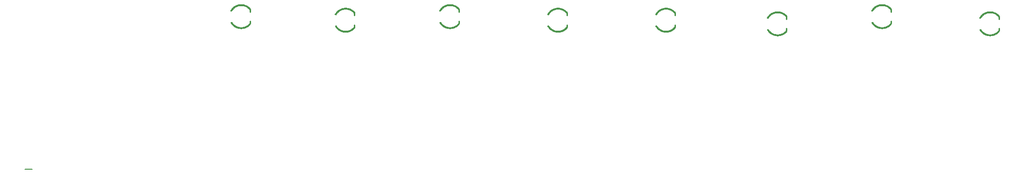
<source format=gbo>
G75*
%MOIN*%
%OFA0B0*%
%FSLAX25Y25*%
%IPPOS*%
%LPD*%
%AMOC8*
5,1,8,0,0,1.08239X$1,22.5*
%
%ADD10C,0.00800*%
%ADD11C,0.00100*%
%ADD12C,0.01000*%
D10*
X0008800Y0112481D02*
X0013800Y0112481D01*
D11*
X0223989Y0212065D02*
X0224770Y0212511D01*
X0224863Y0212354D01*
X0224960Y0212200D01*
X0225061Y0212048D01*
X0225166Y0211899D01*
X0225274Y0211752D01*
X0225385Y0211607D01*
X0225500Y0211466D01*
X0225619Y0211327D01*
X0225741Y0211192D01*
X0225866Y0211059D01*
X0225994Y0210929D01*
X0226125Y0210803D01*
X0226259Y0210679D01*
X0226396Y0210559D01*
X0226536Y0210442D01*
X0226679Y0210329D01*
X0226825Y0210219D01*
X0226973Y0210113D01*
X0227124Y0210010D01*
X0227277Y0209911D01*
X0227432Y0209816D01*
X0227590Y0209725D01*
X0227750Y0209637D01*
X0227912Y0209553D01*
X0228075Y0209473D01*
X0228241Y0209397D01*
X0228409Y0209326D01*
X0228578Y0209258D01*
X0228749Y0209194D01*
X0228921Y0209135D01*
X0229095Y0209079D01*
X0229270Y0209028D01*
X0229446Y0208981D01*
X0229623Y0208939D01*
X0229802Y0208900D01*
X0229981Y0208866D01*
X0230161Y0208836D01*
X0230341Y0208811D01*
X0230522Y0208790D01*
X0230704Y0208774D01*
X0230886Y0208761D01*
X0231068Y0208754D01*
X0231250Y0208750D01*
X0231251Y0207851D01*
X0231250Y0207850D01*
X0231046Y0207854D01*
X0230842Y0207862D01*
X0230638Y0207876D01*
X0230434Y0207894D01*
X0230231Y0207918D01*
X0230029Y0207946D01*
X0229827Y0207979D01*
X0229627Y0208017D01*
X0229427Y0208060D01*
X0229228Y0208108D01*
X0229031Y0208160D01*
X0228835Y0208218D01*
X0228640Y0208280D01*
X0228447Y0208346D01*
X0228255Y0208418D01*
X0228066Y0208494D01*
X0227878Y0208574D01*
X0227692Y0208659D01*
X0227508Y0208749D01*
X0227327Y0208842D01*
X0227148Y0208941D01*
X0226971Y0209043D01*
X0226797Y0209150D01*
X0226625Y0209261D01*
X0226456Y0209376D01*
X0226290Y0209495D01*
X0226127Y0209618D01*
X0225967Y0209745D01*
X0225810Y0209876D01*
X0225656Y0210011D01*
X0225506Y0210149D01*
X0225359Y0210291D01*
X0225215Y0210436D01*
X0225075Y0210585D01*
X0224939Y0210737D01*
X0224806Y0210893D01*
X0224678Y0211051D01*
X0224553Y0211213D01*
X0224432Y0211378D01*
X0224315Y0211545D01*
X0224202Y0211716D01*
X0224093Y0211889D01*
X0223988Y0212064D01*
X0224070Y0212111D01*
X0224173Y0211937D01*
X0224281Y0211766D01*
X0224393Y0211598D01*
X0224508Y0211432D01*
X0224628Y0211269D01*
X0224752Y0211110D01*
X0224879Y0210953D01*
X0225010Y0210799D01*
X0225145Y0210649D01*
X0225283Y0210501D01*
X0225425Y0210358D01*
X0225571Y0210217D01*
X0225719Y0210081D01*
X0225871Y0209948D01*
X0226027Y0209818D01*
X0226185Y0209693D01*
X0226346Y0209571D01*
X0226510Y0209453D01*
X0226677Y0209339D01*
X0226847Y0209230D01*
X0227019Y0209124D01*
X0227194Y0209023D01*
X0227371Y0208925D01*
X0227550Y0208833D01*
X0227732Y0208744D01*
X0227916Y0208660D01*
X0228101Y0208580D01*
X0228289Y0208505D01*
X0228478Y0208435D01*
X0228669Y0208369D01*
X0228862Y0208308D01*
X0229056Y0208251D01*
X0229251Y0208199D01*
X0229447Y0208152D01*
X0229645Y0208110D01*
X0229843Y0208072D01*
X0230043Y0208039D01*
X0230243Y0208011D01*
X0230444Y0207988D01*
X0230645Y0207970D01*
X0230846Y0207956D01*
X0231048Y0207948D01*
X0231250Y0207944D01*
X0231250Y0208038D01*
X0231051Y0208042D01*
X0230851Y0208050D01*
X0230652Y0208063D01*
X0230453Y0208082D01*
X0230254Y0208104D01*
X0230057Y0208132D01*
X0229859Y0208165D01*
X0229663Y0208202D01*
X0229468Y0208244D01*
X0229274Y0208290D01*
X0229081Y0208342D01*
X0228889Y0208398D01*
X0228699Y0208458D01*
X0228510Y0208523D01*
X0228323Y0208593D01*
X0228137Y0208667D01*
X0227954Y0208746D01*
X0227772Y0208829D01*
X0227592Y0208917D01*
X0227415Y0209008D01*
X0227240Y0209104D01*
X0227067Y0209205D01*
X0226897Y0209309D01*
X0226729Y0209418D01*
X0226564Y0209530D01*
X0226402Y0209646D01*
X0226243Y0209767D01*
X0226086Y0209891D01*
X0225933Y0210019D01*
X0225782Y0210150D01*
X0225635Y0210286D01*
X0225492Y0210424D01*
X0225351Y0210566D01*
X0225214Y0210712D01*
X0225081Y0210861D01*
X0224951Y0211013D01*
X0224825Y0211168D01*
X0224703Y0211326D01*
X0224585Y0211487D01*
X0224471Y0211650D01*
X0224360Y0211817D01*
X0224254Y0211986D01*
X0224152Y0212157D01*
X0224233Y0212204D01*
X0224334Y0212034D01*
X0224439Y0211867D01*
X0224549Y0211703D01*
X0224662Y0211541D01*
X0224779Y0211382D01*
X0224899Y0211226D01*
X0225024Y0211072D01*
X0225152Y0210922D01*
X0225284Y0210775D01*
X0225419Y0210631D01*
X0225558Y0210491D01*
X0225700Y0210354D01*
X0225845Y0210220D01*
X0225994Y0210090D01*
X0226146Y0209964D01*
X0226300Y0209841D01*
X0226458Y0209722D01*
X0226618Y0209607D01*
X0226781Y0209496D01*
X0226947Y0209389D01*
X0227115Y0209285D01*
X0227286Y0209186D01*
X0227459Y0209091D01*
X0227635Y0209001D01*
X0227812Y0208914D01*
X0227992Y0208832D01*
X0228173Y0208754D01*
X0228356Y0208681D01*
X0228541Y0208612D01*
X0228728Y0208548D01*
X0228916Y0208488D01*
X0229106Y0208432D01*
X0229296Y0208382D01*
X0229488Y0208335D01*
X0229681Y0208294D01*
X0229875Y0208257D01*
X0230070Y0208225D01*
X0230266Y0208198D01*
X0230462Y0208175D01*
X0230659Y0208157D01*
X0230856Y0208144D01*
X0231053Y0208136D01*
X0231250Y0208132D01*
X0231250Y0208226D01*
X0231055Y0208230D01*
X0230860Y0208238D01*
X0230665Y0208251D01*
X0230471Y0208269D01*
X0230277Y0208291D01*
X0230084Y0208318D01*
X0229891Y0208350D01*
X0229700Y0208386D01*
X0229509Y0208427D01*
X0229319Y0208473D01*
X0229131Y0208523D01*
X0228943Y0208578D01*
X0228757Y0208637D01*
X0228573Y0208700D01*
X0228390Y0208769D01*
X0228209Y0208841D01*
X0228030Y0208918D01*
X0227852Y0208999D01*
X0227677Y0209085D01*
X0227503Y0209174D01*
X0227332Y0209268D01*
X0227164Y0209366D01*
X0226997Y0209468D01*
X0226833Y0209574D01*
X0226672Y0209684D01*
X0226514Y0209798D01*
X0226358Y0209915D01*
X0226205Y0210037D01*
X0226055Y0210162D01*
X0225908Y0210290D01*
X0225765Y0210422D01*
X0225624Y0210558D01*
X0225487Y0210697D01*
X0225353Y0210839D01*
X0225223Y0210984D01*
X0225096Y0211132D01*
X0224973Y0211284D01*
X0224854Y0211438D01*
X0224738Y0211595D01*
X0224627Y0211755D01*
X0224519Y0211918D01*
X0224415Y0212083D01*
X0224315Y0212251D01*
X0224396Y0212297D01*
X0224495Y0212132D01*
X0224598Y0211968D01*
X0224705Y0211808D01*
X0224815Y0211650D01*
X0224929Y0211494D01*
X0225047Y0211342D01*
X0225169Y0211192D01*
X0225294Y0211046D01*
X0225423Y0210902D01*
X0225555Y0210762D01*
X0225690Y0210624D01*
X0225829Y0210490D01*
X0225971Y0210360D01*
X0226116Y0210233D01*
X0226264Y0210109D01*
X0226415Y0209990D01*
X0226569Y0209873D01*
X0226726Y0209761D01*
X0226885Y0209652D01*
X0227047Y0209548D01*
X0227212Y0209447D01*
X0227378Y0209350D01*
X0227548Y0209257D01*
X0227719Y0209169D01*
X0227892Y0209084D01*
X0228068Y0209004D01*
X0228245Y0208928D01*
X0228424Y0208856D01*
X0228605Y0208789D01*
X0228787Y0208726D01*
X0228971Y0208668D01*
X0229156Y0208614D01*
X0229342Y0208564D01*
X0229530Y0208519D01*
X0229718Y0208478D01*
X0229907Y0208442D01*
X0230098Y0208411D01*
X0230289Y0208384D01*
X0230480Y0208362D01*
X0230672Y0208345D01*
X0230865Y0208332D01*
X0231057Y0208324D01*
X0231250Y0208320D01*
X0231250Y0208414D01*
X0231060Y0208418D01*
X0230869Y0208426D01*
X0230679Y0208438D01*
X0230489Y0208456D01*
X0230300Y0208478D01*
X0230112Y0208504D01*
X0229924Y0208535D01*
X0229736Y0208571D01*
X0229550Y0208611D01*
X0229365Y0208655D01*
X0229181Y0208704D01*
X0228998Y0208758D01*
X0228816Y0208815D01*
X0228636Y0208878D01*
X0228458Y0208944D01*
X0228281Y0209015D01*
X0228106Y0209090D01*
X0227932Y0209169D01*
X0227761Y0209253D01*
X0227592Y0209340D01*
X0227425Y0209432D01*
X0227260Y0209528D01*
X0227097Y0209627D01*
X0226937Y0209731D01*
X0226780Y0209838D01*
X0226625Y0209949D01*
X0226473Y0210064D01*
X0226324Y0210182D01*
X0226178Y0210304D01*
X0226034Y0210430D01*
X0225894Y0210559D01*
X0225757Y0210691D01*
X0225623Y0210827D01*
X0225492Y0210965D01*
X0225365Y0211107D01*
X0225241Y0211252D01*
X0225121Y0211400D01*
X0225005Y0211551D01*
X0224892Y0211704D01*
X0224783Y0211860D01*
X0224677Y0212019D01*
X0224576Y0212180D01*
X0224478Y0212344D01*
X0224560Y0212391D01*
X0224656Y0212229D01*
X0224756Y0212070D01*
X0224860Y0211913D01*
X0224968Y0211758D01*
X0225080Y0211607D01*
X0225195Y0211458D01*
X0225314Y0211312D01*
X0225436Y0211169D01*
X0225562Y0211029D01*
X0225691Y0210892D01*
X0225823Y0210758D01*
X0225959Y0210627D01*
X0226097Y0210500D01*
X0226239Y0210376D01*
X0226383Y0210255D01*
X0226531Y0210138D01*
X0226681Y0210025D01*
X0226834Y0209915D01*
X0226990Y0209809D01*
X0227148Y0209707D01*
X0227308Y0209608D01*
X0227471Y0209514D01*
X0227636Y0209423D01*
X0227803Y0209337D01*
X0227972Y0209254D01*
X0228143Y0209176D01*
X0228316Y0209102D01*
X0228491Y0209032D01*
X0228668Y0208966D01*
X0228846Y0208905D01*
X0229025Y0208848D01*
X0229206Y0208795D01*
X0229388Y0208746D01*
X0229571Y0208702D01*
X0229755Y0208663D01*
X0229940Y0208628D01*
X0230125Y0208597D01*
X0230312Y0208571D01*
X0230499Y0208549D01*
X0230686Y0208532D01*
X0230874Y0208520D01*
X0231062Y0208512D01*
X0231250Y0208508D01*
X0231250Y0208602D01*
X0231064Y0208606D01*
X0230879Y0208614D01*
X0230693Y0208626D01*
X0230508Y0208643D01*
X0230323Y0208664D01*
X0230139Y0208690D01*
X0229956Y0208720D01*
X0229773Y0208755D01*
X0229591Y0208794D01*
X0229410Y0208838D01*
X0229231Y0208885D01*
X0229052Y0208938D01*
X0228875Y0208994D01*
X0228699Y0209055D01*
X0228525Y0209120D01*
X0228352Y0209189D01*
X0228181Y0209262D01*
X0228012Y0209339D01*
X0227845Y0209421D01*
X0227680Y0209506D01*
X0227517Y0209596D01*
X0227356Y0209689D01*
X0227198Y0209786D01*
X0227042Y0209887D01*
X0226888Y0209992D01*
X0226737Y0210100D01*
X0226588Y0210212D01*
X0226443Y0210328D01*
X0226300Y0210447D01*
X0226160Y0210569D01*
X0226023Y0210695D01*
X0225889Y0210824D01*
X0225759Y0210957D01*
X0225631Y0211092D01*
X0225507Y0211230D01*
X0225386Y0211372D01*
X0225269Y0211516D01*
X0225155Y0211663D01*
X0225045Y0211813D01*
X0224938Y0211965D01*
X0224836Y0212120D01*
X0224737Y0212278D01*
X0224641Y0212437D01*
X0224723Y0212484D01*
X0224817Y0212326D01*
X0224915Y0212171D01*
X0225016Y0212018D01*
X0225122Y0211867D01*
X0225231Y0211719D01*
X0225343Y0211574D01*
X0225459Y0211432D01*
X0225578Y0211292D01*
X0225701Y0211155D01*
X0225827Y0211022D01*
X0225956Y0210891D01*
X0226088Y0210763D01*
X0226223Y0210639D01*
X0226361Y0210518D01*
X0226502Y0210401D01*
X0226646Y0210287D01*
X0226793Y0210176D01*
X0226942Y0210069D01*
X0227094Y0209965D01*
X0227248Y0209866D01*
X0227404Y0209770D01*
X0227563Y0209678D01*
X0227724Y0209589D01*
X0227887Y0209505D01*
X0228052Y0209424D01*
X0228219Y0209348D01*
X0228388Y0209276D01*
X0228559Y0209207D01*
X0228731Y0209143D01*
X0228904Y0209083D01*
X0229079Y0209027D01*
X0229256Y0208976D01*
X0229433Y0208929D01*
X0229612Y0208886D01*
X0229791Y0208847D01*
X0229972Y0208813D01*
X0230153Y0208783D01*
X0230335Y0208758D01*
X0230517Y0208736D01*
X0230700Y0208720D01*
X0230883Y0208707D01*
X0231067Y0208700D01*
X0231250Y0208696D01*
X0231250Y0224749D02*
X0231250Y0223849D01*
X0231250Y0223850D02*
X0231067Y0223846D01*
X0230884Y0223839D01*
X0230701Y0223826D01*
X0230518Y0223809D01*
X0230336Y0223788D01*
X0230155Y0223763D01*
X0229974Y0223733D01*
X0229794Y0223698D01*
X0229615Y0223660D01*
X0229437Y0223617D01*
X0229260Y0223569D01*
X0229085Y0223518D01*
X0228910Y0223462D01*
X0228737Y0223402D01*
X0228566Y0223337D01*
X0228396Y0223269D01*
X0228227Y0223197D01*
X0228061Y0223120D01*
X0227897Y0223039D01*
X0227734Y0222955D01*
X0227574Y0222866D01*
X0227415Y0222774D01*
X0227259Y0222678D01*
X0227106Y0222578D01*
X0226955Y0222474D01*
X0226806Y0222367D01*
X0226660Y0222256D01*
X0226517Y0222142D01*
X0226377Y0222024D01*
X0226240Y0221903D01*
X0226105Y0221779D01*
X0225974Y0221651D01*
X0225845Y0221520D01*
X0225720Y0221386D01*
X0225599Y0221250D01*
X0225480Y0221110D01*
X0225365Y0220967D01*
X0225254Y0220822D01*
X0225146Y0220674D01*
X0225042Y0220523D01*
X0224941Y0220370D01*
X0224844Y0220215D01*
X0224751Y0220057D01*
X0224662Y0219897D01*
X0223868Y0220320D01*
X0223968Y0220500D01*
X0224072Y0220677D01*
X0224180Y0220851D01*
X0224293Y0221023D01*
X0224410Y0221191D01*
X0224531Y0221357D01*
X0224655Y0221520D01*
X0224784Y0221680D01*
X0224917Y0221837D01*
X0225053Y0221990D01*
X0225193Y0222140D01*
X0225337Y0222287D01*
X0225484Y0222430D01*
X0225635Y0222570D01*
X0225789Y0222705D01*
X0225946Y0222837D01*
X0226106Y0222965D01*
X0226270Y0223090D01*
X0226436Y0223210D01*
X0226606Y0223326D01*
X0226778Y0223438D01*
X0226952Y0223546D01*
X0227130Y0223649D01*
X0227309Y0223748D01*
X0227492Y0223843D01*
X0227676Y0223933D01*
X0227862Y0224019D01*
X0228051Y0224100D01*
X0228241Y0224177D01*
X0228434Y0224249D01*
X0228628Y0224316D01*
X0228823Y0224379D01*
X0229020Y0224437D01*
X0229218Y0224490D01*
X0229418Y0224538D01*
X0229619Y0224581D01*
X0229820Y0224619D01*
X0230023Y0224653D01*
X0230226Y0224681D01*
X0230430Y0224705D01*
X0230635Y0224724D01*
X0230839Y0224737D01*
X0231044Y0224746D01*
X0231250Y0224750D01*
X0231250Y0224656D01*
X0231047Y0224652D01*
X0230844Y0224644D01*
X0230641Y0224630D01*
X0230439Y0224612D01*
X0230238Y0224588D01*
X0230037Y0224560D01*
X0229836Y0224527D01*
X0229637Y0224489D01*
X0229439Y0224446D01*
X0229241Y0224398D01*
X0229045Y0224346D01*
X0228850Y0224289D01*
X0228657Y0224227D01*
X0228465Y0224160D01*
X0228275Y0224089D01*
X0228087Y0224014D01*
X0227901Y0223933D01*
X0227716Y0223848D01*
X0227534Y0223759D01*
X0227354Y0223665D01*
X0227176Y0223567D01*
X0227001Y0223465D01*
X0226828Y0223359D01*
X0226658Y0223248D01*
X0226490Y0223133D01*
X0226326Y0223014D01*
X0226164Y0222891D01*
X0226006Y0222765D01*
X0225850Y0222634D01*
X0225698Y0222500D01*
X0225549Y0222362D01*
X0225403Y0222221D01*
X0225261Y0222076D01*
X0225123Y0221927D01*
X0224988Y0221776D01*
X0224857Y0221621D01*
X0224730Y0221463D01*
X0224606Y0221301D01*
X0224487Y0221137D01*
X0224371Y0220970D01*
X0224260Y0220801D01*
X0224152Y0220628D01*
X0224049Y0220453D01*
X0223951Y0220276D01*
X0224034Y0220232D01*
X0224131Y0220407D01*
X0224233Y0220580D01*
X0224339Y0220750D01*
X0224449Y0220918D01*
X0224563Y0221083D01*
X0224682Y0221245D01*
X0224804Y0221405D01*
X0224930Y0221561D01*
X0225059Y0221714D01*
X0225193Y0221864D01*
X0225329Y0222011D01*
X0225470Y0222154D01*
X0225614Y0222294D01*
X0225761Y0222430D01*
X0225912Y0222563D01*
X0226065Y0222692D01*
X0226222Y0222817D01*
X0226382Y0222939D01*
X0226545Y0223056D01*
X0226710Y0223170D01*
X0226878Y0223279D01*
X0227049Y0223385D01*
X0227222Y0223486D01*
X0227398Y0223583D01*
X0227576Y0223675D01*
X0227756Y0223763D01*
X0227939Y0223847D01*
X0228123Y0223927D01*
X0228309Y0224002D01*
X0228497Y0224072D01*
X0228687Y0224138D01*
X0228878Y0224199D01*
X0229070Y0224255D01*
X0229264Y0224307D01*
X0229459Y0224354D01*
X0229655Y0224397D01*
X0229853Y0224434D01*
X0230051Y0224467D01*
X0230249Y0224495D01*
X0230449Y0224518D01*
X0230648Y0224536D01*
X0230849Y0224550D01*
X0231049Y0224558D01*
X0231250Y0224562D01*
X0231250Y0224468D01*
X0231051Y0224464D01*
X0230853Y0224456D01*
X0230655Y0224443D01*
X0230458Y0224424D01*
X0230261Y0224402D01*
X0230064Y0224374D01*
X0229869Y0224342D01*
X0229674Y0224304D01*
X0229480Y0224263D01*
X0229287Y0224216D01*
X0229095Y0224165D01*
X0228905Y0224109D01*
X0228716Y0224049D01*
X0228529Y0223984D01*
X0228343Y0223914D01*
X0228159Y0223840D01*
X0227977Y0223761D01*
X0227797Y0223678D01*
X0227618Y0223591D01*
X0227442Y0223500D01*
X0227269Y0223404D01*
X0227097Y0223304D01*
X0226929Y0223200D01*
X0226762Y0223092D01*
X0226599Y0222979D01*
X0226438Y0222863D01*
X0226280Y0222743D01*
X0226125Y0222619D01*
X0225973Y0222492D01*
X0225824Y0222361D01*
X0225679Y0222226D01*
X0225536Y0222088D01*
X0225398Y0221946D01*
X0225262Y0221801D01*
X0225130Y0221653D01*
X0225002Y0221501D01*
X0224878Y0221347D01*
X0224757Y0221190D01*
X0224640Y0221029D01*
X0224527Y0220866D01*
X0224419Y0220700D01*
X0224314Y0220532D01*
X0224213Y0220361D01*
X0224117Y0220188D01*
X0224199Y0220143D01*
X0224295Y0220315D01*
X0224394Y0220484D01*
X0224498Y0220650D01*
X0224606Y0220814D01*
X0224717Y0220975D01*
X0224833Y0221134D01*
X0224952Y0221289D01*
X0225075Y0221442D01*
X0225202Y0221591D01*
X0225332Y0221738D01*
X0225466Y0221881D01*
X0225603Y0222021D01*
X0225744Y0222158D01*
X0225887Y0222291D01*
X0226034Y0222421D01*
X0226185Y0222547D01*
X0226338Y0222669D01*
X0226494Y0222788D01*
X0226653Y0222903D01*
X0226815Y0223013D01*
X0226979Y0223120D01*
X0227146Y0223223D01*
X0227315Y0223322D01*
X0227487Y0223417D01*
X0227661Y0223507D01*
X0227837Y0223594D01*
X0228015Y0223675D01*
X0228195Y0223753D01*
X0228377Y0223826D01*
X0228560Y0223895D01*
X0228746Y0223959D01*
X0228932Y0224019D01*
X0229120Y0224074D01*
X0229310Y0224125D01*
X0229500Y0224171D01*
X0229692Y0224212D01*
X0229885Y0224249D01*
X0230078Y0224281D01*
X0230272Y0224308D01*
X0230467Y0224331D01*
X0230662Y0224349D01*
X0230858Y0224362D01*
X0231054Y0224370D01*
X0231250Y0224374D01*
X0231250Y0224280D01*
X0231056Y0224276D01*
X0230862Y0224268D01*
X0230669Y0224255D01*
X0230476Y0224237D01*
X0230284Y0224215D01*
X0230092Y0224188D01*
X0229901Y0224156D01*
X0229710Y0224120D01*
X0229521Y0224079D01*
X0229333Y0224034D01*
X0229146Y0223984D01*
X0228960Y0223929D01*
X0228775Y0223870D01*
X0228592Y0223807D01*
X0228411Y0223739D01*
X0228231Y0223666D01*
X0228053Y0223590D01*
X0227877Y0223509D01*
X0227703Y0223423D01*
X0227531Y0223334D01*
X0227361Y0223240D01*
X0227194Y0223143D01*
X0227029Y0223041D01*
X0226867Y0222935D01*
X0226707Y0222826D01*
X0226550Y0222712D01*
X0226396Y0222595D01*
X0226244Y0222474D01*
X0226096Y0222350D01*
X0225951Y0222222D01*
X0225808Y0222090D01*
X0225669Y0221955D01*
X0225534Y0221817D01*
X0225402Y0221675D01*
X0225273Y0221530D01*
X0225148Y0221382D01*
X0225026Y0221231D01*
X0224908Y0221078D01*
X0224794Y0220921D01*
X0224684Y0220762D01*
X0224578Y0220600D01*
X0224475Y0220435D01*
X0224377Y0220268D01*
X0224282Y0220099D01*
X0224365Y0220055D01*
X0224459Y0220222D01*
X0224556Y0220387D01*
X0224657Y0220550D01*
X0224762Y0220710D01*
X0224871Y0220867D01*
X0224984Y0221022D01*
X0225100Y0221174D01*
X0225220Y0221323D01*
X0225344Y0221469D01*
X0225471Y0221612D01*
X0225602Y0221752D01*
X0225736Y0221888D01*
X0225873Y0222022D01*
X0226014Y0222152D01*
X0226157Y0222279D01*
X0226304Y0222402D01*
X0226454Y0222521D01*
X0226606Y0222637D01*
X0226761Y0222749D01*
X0226919Y0222857D01*
X0227080Y0222962D01*
X0227243Y0223062D01*
X0227408Y0223159D01*
X0227575Y0223251D01*
X0227745Y0223339D01*
X0227917Y0223424D01*
X0228091Y0223504D01*
X0228267Y0223579D01*
X0228445Y0223651D01*
X0228624Y0223718D01*
X0228805Y0223781D01*
X0228987Y0223839D01*
X0229171Y0223893D01*
X0229356Y0223943D01*
X0229542Y0223987D01*
X0229729Y0224028D01*
X0229917Y0224064D01*
X0230106Y0224095D01*
X0230295Y0224122D01*
X0230485Y0224144D01*
X0230676Y0224161D01*
X0230867Y0224174D01*
X0231058Y0224182D01*
X0231250Y0224186D01*
X0231250Y0224092D01*
X0231061Y0224088D01*
X0230872Y0224080D01*
X0230683Y0224068D01*
X0230495Y0224050D01*
X0230307Y0224028D01*
X0230120Y0224002D01*
X0229933Y0223971D01*
X0229747Y0223936D01*
X0229562Y0223896D01*
X0229378Y0223851D01*
X0229196Y0223802D01*
X0229014Y0223749D01*
X0228834Y0223692D01*
X0228656Y0223630D01*
X0228478Y0223563D01*
X0228303Y0223493D01*
X0228129Y0223418D01*
X0227957Y0223339D01*
X0227788Y0223255D01*
X0227620Y0223168D01*
X0227454Y0223077D01*
X0227291Y0222981D01*
X0227130Y0222882D01*
X0226971Y0222779D01*
X0226815Y0222672D01*
X0226662Y0222561D01*
X0226511Y0222447D01*
X0226364Y0222329D01*
X0226219Y0222207D01*
X0226077Y0222082D01*
X0225938Y0221954D01*
X0225803Y0221822D01*
X0225670Y0221687D01*
X0225541Y0221549D01*
X0225415Y0221407D01*
X0225293Y0221263D01*
X0225174Y0221116D01*
X0225059Y0220966D01*
X0224948Y0220813D01*
X0224840Y0220657D01*
X0224736Y0220499D01*
X0224636Y0220339D01*
X0224540Y0220176D01*
X0224448Y0220011D01*
X0224531Y0219966D01*
X0224622Y0220130D01*
X0224717Y0220291D01*
X0224816Y0220449D01*
X0224918Y0220605D01*
X0225025Y0220759D01*
X0225135Y0220910D01*
X0225249Y0221058D01*
X0225366Y0221204D01*
X0225487Y0221346D01*
X0225611Y0221486D01*
X0225738Y0221622D01*
X0225869Y0221756D01*
X0226003Y0221886D01*
X0226140Y0222013D01*
X0226280Y0222136D01*
X0226423Y0222256D01*
X0226569Y0222373D01*
X0226718Y0222486D01*
X0226870Y0222595D01*
X0227024Y0222701D01*
X0227180Y0222803D01*
X0227339Y0222901D01*
X0227501Y0222995D01*
X0227664Y0223085D01*
X0227830Y0223172D01*
X0227998Y0223254D01*
X0228167Y0223332D01*
X0228339Y0223406D01*
X0228512Y0223475D01*
X0228687Y0223541D01*
X0228864Y0223602D01*
X0229042Y0223659D01*
X0229221Y0223712D01*
X0229401Y0223760D01*
X0229583Y0223804D01*
X0229766Y0223844D01*
X0229949Y0223879D01*
X0230133Y0223909D01*
X0230318Y0223935D01*
X0230504Y0223957D01*
X0230690Y0223974D01*
X0230876Y0223986D01*
X0231063Y0223994D01*
X0231250Y0223998D01*
X0231250Y0223904D01*
X0231065Y0223900D01*
X0230881Y0223892D01*
X0230697Y0223880D01*
X0230513Y0223863D01*
X0230330Y0223842D01*
X0230147Y0223816D01*
X0229965Y0223786D01*
X0229784Y0223751D01*
X0229604Y0223712D01*
X0229424Y0223669D01*
X0229246Y0223621D01*
X0229069Y0223569D01*
X0228893Y0223513D01*
X0228719Y0223453D01*
X0228546Y0223388D01*
X0228375Y0223319D01*
X0228206Y0223246D01*
X0228038Y0223169D01*
X0227872Y0223088D01*
X0227709Y0223002D01*
X0227547Y0222913D01*
X0227388Y0222820D01*
X0227231Y0222723D01*
X0227076Y0222623D01*
X0226924Y0222518D01*
X0226774Y0222410D01*
X0226627Y0222299D01*
X0226483Y0222184D01*
X0226342Y0222065D01*
X0226203Y0221943D01*
X0226068Y0221818D01*
X0225936Y0221689D01*
X0225806Y0221557D01*
X0225680Y0221423D01*
X0225558Y0221285D01*
X0225439Y0221144D01*
X0225323Y0221000D01*
X0225210Y0220854D01*
X0225102Y0220705D01*
X0224997Y0220553D01*
X0224895Y0220399D01*
X0224798Y0220242D01*
X0224704Y0220083D01*
X0224614Y0219922D01*
X0237759Y0221748D02*
X0237067Y0221171D01*
X0237068Y0221172D02*
X0236949Y0221309D01*
X0236828Y0221443D01*
X0236703Y0221574D01*
X0236575Y0221702D01*
X0236444Y0221826D01*
X0236310Y0221948D01*
X0236173Y0222067D01*
X0236034Y0222182D01*
X0235891Y0222293D01*
X0235746Y0222402D01*
X0235599Y0222507D01*
X0235449Y0222608D01*
X0235297Y0222705D01*
X0235142Y0222799D01*
X0234985Y0222890D01*
X0234826Y0222976D01*
X0234665Y0223059D01*
X0234502Y0223137D01*
X0234337Y0223212D01*
X0234171Y0223283D01*
X0234003Y0223350D01*
X0233833Y0223412D01*
X0233662Y0223471D01*
X0233489Y0223526D01*
X0233316Y0223576D01*
X0233141Y0223622D01*
X0232965Y0223664D01*
X0232788Y0223702D01*
X0232610Y0223735D01*
X0232431Y0223765D01*
X0232252Y0223790D01*
X0232072Y0223810D01*
X0231892Y0223827D01*
X0231712Y0223839D01*
X0231531Y0223846D01*
X0231350Y0223850D01*
X0231349Y0224749D01*
X0231350Y0224750D01*
X0231553Y0224746D01*
X0231755Y0224738D01*
X0231958Y0224724D01*
X0232160Y0224706D01*
X0232361Y0224683D01*
X0232562Y0224655D01*
X0232762Y0224622D01*
X0232962Y0224585D01*
X0233160Y0224543D01*
X0233358Y0224496D01*
X0233554Y0224444D01*
X0233748Y0224387D01*
X0233942Y0224326D01*
X0234134Y0224261D01*
X0234324Y0224190D01*
X0234513Y0224115D01*
X0234699Y0224036D01*
X0234884Y0223952D01*
X0235067Y0223864D01*
X0235247Y0223771D01*
X0235425Y0223675D01*
X0235601Y0223573D01*
X0235774Y0223468D01*
X0235945Y0223359D01*
X0236113Y0223245D01*
X0236279Y0223128D01*
X0236441Y0223006D01*
X0236601Y0222881D01*
X0236757Y0222752D01*
X0236910Y0222619D01*
X0237060Y0222482D01*
X0237207Y0222342D01*
X0237350Y0222199D01*
X0237490Y0222052D01*
X0237627Y0221902D01*
X0237759Y0221748D01*
X0237687Y0221688D01*
X0237556Y0221840D01*
X0237421Y0221988D01*
X0237283Y0222133D01*
X0237141Y0222275D01*
X0236996Y0222414D01*
X0236848Y0222549D01*
X0236696Y0222680D01*
X0236541Y0222808D01*
X0236384Y0222932D01*
X0236223Y0223052D01*
X0236060Y0223168D01*
X0235893Y0223280D01*
X0235725Y0223388D01*
X0235553Y0223493D01*
X0235379Y0223593D01*
X0235203Y0223688D01*
X0235025Y0223780D01*
X0234844Y0223867D01*
X0234661Y0223950D01*
X0234477Y0224029D01*
X0234291Y0224103D01*
X0234102Y0224172D01*
X0233913Y0224237D01*
X0233721Y0224297D01*
X0233529Y0224353D01*
X0233335Y0224404D01*
X0233140Y0224451D01*
X0232944Y0224493D01*
X0232747Y0224530D01*
X0232549Y0224562D01*
X0232350Y0224590D01*
X0232151Y0224613D01*
X0231951Y0224631D01*
X0231751Y0224644D01*
X0231550Y0224652D01*
X0231350Y0224656D01*
X0231350Y0224562D01*
X0231548Y0224558D01*
X0231746Y0224550D01*
X0231944Y0224537D01*
X0232142Y0224519D01*
X0232339Y0224496D01*
X0232535Y0224469D01*
X0232731Y0224437D01*
X0232925Y0224401D01*
X0233119Y0224359D01*
X0233312Y0224313D01*
X0233504Y0224263D01*
X0233694Y0224207D01*
X0233883Y0224148D01*
X0234071Y0224083D01*
X0234257Y0224015D01*
X0234441Y0223942D01*
X0234624Y0223864D01*
X0234804Y0223782D01*
X0234983Y0223696D01*
X0235159Y0223605D01*
X0235333Y0223511D01*
X0235505Y0223412D01*
X0235675Y0223309D01*
X0235842Y0223202D01*
X0236006Y0223091D01*
X0236167Y0222976D01*
X0236326Y0222857D01*
X0236482Y0222735D01*
X0236635Y0222609D01*
X0236785Y0222479D01*
X0236932Y0222345D01*
X0237075Y0222208D01*
X0237215Y0222068D01*
X0237352Y0221925D01*
X0237485Y0221778D01*
X0237615Y0221628D01*
X0237543Y0221568D01*
X0237414Y0221716D01*
X0237283Y0221861D01*
X0237148Y0222003D01*
X0237009Y0222141D01*
X0236867Y0222277D01*
X0236722Y0222409D01*
X0236574Y0222537D01*
X0236423Y0222662D01*
X0236269Y0222783D01*
X0236112Y0222900D01*
X0235952Y0223014D01*
X0235790Y0223123D01*
X0235625Y0223229D01*
X0235457Y0223331D01*
X0235287Y0223429D01*
X0235115Y0223522D01*
X0234941Y0223612D01*
X0234764Y0223697D01*
X0234586Y0223778D01*
X0234406Y0223855D01*
X0234223Y0223927D01*
X0234040Y0223995D01*
X0233854Y0224058D01*
X0233667Y0224117D01*
X0233479Y0224172D01*
X0233290Y0224222D01*
X0233099Y0224267D01*
X0232907Y0224308D01*
X0232715Y0224345D01*
X0232521Y0224376D01*
X0232327Y0224403D01*
X0232132Y0224425D01*
X0231937Y0224443D01*
X0231742Y0224456D01*
X0231546Y0224464D01*
X0231350Y0224468D01*
X0231350Y0224374D01*
X0231544Y0224370D01*
X0231737Y0224362D01*
X0231930Y0224349D01*
X0232123Y0224332D01*
X0232316Y0224310D01*
X0232508Y0224283D01*
X0232699Y0224252D01*
X0232889Y0224216D01*
X0233079Y0224176D01*
X0233267Y0224131D01*
X0233454Y0224081D01*
X0233640Y0224027D01*
X0233825Y0223969D01*
X0234008Y0223906D01*
X0234190Y0223839D01*
X0234370Y0223768D01*
X0234548Y0223692D01*
X0234725Y0223612D01*
X0234899Y0223528D01*
X0235071Y0223439D01*
X0235241Y0223347D01*
X0235409Y0223250D01*
X0235575Y0223149D01*
X0235738Y0223045D01*
X0235898Y0222937D01*
X0236056Y0222824D01*
X0236211Y0222708D01*
X0236364Y0222589D01*
X0236513Y0222465D01*
X0236660Y0222339D01*
X0236803Y0222208D01*
X0236943Y0222075D01*
X0237080Y0221938D01*
X0237213Y0221797D01*
X0237344Y0221654D01*
X0237470Y0221507D01*
X0237398Y0221447D01*
X0237273Y0221592D01*
X0237144Y0221734D01*
X0237012Y0221872D01*
X0236877Y0222008D01*
X0236738Y0222140D01*
X0236597Y0222269D01*
X0236452Y0222394D01*
X0236305Y0222516D01*
X0236154Y0222634D01*
X0236001Y0222749D01*
X0235845Y0222859D01*
X0235686Y0222967D01*
X0235525Y0223070D01*
X0235361Y0223169D01*
X0235195Y0223265D01*
X0235027Y0223356D01*
X0234857Y0223443D01*
X0234685Y0223527D01*
X0234510Y0223606D01*
X0234334Y0223681D01*
X0234156Y0223751D01*
X0233977Y0223818D01*
X0233796Y0223880D01*
X0233613Y0223937D01*
X0233429Y0223991D01*
X0233244Y0224040D01*
X0233058Y0224084D01*
X0232871Y0224124D01*
X0232683Y0224159D01*
X0232494Y0224190D01*
X0232304Y0224217D01*
X0232114Y0224238D01*
X0231924Y0224256D01*
X0231733Y0224268D01*
X0231541Y0224276D01*
X0231350Y0224280D01*
X0231350Y0224186D01*
X0231539Y0224182D01*
X0231728Y0224174D01*
X0231917Y0224162D01*
X0232105Y0224145D01*
X0232293Y0224123D01*
X0232480Y0224097D01*
X0232667Y0224067D01*
X0232853Y0224032D01*
X0233038Y0223992D01*
X0233222Y0223948D01*
X0233404Y0223900D01*
X0233586Y0223847D01*
X0233766Y0223790D01*
X0233945Y0223729D01*
X0234123Y0223663D01*
X0234299Y0223594D01*
X0234473Y0223520D01*
X0234645Y0223442D01*
X0234815Y0223359D01*
X0234983Y0223273D01*
X0235149Y0223183D01*
X0235313Y0223088D01*
X0235475Y0222990D01*
X0235634Y0222888D01*
X0235791Y0222782D01*
X0235945Y0222673D01*
X0236097Y0222559D01*
X0236245Y0222443D01*
X0236391Y0222322D01*
X0236534Y0222199D01*
X0236674Y0222071D01*
X0236811Y0221941D01*
X0236945Y0221807D01*
X0237075Y0221670D01*
X0237202Y0221530D01*
X0237326Y0221387D01*
X0237254Y0221327D01*
X0237131Y0221468D01*
X0237006Y0221606D01*
X0236877Y0221742D01*
X0236745Y0221874D01*
X0236610Y0222003D01*
X0236471Y0222128D01*
X0236330Y0222251D01*
X0236186Y0222370D01*
X0236039Y0222485D01*
X0235890Y0222597D01*
X0235737Y0222705D01*
X0235582Y0222810D01*
X0235425Y0222910D01*
X0235265Y0223007D01*
X0235104Y0223101D01*
X0234939Y0223190D01*
X0234773Y0223275D01*
X0234605Y0223356D01*
X0234435Y0223434D01*
X0234263Y0223507D01*
X0234089Y0223576D01*
X0233914Y0223640D01*
X0233737Y0223701D01*
X0233559Y0223757D01*
X0233380Y0223809D01*
X0233199Y0223857D01*
X0233017Y0223900D01*
X0232835Y0223939D01*
X0232651Y0223974D01*
X0232467Y0224004D01*
X0232282Y0224030D01*
X0232096Y0224051D01*
X0231910Y0224068D01*
X0231723Y0224080D01*
X0231537Y0224088D01*
X0231350Y0224092D01*
X0231350Y0223998D01*
X0231534Y0223994D01*
X0231719Y0223987D01*
X0231903Y0223974D01*
X0232087Y0223958D01*
X0232270Y0223937D01*
X0232453Y0223911D01*
X0232635Y0223881D01*
X0232816Y0223847D01*
X0232997Y0223809D01*
X0233176Y0223766D01*
X0233355Y0223719D01*
X0233532Y0223667D01*
X0233708Y0223612D01*
X0233883Y0223552D01*
X0234056Y0223488D01*
X0234227Y0223420D01*
X0234397Y0223348D01*
X0234565Y0223271D01*
X0234731Y0223191D01*
X0234895Y0223107D01*
X0235058Y0223019D01*
X0235218Y0222927D01*
X0235375Y0222831D01*
X0235531Y0222731D01*
X0235684Y0222628D01*
X0235834Y0222521D01*
X0235982Y0222411D01*
X0236127Y0222297D01*
X0236269Y0222179D01*
X0236409Y0222058D01*
X0236545Y0221934D01*
X0236679Y0221807D01*
X0236809Y0221676D01*
X0236937Y0221543D01*
X0237061Y0221406D01*
X0237181Y0221267D01*
X0237109Y0221206D01*
X0236990Y0221344D01*
X0236867Y0221479D01*
X0236742Y0221611D01*
X0236613Y0221740D01*
X0236481Y0221866D01*
X0236346Y0221988D01*
X0236208Y0222108D01*
X0236068Y0222224D01*
X0235924Y0222336D01*
X0235778Y0222445D01*
X0235630Y0222551D01*
X0235479Y0222653D01*
X0235325Y0222751D01*
X0235170Y0222846D01*
X0235012Y0222937D01*
X0234851Y0223024D01*
X0234689Y0223107D01*
X0234525Y0223186D01*
X0234359Y0223261D01*
X0234191Y0223333D01*
X0234022Y0223400D01*
X0233851Y0223463D01*
X0233679Y0223522D01*
X0233505Y0223577D01*
X0233330Y0223628D01*
X0233154Y0223675D01*
X0232976Y0223717D01*
X0232798Y0223755D01*
X0232619Y0223789D01*
X0232439Y0223818D01*
X0232259Y0223843D01*
X0232078Y0223864D01*
X0231896Y0223881D01*
X0231714Y0223893D01*
X0231532Y0223900D01*
X0231350Y0223904D01*
X0231349Y0207851D02*
X0231349Y0208751D01*
X0231350Y0208750D02*
X0231534Y0208754D01*
X0231719Y0208762D01*
X0231903Y0208774D01*
X0232086Y0208791D01*
X0232270Y0208813D01*
X0232452Y0208838D01*
X0232634Y0208869D01*
X0232815Y0208904D01*
X0232996Y0208943D01*
X0233175Y0208987D01*
X0233353Y0209035D01*
X0233530Y0209087D01*
X0233706Y0209144D01*
X0233880Y0209204D01*
X0234052Y0209270D01*
X0234223Y0209339D01*
X0234393Y0209412D01*
X0234560Y0209490D01*
X0234725Y0209572D01*
X0234889Y0209657D01*
X0235050Y0209747D01*
X0235209Y0209841D01*
X0235366Y0209938D01*
X0235520Y0210039D01*
X0235672Y0210144D01*
X0235821Y0210253D01*
X0235967Y0210365D01*
X0236111Y0210481D01*
X0236251Y0210600D01*
X0236389Y0210723D01*
X0236524Y0210849D01*
X0236656Y0210978D01*
X0236784Y0211111D01*
X0236909Y0211246D01*
X0237031Y0211385D01*
X0237718Y0210804D01*
X0237582Y0210648D01*
X0237441Y0210496D01*
X0237297Y0210347D01*
X0237150Y0210202D01*
X0236999Y0210061D01*
X0236845Y0209924D01*
X0236687Y0209790D01*
X0236526Y0209660D01*
X0236362Y0209534D01*
X0236195Y0209412D01*
X0236025Y0209294D01*
X0235852Y0209181D01*
X0235676Y0209072D01*
X0235498Y0208967D01*
X0235317Y0208866D01*
X0235134Y0208770D01*
X0234949Y0208678D01*
X0234761Y0208591D01*
X0234571Y0208509D01*
X0234380Y0208431D01*
X0234186Y0208358D01*
X0233991Y0208290D01*
X0233794Y0208226D01*
X0233596Y0208168D01*
X0233396Y0208114D01*
X0233195Y0208065D01*
X0232993Y0208021D01*
X0232790Y0207982D01*
X0232586Y0207948D01*
X0232381Y0207919D01*
X0232176Y0207895D01*
X0231970Y0207877D01*
X0231763Y0207863D01*
X0231557Y0207854D01*
X0231350Y0207850D01*
X0231350Y0207944D01*
X0231554Y0207948D01*
X0231759Y0207957D01*
X0231963Y0207970D01*
X0232166Y0207989D01*
X0232369Y0208013D01*
X0232572Y0208041D01*
X0232774Y0208075D01*
X0232974Y0208113D01*
X0233174Y0208157D01*
X0233373Y0208205D01*
X0233570Y0208258D01*
X0233767Y0208316D01*
X0233961Y0208379D01*
X0234154Y0208447D01*
X0234346Y0208519D01*
X0234535Y0208596D01*
X0234723Y0208677D01*
X0234908Y0208763D01*
X0235091Y0208854D01*
X0235273Y0208949D01*
X0235451Y0209048D01*
X0235627Y0209152D01*
X0235801Y0209260D01*
X0235972Y0209372D01*
X0236140Y0209489D01*
X0236305Y0209609D01*
X0236468Y0209734D01*
X0236627Y0209862D01*
X0236783Y0209994D01*
X0236935Y0210130D01*
X0237085Y0210270D01*
X0237230Y0210413D01*
X0237373Y0210560D01*
X0237511Y0210711D01*
X0237646Y0210864D01*
X0237575Y0210925D01*
X0237441Y0210773D01*
X0237304Y0210624D01*
X0237163Y0210479D01*
X0237019Y0210338D01*
X0236872Y0210199D01*
X0236721Y0210065D01*
X0236567Y0209934D01*
X0236409Y0209807D01*
X0236249Y0209684D01*
X0236085Y0209565D01*
X0235919Y0209450D01*
X0235750Y0209339D01*
X0235579Y0209232D01*
X0235404Y0209130D01*
X0235228Y0209031D01*
X0235049Y0208937D01*
X0234867Y0208848D01*
X0234684Y0208763D01*
X0234499Y0208682D01*
X0234311Y0208606D01*
X0234122Y0208535D01*
X0233931Y0208468D01*
X0233739Y0208406D01*
X0233545Y0208349D01*
X0233350Y0208296D01*
X0233153Y0208249D01*
X0232956Y0208206D01*
X0232757Y0208168D01*
X0232558Y0208134D01*
X0232358Y0208106D01*
X0232157Y0208083D01*
X0231956Y0208064D01*
X0231754Y0208050D01*
X0231552Y0208042D01*
X0231350Y0208038D01*
X0231350Y0208132D01*
X0231550Y0208136D01*
X0231749Y0208144D01*
X0231949Y0208158D01*
X0232148Y0208176D01*
X0232346Y0208199D01*
X0232544Y0208227D01*
X0232741Y0208260D01*
X0232937Y0208298D01*
X0233133Y0208340D01*
X0233327Y0208387D01*
X0233520Y0208439D01*
X0233711Y0208496D01*
X0233902Y0208557D01*
X0234090Y0208623D01*
X0234277Y0208694D01*
X0234462Y0208769D01*
X0234646Y0208849D01*
X0234827Y0208933D01*
X0235006Y0209021D01*
X0235183Y0209114D01*
X0235358Y0209211D01*
X0235530Y0209313D01*
X0235699Y0209418D01*
X0235867Y0209528D01*
X0236031Y0209642D01*
X0236192Y0209759D01*
X0236351Y0209881D01*
X0236506Y0210006D01*
X0236659Y0210136D01*
X0236808Y0210269D01*
X0236954Y0210405D01*
X0237096Y0210545D01*
X0237235Y0210689D01*
X0237371Y0210836D01*
X0237503Y0210986D01*
X0237431Y0211046D01*
X0237301Y0210898D01*
X0237167Y0210753D01*
X0237029Y0210611D01*
X0236888Y0210473D01*
X0236744Y0210338D01*
X0236597Y0210206D01*
X0236446Y0210079D01*
X0236292Y0209955D01*
X0236136Y0209834D01*
X0235976Y0209718D01*
X0235814Y0209606D01*
X0235649Y0209497D01*
X0235481Y0209393D01*
X0235311Y0209293D01*
X0235138Y0209197D01*
X0234963Y0209105D01*
X0234786Y0209017D01*
X0234607Y0208934D01*
X0234426Y0208856D01*
X0234243Y0208781D01*
X0234058Y0208712D01*
X0233872Y0208647D01*
X0233684Y0208586D01*
X0233494Y0208530D01*
X0233304Y0208479D01*
X0233112Y0208432D01*
X0232919Y0208390D01*
X0232725Y0208353D01*
X0232530Y0208320D01*
X0232334Y0208293D01*
X0232138Y0208270D01*
X0231942Y0208252D01*
X0231745Y0208238D01*
X0231547Y0208230D01*
X0231350Y0208226D01*
X0231350Y0208320D01*
X0231545Y0208324D01*
X0231740Y0208332D01*
X0231935Y0208345D01*
X0232129Y0208363D01*
X0232323Y0208386D01*
X0232516Y0208413D01*
X0232709Y0208445D01*
X0232900Y0208482D01*
X0233091Y0208524D01*
X0233281Y0208570D01*
X0233469Y0208620D01*
X0233656Y0208676D01*
X0233842Y0208736D01*
X0234026Y0208800D01*
X0234209Y0208869D01*
X0234390Y0208942D01*
X0234569Y0209020D01*
X0234746Y0209102D01*
X0234921Y0209189D01*
X0235093Y0209279D01*
X0235264Y0209374D01*
X0235432Y0209473D01*
X0235598Y0209576D01*
X0235761Y0209683D01*
X0235922Y0209794D01*
X0236079Y0209909D01*
X0236234Y0210028D01*
X0236386Y0210151D01*
X0236535Y0210277D01*
X0236681Y0210407D01*
X0236823Y0210540D01*
X0236962Y0210677D01*
X0237098Y0210817D01*
X0237230Y0210961D01*
X0237359Y0211107D01*
X0237287Y0211168D01*
X0237160Y0211023D01*
X0237029Y0210881D01*
X0236895Y0210743D01*
X0236758Y0210608D01*
X0236617Y0210476D01*
X0236473Y0210348D01*
X0236326Y0210223D01*
X0236176Y0210102D01*
X0236023Y0209985D01*
X0235867Y0209871D01*
X0235708Y0209761D01*
X0235547Y0209655D01*
X0235383Y0209554D01*
X0235217Y0209456D01*
X0235049Y0209362D01*
X0234878Y0209272D01*
X0234705Y0209187D01*
X0234530Y0209106D01*
X0234353Y0209029D01*
X0234175Y0208957D01*
X0233994Y0208888D01*
X0233812Y0208825D01*
X0233629Y0208766D01*
X0233444Y0208711D01*
X0233258Y0208661D01*
X0233070Y0208615D01*
X0232882Y0208574D01*
X0232692Y0208538D01*
X0232502Y0208506D01*
X0232311Y0208479D01*
X0232120Y0208457D01*
X0231928Y0208439D01*
X0231735Y0208426D01*
X0231543Y0208418D01*
X0231350Y0208414D01*
X0231350Y0208508D01*
X0231540Y0208512D01*
X0231731Y0208520D01*
X0231921Y0208533D01*
X0232110Y0208550D01*
X0232300Y0208572D01*
X0232488Y0208599D01*
X0232676Y0208630D01*
X0232863Y0208666D01*
X0233049Y0208707D01*
X0233234Y0208752D01*
X0233418Y0208801D01*
X0233601Y0208856D01*
X0233782Y0208914D01*
X0233962Y0208977D01*
X0234140Y0209044D01*
X0234317Y0209116D01*
X0234492Y0209192D01*
X0234664Y0209272D01*
X0234835Y0209356D01*
X0235004Y0209445D01*
X0235170Y0209537D01*
X0235335Y0209634D01*
X0235496Y0209734D01*
X0235656Y0209839D01*
X0235812Y0209947D01*
X0235966Y0210060D01*
X0236117Y0210176D01*
X0236266Y0210295D01*
X0236411Y0210418D01*
X0236553Y0210545D01*
X0236692Y0210675D01*
X0236828Y0210809D01*
X0236961Y0210945D01*
X0237090Y0211085D01*
X0237216Y0211229D01*
X0237144Y0211289D01*
X0237020Y0211148D01*
X0236892Y0211010D01*
X0236761Y0210875D01*
X0236627Y0210743D01*
X0236490Y0210614D01*
X0236349Y0210489D01*
X0236205Y0210367D01*
X0236059Y0210249D01*
X0235910Y0210135D01*
X0235758Y0210024D01*
X0235603Y0209917D01*
X0235446Y0209814D01*
X0235286Y0209714D01*
X0235124Y0209619D01*
X0234959Y0209527D01*
X0234793Y0209440D01*
X0234624Y0209357D01*
X0234453Y0209277D01*
X0234281Y0209202D01*
X0234106Y0209132D01*
X0233930Y0209065D01*
X0233753Y0209003D01*
X0233573Y0208945D01*
X0233393Y0208892D01*
X0233211Y0208843D01*
X0233029Y0208799D01*
X0232845Y0208759D01*
X0232660Y0208723D01*
X0232474Y0208692D01*
X0232288Y0208666D01*
X0232101Y0208644D01*
X0231914Y0208627D01*
X0231726Y0208614D01*
X0231538Y0208606D01*
X0231350Y0208602D01*
X0231350Y0208696D01*
X0231536Y0208700D01*
X0231721Y0208708D01*
X0231907Y0208720D01*
X0232092Y0208737D01*
X0232276Y0208759D01*
X0232460Y0208785D01*
X0232644Y0208816D01*
X0232826Y0208851D01*
X0233008Y0208890D01*
X0233188Y0208934D01*
X0233368Y0208983D01*
X0233546Y0209035D01*
X0233723Y0209092D01*
X0233898Y0209154D01*
X0234072Y0209219D01*
X0234244Y0209289D01*
X0234415Y0209363D01*
X0234583Y0209441D01*
X0234750Y0209524D01*
X0234914Y0209610D01*
X0235077Y0209700D01*
X0235237Y0209795D01*
X0235395Y0209893D01*
X0235550Y0209995D01*
X0235703Y0210100D01*
X0235853Y0210210D01*
X0236001Y0210323D01*
X0236145Y0210440D01*
X0236287Y0210560D01*
X0236426Y0210683D01*
X0236562Y0210810D01*
X0236694Y0210940D01*
X0236823Y0211074D01*
X0236950Y0211210D01*
X0237072Y0211350D01*
X0296489Y0214565D02*
X0297270Y0215011D01*
X0297363Y0214854D01*
X0297460Y0214700D01*
X0297561Y0214548D01*
X0297666Y0214399D01*
X0297774Y0214252D01*
X0297885Y0214107D01*
X0298000Y0213966D01*
X0298119Y0213827D01*
X0298241Y0213692D01*
X0298366Y0213559D01*
X0298494Y0213429D01*
X0298625Y0213303D01*
X0298759Y0213179D01*
X0298896Y0213059D01*
X0299036Y0212942D01*
X0299179Y0212829D01*
X0299325Y0212719D01*
X0299473Y0212613D01*
X0299624Y0212510D01*
X0299777Y0212411D01*
X0299932Y0212316D01*
X0300090Y0212225D01*
X0300250Y0212137D01*
X0300412Y0212053D01*
X0300575Y0211973D01*
X0300741Y0211897D01*
X0300909Y0211826D01*
X0301078Y0211758D01*
X0301249Y0211694D01*
X0301421Y0211635D01*
X0301595Y0211579D01*
X0301770Y0211528D01*
X0301946Y0211481D01*
X0302123Y0211439D01*
X0302302Y0211400D01*
X0302481Y0211366D01*
X0302661Y0211336D01*
X0302841Y0211311D01*
X0303022Y0211290D01*
X0303204Y0211274D01*
X0303386Y0211261D01*
X0303568Y0211254D01*
X0303750Y0211250D01*
X0303751Y0210351D01*
X0303750Y0210350D01*
X0303546Y0210354D01*
X0303342Y0210362D01*
X0303138Y0210376D01*
X0302934Y0210394D01*
X0302731Y0210418D01*
X0302529Y0210446D01*
X0302327Y0210479D01*
X0302127Y0210517D01*
X0301927Y0210560D01*
X0301728Y0210608D01*
X0301531Y0210660D01*
X0301335Y0210718D01*
X0301140Y0210780D01*
X0300947Y0210846D01*
X0300755Y0210918D01*
X0300566Y0210994D01*
X0300378Y0211074D01*
X0300192Y0211159D01*
X0300008Y0211249D01*
X0299827Y0211342D01*
X0299648Y0211441D01*
X0299471Y0211543D01*
X0299297Y0211650D01*
X0299125Y0211761D01*
X0298956Y0211876D01*
X0298790Y0211995D01*
X0298627Y0212118D01*
X0298467Y0212245D01*
X0298310Y0212376D01*
X0298156Y0212511D01*
X0298006Y0212649D01*
X0297859Y0212791D01*
X0297715Y0212936D01*
X0297575Y0213085D01*
X0297439Y0213237D01*
X0297306Y0213393D01*
X0297178Y0213551D01*
X0297053Y0213713D01*
X0296932Y0213878D01*
X0296815Y0214045D01*
X0296702Y0214216D01*
X0296593Y0214389D01*
X0296488Y0214564D01*
X0296570Y0214611D01*
X0296673Y0214437D01*
X0296781Y0214266D01*
X0296893Y0214098D01*
X0297008Y0213932D01*
X0297128Y0213769D01*
X0297252Y0213610D01*
X0297379Y0213453D01*
X0297510Y0213299D01*
X0297645Y0213149D01*
X0297783Y0213001D01*
X0297925Y0212858D01*
X0298071Y0212717D01*
X0298219Y0212581D01*
X0298371Y0212448D01*
X0298527Y0212318D01*
X0298685Y0212193D01*
X0298846Y0212071D01*
X0299010Y0211953D01*
X0299177Y0211839D01*
X0299347Y0211730D01*
X0299519Y0211624D01*
X0299694Y0211523D01*
X0299871Y0211425D01*
X0300050Y0211333D01*
X0300232Y0211244D01*
X0300416Y0211160D01*
X0300601Y0211080D01*
X0300789Y0211005D01*
X0300978Y0210935D01*
X0301169Y0210869D01*
X0301362Y0210808D01*
X0301556Y0210751D01*
X0301751Y0210699D01*
X0301947Y0210652D01*
X0302145Y0210610D01*
X0302343Y0210572D01*
X0302543Y0210539D01*
X0302743Y0210511D01*
X0302944Y0210488D01*
X0303145Y0210470D01*
X0303346Y0210456D01*
X0303548Y0210448D01*
X0303750Y0210444D01*
X0303750Y0210538D01*
X0303551Y0210542D01*
X0303351Y0210550D01*
X0303152Y0210563D01*
X0302953Y0210582D01*
X0302754Y0210604D01*
X0302557Y0210632D01*
X0302359Y0210665D01*
X0302163Y0210702D01*
X0301968Y0210744D01*
X0301774Y0210790D01*
X0301581Y0210842D01*
X0301389Y0210898D01*
X0301199Y0210958D01*
X0301010Y0211023D01*
X0300823Y0211093D01*
X0300637Y0211167D01*
X0300454Y0211246D01*
X0300272Y0211329D01*
X0300092Y0211417D01*
X0299915Y0211508D01*
X0299740Y0211604D01*
X0299567Y0211705D01*
X0299397Y0211809D01*
X0299229Y0211918D01*
X0299064Y0212030D01*
X0298902Y0212146D01*
X0298743Y0212267D01*
X0298586Y0212391D01*
X0298433Y0212519D01*
X0298282Y0212650D01*
X0298135Y0212786D01*
X0297992Y0212924D01*
X0297851Y0213066D01*
X0297714Y0213212D01*
X0297581Y0213361D01*
X0297451Y0213513D01*
X0297325Y0213668D01*
X0297203Y0213826D01*
X0297085Y0213987D01*
X0296971Y0214150D01*
X0296860Y0214317D01*
X0296754Y0214486D01*
X0296652Y0214657D01*
X0296733Y0214704D01*
X0296834Y0214534D01*
X0296939Y0214367D01*
X0297049Y0214203D01*
X0297162Y0214041D01*
X0297279Y0213882D01*
X0297399Y0213726D01*
X0297524Y0213572D01*
X0297652Y0213422D01*
X0297784Y0213275D01*
X0297919Y0213131D01*
X0298058Y0212991D01*
X0298200Y0212854D01*
X0298345Y0212720D01*
X0298494Y0212590D01*
X0298646Y0212464D01*
X0298800Y0212341D01*
X0298958Y0212222D01*
X0299118Y0212107D01*
X0299281Y0211996D01*
X0299447Y0211889D01*
X0299615Y0211785D01*
X0299786Y0211686D01*
X0299959Y0211591D01*
X0300135Y0211501D01*
X0300312Y0211414D01*
X0300492Y0211332D01*
X0300673Y0211254D01*
X0300856Y0211181D01*
X0301041Y0211112D01*
X0301228Y0211048D01*
X0301416Y0210988D01*
X0301606Y0210932D01*
X0301796Y0210882D01*
X0301988Y0210835D01*
X0302181Y0210794D01*
X0302375Y0210757D01*
X0302570Y0210725D01*
X0302766Y0210698D01*
X0302962Y0210675D01*
X0303159Y0210657D01*
X0303356Y0210644D01*
X0303553Y0210636D01*
X0303750Y0210632D01*
X0303750Y0210726D01*
X0303555Y0210730D01*
X0303360Y0210738D01*
X0303165Y0210751D01*
X0302971Y0210769D01*
X0302777Y0210791D01*
X0302584Y0210818D01*
X0302391Y0210850D01*
X0302200Y0210886D01*
X0302009Y0210927D01*
X0301819Y0210973D01*
X0301631Y0211023D01*
X0301443Y0211078D01*
X0301257Y0211137D01*
X0301073Y0211200D01*
X0300890Y0211269D01*
X0300709Y0211341D01*
X0300530Y0211418D01*
X0300352Y0211499D01*
X0300177Y0211585D01*
X0300003Y0211674D01*
X0299832Y0211768D01*
X0299664Y0211866D01*
X0299497Y0211968D01*
X0299333Y0212074D01*
X0299172Y0212184D01*
X0299014Y0212298D01*
X0298858Y0212415D01*
X0298705Y0212537D01*
X0298555Y0212662D01*
X0298408Y0212790D01*
X0298265Y0212922D01*
X0298124Y0213058D01*
X0297987Y0213197D01*
X0297853Y0213339D01*
X0297723Y0213484D01*
X0297596Y0213632D01*
X0297473Y0213784D01*
X0297354Y0213938D01*
X0297238Y0214095D01*
X0297127Y0214255D01*
X0297019Y0214418D01*
X0296915Y0214583D01*
X0296815Y0214751D01*
X0296896Y0214797D01*
X0296995Y0214632D01*
X0297098Y0214468D01*
X0297205Y0214308D01*
X0297315Y0214150D01*
X0297429Y0213994D01*
X0297547Y0213842D01*
X0297669Y0213692D01*
X0297794Y0213546D01*
X0297923Y0213402D01*
X0298055Y0213262D01*
X0298190Y0213124D01*
X0298329Y0212990D01*
X0298471Y0212860D01*
X0298616Y0212733D01*
X0298764Y0212609D01*
X0298915Y0212490D01*
X0299069Y0212373D01*
X0299226Y0212261D01*
X0299385Y0212152D01*
X0299547Y0212048D01*
X0299712Y0211947D01*
X0299878Y0211850D01*
X0300048Y0211757D01*
X0300219Y0211669D01*
X0300392Y0211584D01*
X0300568Y0211504D01*
X0300745Y0211428D01*
X0300924Y0211356D01*
X0301105Y0211289D01*
X0301287Y0211226D01*
X0301471Y0211168D01*
X0301656Y0211114D01*
X0301842Y0211064D01*
X0302030Y0211019D01*
X0302218Y0210978D01*
X0302407Y0210942D01*
X0302598Y0210911D01*
X0302789Y0210884D01*
X0302980Y0210862D01*
X0303172Y0210845D01*
X0303365Y0210832D01*
X0303557Y0210824D01*
X0303750Y0210820D01*
X0303750Y0210914D01*
X0303560Y0210918D01*
X0303369Y0210926D01*
X0303179Y0210938D01*
X0302989Y0210956D01*
X0302800Y0210978D01*
X0302612Y0211004D01*
X0302424Y0211035D01*
X0302236Y0211071D01*
X0302050Y0211111D01*
X0301865Y0211155D01*
X0301681Y0211204D01*
X0301498Y0211258D01*
X0301316Y0211315D01*
X0301136Y0211378D01*
X0300958Y0211444D01*
X0300781Y0211515D01*
X0300606Y0211590D01*
X0300432Y0211669D01*
X0300261Y0211753D01*
X0300092Y0211840D01*
X0299925Y0211932D01*
X0299760Y0212028D01*
X0299597Y0212127D01*
X0299437Y0212231D01*
X0299280Y0212338D01*
X0299125Y0212449D01*
X0298973Y0212564D01*
X0298824Y0212682D01*
X0298678Y0212804D01*
X0298534Y0212930D01*
X0298394Y0213059D01*
X0298257Y0213191D01*
X0298123Y0213327D01*
X0297992Y0213465D01*
X0297865Y0213607D01*
X0297741Y0213752D01*
X0297621Y0213900D01*
X0297505Y0214051D01*
X0297392Y0214204D01*
X0297283Y0214360D01*
X0297177Y0214519D01*
X0297076Y0214680D01*
X0296978Y0214844D01*
X0297060Y0214891D01*
X0297156Y0214729D01*
X0297256Y0214570D01*
X0297360Y0214413D01*
X0297468Y0214258D01*
X0297580Y0214107D01*
X0297695Y0213958D01*
X0297814Y0213812D01*
X0297936Y0213669D01*
X0298062Y0213529D01*
X0298191Y0213392D01*
X0298323Y0213258D01*
X0298459Y0213127D01*
X0298597Y0213000D01*
X0298739Y0212876D01*
X0298883Y0212755D01*
X0299031Y0212638D01*
X0299181Y0212525D01*
X0299334Y0212415D01*
X0299490Y0212309D01*
X0299648Y0212207D01*
X0299808Y0212108D01*
X0299971Y0212014D01*
X0300136Y0211923D01*
X0300303Y0211837D01*
X0300472Y0211754D01*
X0300643Y0211676D01*
X0300816Y0211602D01*
X0300991Y0211532D01*
X0301168Y0211466D01*
X0301346Y0211405D01*
X0301525Y0211348D01*
X0301706Y0211295D01*
X0301888Y0211246D01*
X0302071Y0211202D01*
X0302255Y0211163D01*
X0302440Y0211128D01*
X0302625Y0211097D01*
X0302812Y0211071D01*
X0302999Y0211049D01*
X0303186Y0211032D01*
X0303374Y0211020D01*
X0303562Y0211012D01*
X0303750Y0211008D01*
X0303750Y0211102D01*
X0303564Y0211106D01*
X0303379Y0211114D01*
X0303193Y0211126D01*
X0303008Y0211143D01*
X0302823Y0211164D01*
X0302639Y0211190D01*
X0302456Y0211220D01*
X0302273Y0211255D01*
X0302091Y0211294D01*
X0301910Y0211338D01*
X0301731Y0211385D01*
X0301552Y0211438D01*
X0301375Y0211494D01*
X0301199Y0211555D01*
X0301025Y0211620D01*
X0300852Y0211689D01*
X0300681Y0211762D01*
X0300512Y0211839D01*
X0300345Y0211921D01*
X0300180Y0212006D01*
X0300017Y0212096D01*
X0299856Y0212189D01*
X0299698Y0212286D01*
X0299542Y0212387D01*
X0299388Y0212492D01*
X0299237Y0212600D01*
X0299088Y0212712D01*
X0298943Y0212828D01*
X0298800Y0212947D01*
X0298660Y0213069D01*
X0298523Y0213195D01*
X0298389Y0213324D01*
X0298259Y0213457D01*
X0298131Y0213592D01*
X0298007Y0213730D01*
X0297886Y0213872D01*
X0297769Y0214016D01*
X0297655Y0214163D01*
X0297545Y0214313D01*
X0297438Y0214465D01*
X0297336Y0214620D01*
X0297237Y0214778D01*
X0297141Y0214937D01*
X0297223Y0214984D01*
X0297317Y0214826D01*
X0297415Y0214671D01*
X0297516Y0214518D01*
X0297622Y0214367D01*
X0297731Y0214219D01*
X0297843Y0214074D01*
X0297959Y0213932D01*
X0298078Y0213792D01*
X0298201Y0213655D01*
X0298327Y0213522D01*
X0298456Y0213391D01*
X0298588Y0213263D01*
X0298723Y0213139D01*
X0298861Y0213018D01*
X0299002Y0212901D01*
X0299146Y0212787D01*
X0299293Y0212676D01*
X0299442Y0212569D01*
X0299594Y0212465D01*
X0299748Y0212366D01*
X0299904Y0212270D01*
X0300063Y0212178D01*
X0300224Y0212089D01*
X0300387Y0212005D01*
X0300552Y0211924D01*
X0300719Y0211848D01*
X0300888Y0211776D01*
X0301059Y0211707D01*
X0301231Y0211643D01*
X0301404Y0211583D01*
X0301579Y0211527D01*
X0301756Y0211476D01*
X0301933Y0211429D01*
X0302112Y0211386D01*
X0302291Y0211347D01*
X0302472Y0211313D01*
X0302653Y0211283D01*
X0302835Y0211258D01*
X0303017Y0211236D01*
X0303200Y0211220D01*
X0303383Y0211207D01*
X0303567Y0211200D01*
X0303750Y0211196D01*
X0303750Y0227249D02*
X0303750Y0226349D01*
X0303750Y0226350D02*
X0303567Y0226346D01*
X0303384Y0226339D01*
X0303201Y0226326D01*
X0303018Y0226309D01*
X0302836Y0226288D01*
X0302655Y0226263D01*
X0302474Y0226233D01*
X0302294Y0226198D01*
X0302115Y0226160D01*
X0301937Y0226117D01*
X0301760Y0226069D01*
X0301585Y0226018D01*
X0301410Y0225962D01*
X0301237Y0225902D01*
X0301066Y0225837D01*
X0300896Y0225769D01*
X0300727Y0225697D01*
X0300561Y0225620D01*
X0300397Y0225539D01*
X0300234Y0225455D01*
X0300074Y0225366D01*
X0299915Y0225274D01*
X0299759Y0225178D01*
X0299606Y0225078D01*
X0299455Y0224974D01*
X0299306Y0224867D01*
X0299160Y0224756D01*
X0299017Y0224642D01*
X0298877Y0224524D01*
X0298740Y0224403D01*
X0298605Y0224279D01*
X0298474Y0224151D01*
X0298345Y0224020D01*
X0298220Y0223886D01*
X0298099Y0223750D01*
X0297980Y0223610D01*
X0297865Y0223467D01*
X0297754Y0223322D01*
X0297646Y0223174D01*
X0297542Y0223023D01*
X0297441Y0222870D01*
X0297344Y0222715D01*
X0297251Y0222557D01*
X0297162Y0222397D01*
X0296368Y0222820D01*
X0296468Y0223000D01*
X0296572Y0223177D01*
X0296680Y0223351D01*
X0296793Y0223523D01*
X0296910Y0223691D01*
X0297031Y0223857D01*
X0297155Y0224020D01*
X0297284Y0224180D01*
X0297417Y0224337D01*
X0297553Y0224490D01*
X0297693Y0224640D01*
X0297837Y0224787D01*
X0297984Y0224930D01*
X0298135Y0225070D01*
X0298289Y0225205D01*
X0298446Y0225337D01*
X0298606Y0225465D01*
X0298770Y0225590D01*
X0298936Y0225710D01*
X0299106Y0225826D01*
X0299278Y0225938D01*
X0299452Y0226046D01*
X0299630Y0226149D01*
X0299809Y0226248D01*
X0299992Y0226343D01*
X0300176Y0226433D01*
X0300362Y0226519D01*
X0300551Y0226600D01*
X0300741Y0226677D01*
X0300934Y0226749D01*
X0301128Y0226816D01*
X0301323Y0226879D01*
X0301520Y0226937D01*
X0301718Y0226990D01*
X0301918Y0227038D01*
X0302119Y0227081D01*
X0302320Y0227119D01*
X0302523Y0227153D01*
X0302726Y0227181D01*
X0302930Y0227205D01*
X0303135Y0227224D01*
X0303339Y0227237D01*
X0303544Y0227246D01*
X0303750Y0227250D01*
X0303750Y0227156D01*
X0303547Y0227152D01*
X0303344Y0227144D01*
X0303141Y0227130D01*
X0302939Y0227112D01*
X0302738Y0227088D01*
X0302537Y0227060D01*
X0302336Y0227027D01*
X0302137Y0226989D01*
X0301939Y0226946D01*
X0301741Y0226898D01*
X0301545Y0226846D01*
X0301350Y0226789D01*
X0301157Y0226727D01*
X0300965Y0226660D01*
X0300775Y0226589D01*
X0300587Y0226514D01*
X0300401Y0226433D01*
X0300216Y0226348D01*
X0300034Y0226259D01*
X0299854Y0226165D01*
X0299676Y0226067D01*
X0299501Y0225965D01*
X0299328Y0225859D01*
X0299158Y0225748D01*
X0298990Y0225633D01*
X0298826Y0225514D01*
X0298664Y0225391D01*
X0298506Y0225265D01*
X0298350Y0225134D01*
X0298198Y0225000D01*
X0298049Y0224862D01*
X0297903Y0224721D01*
X0297761Y0224576D01*
X0297623Y0224427D01*
X0297488Y0224276D01*
X0297357Y0224121D01*
X0297230Y0223963D01*
X0297106Y0223801D01*
X0296987Y0223637D01*
X0296871Y0223470D01*
X0296760Y0223301D01*
X0296652Y0223128D01*
X0296549Y0222953D01*
X0296451Y0222776D01*
X0296534Y0222732D01*
X0296631Y0222907D01*
X0296733Y0223080D01*
X0296839Y0223250D01*
X0296949Y0223418D01*
X0297063Y0223583D01*
X0297182Y0223745D01*
X0297304Y0223905D01*
X0297430Y0224061D01*
X0297559Y0224214D01*
X0297693Y0224364D01*
X0297829Y0224511D01*
X0297970Y0224654D01*
X0298114Y0224794D01*
X0298261Y0224930D01*
X0298412Y0225063D01*
X0298565Y0225192D01*
X0298722Y0225317D01*
X0298882Y0225439D01*
X0299045Y0225556D01*
X0299210Y0225670D01*
X0299378Y0225779D01*
X0299549Y0225885D01*
X0299722Y0225986D01*
X0299898Y0226083D01*
X0300076Y0226175D01*
X0300256Y0226263D01*
X0300439Y0226347D01*
X0300623Y0226427D01*
X0300809Y0226502D01*
X0300997Y0226572D01*
X0301187Y0226638D01*
X0301378Y0226699D01*
X0301570Y0226755D01*
X0301764Y0226807D01*
X0301959Y0226854D01*
X0302155Y0226897D01*
X0302353Y0226934D01*
X0302551Y0226967D01*
X0302749Y0226995D01*
X0302949Y0227018D01*
X0303148Y0227036D01*
X0303349Y0227050D01*
X0303549Y0227058D01*
X0303750Y0227062D01*
X0303750Y0226968D01*
X0303551Y0226964D01*
X0303353Y0226956D01*
X0303155Y0226943D01*
X0302958Y0226924D01*
X0302761Y0226902D01*
X0302564Y0226874D01*
X0302369Y0226842D01*
X0302174Y0226804D01*
X0301980Y0226763D01*
X0301787Y0226716D01*
X0301595Y0226665D01*
X0301405Y0226609D01*
X0301216Y0226549D01*
X0301029Y0226484D01*
X0300843Y0226414D01*
X0300659Y0226340D01*
X0300477Y0226261D01*
X0300297Y0226178D01*
X0300118Y0226091D01*
X0299942Y0226000D01*
X0299769Y0225904D01*
X0299597Y0225804D01*
X0299429Y0225700D01*
X0299262Y0225592D01*
X0299099Y0225479D01*
X0298938Y0225363D01*
X0298780Y0225243D01*
X0298625Y0225119D01*
X0298473Y0224992D01*
X0298324Y0224861D01*
X0298179Y0224726D01*
X0298036Y0224588D01*
X0297898Y0224446D01*
X0297762Y0224301D01*
X0297630Y0224153D01*
X0297502Y0224001D01*
X0297378Y0223847D01*
X0297257Y0223690D01*
X0297140Y0223529D01*
X0297027Y0223366D01*
X0296919Y0223200D01*
X0296814Y0223032D01*
X0296713Y0222861D01*
X0296617Y0222688D01*
X0296699Y0222643D01*
X0296795Y0222815D01*
X0296894Y0222984D01*
X0296998Y0223150D01*
X0297106Y0223314D01*
X0297217Y0223475D01*
X0297333Y0223634D01*
X0297452Y0223789D01*
X0297575Y0223942D01*
X0297702Y0224091D01*
X0297832Y0224238D01*
X0297966Y0224381D01*
X0298103Y0224521D01*
X0298244Y0224658D01*
X0298387Y0224791D01*
X0298534Y0224921D01*
X0298685Y0225047D01*
X0298838Y0225169D01*
X0298994Y0225288D01*
X0299153Y0225403D01*
X0299315Y0225513D01*
X0299479Y0225620D01*
X0299646Y0225723D01*
X0299815Y0225822D01*
X0299987Y0225917D01*
X0300161Y0226007D01*
X0300337Y0226094D01*
X0300515Y0226175D01*
X0300695Y0226253D01*
X0300877Y0226326D01*
X0301060Y0226395D01*
X0301246Y0226459D01*
X0301432Y0226519D01*
X0301620Y0226574D01*
X0301810Y0226625D01*
X0302000Y0226671D01*
X0302192Y0226712D01*
X0302385Y0226749D01*
X0302578Y0226781D01*
X0302772Y0226808D01*
X0302967Y0226831D01*
X0303162Y0226849D01*
X0303358Y0226862D01*
X0303554Y0226870D01*
X0303750Y0226874D01*
X0303750Y0226780D01*
X0303556Y0226776D01*
X0303362Y0226768D01*
X0303169Y0226755D01*
X0302976Y0226737D01*
X0302784Y0226715D01*
X0302592Y0226688D01*
X0302401Y0226656D01*
X0302210Y0226620D01*
X0302021Y0226579D01*
X0301833Y0226534D01*
X0301646Y0226484D01*
X0301460Y0226429D01*
X0301275Y0226370D01*
X0301092Y0226307D01*
X0300911Y0226239D01*
X0300731Y0226166D01*
X0300553Y0226090D01*
X0300377Y0226009D01*
X0300203Y0225923D01*
X0300031Y0225834D01*
X0299861Y0225740D01*
X0299694Y0225643D01*
X0299529Y0225541D01*
X0299367Y0225435D01*
X0299207Y0225326D01*
X0299050Y0225212D01*
X0298896Y0225095D01*
X0298744Y0224974D01*
X0298596Y0224850D01*
X0298451Y0224722D01*
X0298308Y0224590D01*
X0298169Y0224455D01*
X0298034Y0224317D01*
X0297902Y0224175D01*
X0297773Y0224030D01*
X0297648Y0223882D01*
X0297526Y0223731D01*
X0297408Y0223578D01*
X0297294Y0223421D01*
X0297184Y0223262D01*
X0297078Y0223100D01*
X0296975Y0222935D01*
X0296877Y0222768D01*
X0296782Y0222599D01*
X0296865Y0222555D01*
X0296959Y0222722D01*
X0297056Y0222887D01*
X0297157Y0223050D01*
X0297262Y0223210D01*
X0297371Y0223367D01*
X0297484Y0223522D01*
X0297600Y0223674D01*
X0297720Y0223823D01*
X0297844Y0223969D01*
X0297971Y0224112D01*
X0298102Y0224252D01*
X0298236Y0224388D01*
X0298373Y0224522D01*
X0298514Y0224652D01*
X0298657Y0224779D01*
X0298804Y0224902D01*
X0298954Y0225021D01*
X0299106Y0225137D01*
X0299261Y0225249D01*
X0299419Y0225357D01*
X0299580Y0225462D01*
X0299743Y0225562D01*
X0299908Y0225659D01*
X0300075Y0225751D01*
X0300245Y0225839D01*
X0300417Y0225924D01*
X0300591Y0226004D01*
X0300767Y0226079D01*
X0300945Y0226151D01*
X0301124Y0226218D01*
X0301305Y0226281D01*
X0301487Y0226339D01*
X0301671Y0226393D01*
X0301856Y0226443D01*
X0302042Y0226487D01*
X0302229Y0226528D01*
X0302417Y0226564D01*
X0302606Y0226595D01*
X0302795Y0226622D01*
X0302985Y0226644D01*
X0303176Y0226661D01*
X0303367Y0226674D01*
X0303558Y0226682D01*
X0303750Y0226686D01*
X0303750Y0226592D01*
X0303561Y0226588D01*
X0303372Y0226580D01*
X0303183Y0226568D01*
X0302995Y0226550D01*
X0302807Y0226528D01*
X0302620Y0226502D01*
X0302433Y0226471D01*
X0302247Y0226436D01*
X0302062Y0226396D01*
X0301878Y0226351D01*
X0301696Y0226302D01*
X0301514Y0226249D01*
X0301334Y0226192D01*
X0301156Y0226130D01*
X0300978Y0226063D01*
X0300803Y0225993D01*
X0300629Y0225918D01*
X0300457Y0225839D01*
X0300288Y0225755D01*
X0300120Y0225668D01*
X0299954Y0225577D01*
X0299791Y0225481D01*
X0299630Y0225382D01*
X0299471Y0225279D01*
X0299315Y0225172D01*
X0299162Y0225061D01*
X0299011Y0224947D01*
X0298864Y0224829D01*
X0298719Y0224707D01*
X0298577Y0224582D01*
X0298438Y0224454D01*
X0298303Y0224322D01*
X0298170Y0224187D01*
X0298041Y0224049D01*
X0297915Y0223907D01*
X0297793Y0223763D01*
X0297674Y0223616D01*
X0297559Y0223466D01*
X0297448Y0223313D01*
X0297340Y0223157D01*
X0297236Y0222999D01*
X0297136Y0222839D01*
X0297040Y0222676D01*
X0296948Y0222511D01*
X0297031Y0222466D01*
X0297122Y0222630D01*
X0297217Y0222791D01*
X0297316Y0222949D01*
X0297418Y0223105D01*
X0297525Y0223259D01*
X0297635Y0223410D01*
X0297749Y0223558D01*
X0297866Y0223704D01*
X0297987Y0223846D01*
X0298111Y0223986D01*
X0298238Y0224122D01*
X0298369Y0224256D01*
X0298503Y0224386D01*
X0298640Y0224513D01*
X0298780Y0224636D01*
X0298923Y0224756D01*
X0299069Y0224873D01*
X0299218Y0224986D01*
X0299370Y0225095D01*
X0299524Y0225201D01*
X0299680Y0225303D01*
X0299839Y0225401D01*
X0300001Y0225495D01*
X0300164Y0225585D01*
X0300330Y0225672D01*
X0300498Y0225754D01*
X0300667Y0225832D01*
X0300839Y0225906D01*
X0301012Y0225975D01*
X0301187Y0226041D01*
X0301364Y0226102D01*
X0301542Y0226159D01*
X0301721Y0226212D01*
X0301901Y0226260D01*
X0302083Y0226304D01*
X0302266Y0226344D01*
X0302449Y0226379D01*
X0302633Y0226409D01*
X0302818Y0226435D01*
X0303004Y0226457D01*
X0303190Y0226474D01*
X0303376Y0226486D01*
X0303563Y0226494D01*
X0303750Y0226498D01*
X0303750Y0226404D01*
X0303565Y0226400D01*
X0303381Y0226392D01*
X0303197Y0226380D01*
X0303013Y0226363D01*
X0302830Y0226342D01*
X0302647Y0226316D01*
X0302465Y0226286D01*
X0302284Y0226251D01*
X0302104Y0226212D01*
X0301924Y0226169D01*
X0301746Y0226121D01*
X0301569Y0226069D01*
X0301393Y0226013D01*
X0301219Y0225953D01*
X0301046Y0225888D01*
X0300875Y0225819D01*
X0300706Y0225746D01*
X0300538Y0225669D01*
X0300372Y0225588D01*
X0300209Y0225502D01*
X0300047Y0225413D01*
X0299888Y0225320D01*
X0299731Y0225223D01*
X0299576Y0225123D01*
X0299424Y0225018D01*
X0299274Y0224910D01*
X0299127Y0224799D01*
X0298983Y0224684D01*
X0298842Y0224565D01*
X0298703Y0224443D01*
X0298568Y0224318D01*
X0298436Y0224189D01*
X0298306Y0224057D01*
X0298180Y0223923D01*
X0298058Y0223785D01*
X0297939Y0223644D01*
X0297823Y0223500D01*
X0297710Y0223354D01*
X0297602Y0223205D01*
X0297497Y0223053D01*
X0297395Y0222899D01*
X0297298Y0222742D01*
X0297204Y0222583D01*
X0297114Y0222422D01*
X0310259Y0224248D02*
X0309567Y0223671D01*
X0309568Y0223672D02*
X0309449Y0223809D01*
X0309328Y0223943D01*
X0309203Y0224074D01*
X0309075Y0224202D01*
X0308944Y0224326D01*
X0308810Y0224448D01*
X0308673Y0224567D01*
X0308534Y0224682D01*
X0308391Y0224793D01*
X0308246Y0224902D01*
X0308099Y0225007D01*
X0307949Y0225108D01*
X0307797Y0225205D01*
X0307642Y0225299D01*
X0307485Y0225390D01*
X0307326Y0225476D01*
X0307165Y0225559D01*
X0307002Y0225637D01*
X0306837Y0225712D01*
X0306671Y0225783D01*
X0306503Y0225850D01*
X0306333Y0225912D01*
X0306162Y0225971D01*
X0305989Y0226026D01*
X0305816Y0226076D01*
X0305641Y0226122D01*
X0305465Y0226164D01*
X0305288Y0226202D01*
X0305110Y0226235D01*
X0304931Y0226265D01*
X0304752Y0226290D01*
X0304572Y0226310D01*
X0304392Y0226327D01*
X0304212Y0226339D01*
X0304031Y0226346D01*
X0303850Y0226350D01*
X0303849Y0227249D01*
X0303850Y0227250D01*
X0304053Y0227246D01*
X0304255Y0227238D01*
X0304458Y0227224D01*
X0304660Y0227206D01*
X0304861Y0227183D01*
X0305062Y0227155D01*
X0305262Y0227122D01*
X0305462Y0227085D01*
X0305660Y0227043D01*
X0305858Y0226996D01*
X0306054Y0226944D01*
X0306248Y0226887D01*
X0306442Y0226826D01*
X0306634Y0226761D01*
X0306824Y0226690D01*
X0307013Y0226615D01*
X0307199Y0226536D01*
X0307384Y0226452D01*
X0307567Y0226364D01*
X0307747Y0226271D01*
X0307925Y0226175D01*
X0308101Y0226073D01*
X0308274Y0225968D01*
X0308445Y0225859D01*
X0308613Y0225745D01*
X0308779Y0225628D01*
X0308941Y0225506D01*
X0309101Y0225381D01*
X0309257Y0225252D01*
X0309410Y0225119D01*
X0309560Y0224982D01*
X0309707Y0224842D01*
X0309850Y0224699D01*
X0309990Y0224552D01*
X0310127Y0224402D01*
X0310259Y0224248D01*
X0310187Y0224188D01*
X0310056Y0224340D01*
X0309921Y0224488D01*
X0309783Y0224633D01*
X0309641Y0224775D01*
X0309496Y0224914D01*
X0309348Y0225049D01*
X0309196Y0225180D01*
X0309041Y0225308D01*
X0308884Y0225432D01*
X0308723Y0225552D01*
X0308560Y0225668D01*
X0308393Y0225780D01*
X0308225Y0225888D01*
X0308053Y0225993D01*
X0307879Y0226093D01*
X0307703Y0226188D01*
X0307525Y0226280D01*
X0307344Y0226367D01*
X0307161Y0226450D01*
X0306977Y0226529D01*
X0306791Y0226603D01*
X0306602Y0226672D01*
X0306413Y0226737D01*
X0306221Y0226797D01*
X0306029Y0226853D01*
X0305835Y0226904D01*
X0305640Y0226951D01*
X0305444Y0226993D01*
X0305247Y0227030D01*
X0305049Y0227062D01*
X0304850Y0227090D01*
X0304651Y0227113D01*
X0304451Y0227131D01*
X0304251Y0227144D01*
X0304050Y0227152D01*
X0303850Y0227156D01*
X0303850Y0227062D01*
X0304048Y0227058D01*
X0304246Y0227050D01*
X0304444Y0227037D01*
X0304642Y0227019D01*
X0304839Y0226996D01*
X0305035Y0226969D01*
X0305231Y0226937D01*
X0305425Y0226901D01*
X0305619Y0226859D01*
X0305812Y0226813D01*
X0306004Y0226763D01*
X0306194Y0226707D01*
X0306383Y0226648D01*
X0306571Y0226583D01*
X0306757Y0226515D01*
X0306941Y0226442D01*
X0307124Y0226364D01*
X0307304Y0226282D01*
X0307483Y0226196D01*
X0307659Y0226105D01*
X0307833Y0226011D01*
X0308005Y0225912D01*
X0308175Y0225809D01*
X0308342Y0225702D01*
X0308506Y0225591D01*
X0308667Y0225476D01*
X0308826Y0225357D01*
X0308982Y0225235D01*
X0309135Y0225109D01*
X0309285Y0224979D01*
X0309432Y0224845D01*
X0309575Y0224708D01*
X0309715Y0224568D01*
X0309852Y0224425D01*
X0309985Y0224278D01*
X0310115Y0224128D01*
X0310043Y0224068D01*
X0309914Y0224216D01*
X0309783Y0224361D01*
X0309648Y0224503D01*
X0309509Y0224641D01*
X0309367Y0224777D01*
X0309222Y0224909D01*
X0309074Y0225037D01*
X0308923Y0225162D01*
X0308769Y0225283D01*
X0308612Y0225400D01*
X0308452Y0225514D01*
X0308290Y0225623D01*
X0308125Y0225729D01*
X0307957Y0225831D01*
X0307787Y0225929D01*
X0307615Y0226022D01*
X0307441Y0226112D01*
X0307264Y0226197D01*
X0307086Y0226278D01*
X0306906Y0226355D01*
X0306723Y0226427D01*
X0306540Y0226495D01*
X0306354Y0226558D01*
X0306167Y0226617D01*
X0305979Y0226672D01*
X0305790Y0226722D01*
X0305599Y0226767D01*
X0305407Y0226808D01*
X0305215Y0226845D01*
X0305021Y0226876D01*
X0304827Y0226903D01*
X0304632Y0226925D01*
X0304437Y0226943D01*
X0304242Y0226956D01*
X0304046Y0226964D01*
X0303850Y0226968D01*
X0303850Y0226874D01*
X0304044Y0226870D01*
X0304237Y0226862D01*
X0304430Y0226849D01*
X0304623Y0226832D01*
X0304816Y0226810D01*
X0305008Y0226783D01*
X0305199Y0226752D01*
X0305389Y0226716D01*
X0305579Y0226676D01*
X0305767Y0226631D01*
X0305954Y0226581D01*
X0306140Y0226527D01*
X0306325Y0226469D01*
X0306508Y0226406D01*
X0306690Y0226339D01*
X0306870Y0226268D01*
X0307048Y0226192D01*
X0307225Y0226112D01*
X0307399Y0226028D01*
X0307571Y0225939D01*
X0307741Y0225847D01*
X0307909Y0225750D01*
X0308075Y0225649D01*
X0308238Y0225545D01*
X0308398Y0225437D01*
X0308556Y0225324D01*
X0308711Y0225208D01*
X0308864Y0225089D01*
X0309013Y0224965D01*
X0309160Y0224839D01*
X0309303Y0224708D01*
X0309443Y0224575D01*
X0309580Y0224438D01*
X0309713Y0224297D01*
X0309844Y0224154D01*
X0309970Y0224007D01*
X0309898Y0223947D01*
X0309773Y0224092D01*
X0309644Y0224234D01*
X0309512Y0224372D01*
X0309377Y0224508D01*
X0309238Y0224640D01*
X0309097Y0224769D01*
X0308952Y0224894D01*
X0308805Y0225016D01*
X0308654Y0225134D01*
X0308501Y0225249D01*
X0308345Y0225359D01*
X0308186Y0225467D01*
X0308025Y0225570D01*
X0307861Y0225669D01*
X0307695Y0225765D01*
X0307527Y0225856D01*
X0307357Y0225943D01*
X0307185Y0226027D01*
X0307010Y0226106D01*
X0306834Y0226181D01*
X0306656Y0226251D01*
X0306477Y0226318D01*
X0306296Y0226380D01*
X0306113Y0226437D01*
X0305929Y0226491D01*
X0305744Y0226540D01*
X0305558Y0226584D01*
X0305371Y0226624D01*
X0305183Y0226659D01*
X0304994Y0226690D01*
X0304804Y0226717D01*
X0304614Y0226738D01*
X0304424Y0226756D01*
X0304233Y0226768D01*
X0304041Y0226776D01*
X0303850Y0226780D01*
X0303850Y0226686D01*
X0304039Y0226682D01*
X0304228Y0226674D01*
X0304417Y0226662D01*
X0304605Y0226645D01*
X0304793Y0226623D01*
X0304980Y0226597D01*
X0305167Y0226567D01*
X0305353Y0226532D01*
X0305538Y0226492D01*
X0305722Y0226448D01*
X0305904Y0226400D01*
X0306086Y0226347D01*
X0306266Y0226290D01*
X0306445Y0226229D01*
X0306623Y0226163D01*
X0306799Y0226094D01*
X0306973Y0226020D01*
X0307145Y0225942D01*
X0307315Y0225859D01*
X0307483Y0225773D01*
X0307649Y0225683D01*
X0307813Y0225588D01*
X0307975Y0225490D01*
X0308134Y0225388D01*
X0308291Y0225282D01*
X0308445Y0225173D01*
X0308597Y0225059D01*
X0308745Y0224943D01*
X0308891Y0224822D01*
X0309034Y0224699D01*
X0309174Y0224571D01*
X0309311Y0224441D01*
X0309445Y0224307D01*
X0309575Y0224170D01*
X0309702Y0224030D01*
X0309826Y0223887D01*
X0309754Y0223827D01*
X0309631Y0223968D01*
X0309506Y0224106D01*
X0309377Y0224242D01*
X0309245Y0224374D01*
X0309110Y0224503D01*
X0308971Y0224628D01*
X0308830Y0224751D01*
X0308686Y0224870D01*
X0308539Y0224985D01*
X0308390Y0225097D01*
X0308237Y0225205D01*
X0308082Y0225310D01*
X0307925Y0225410D01*
X0307765Y0225507D01*
X0307604Y0225601D01*
X0307439Y0225690D01*
X0307273Y0225775D01*
X0307105Y0225856D01*
X0306935Y0225934D01*
X0306763Y0226007D01*
X0306589Y0226076D01*
X0306414Y0226140D01*
X0306237Y0226201D01*
X0306059Y0226257D01*
X0305880Y0226309D01*
X0305699Y0226357D01*
X0305517Y0226400D01*
X0305335Y0226439D01*
X0305151Y0226474D01*
X0304967Y0226504D01*
X0304782Y0226530D01*
X0304596Y0226551D01*
X0304410Y0226568D01*
X0304223Y0226580D01*
X0304037Y0226588D01*
X0303850Y0226592D01*
X0303850Y0226498D01*
X0304034Y0226494D01*
X0304219Y0226487D01*
X0304403Y0226474D01*
X0304587Y0226458D01*
X0304770Y0226437D01*
X0304953Y0226411D01*
X0305135Y0226381D01*
X0305316Y0226347D01*
X0305497Y0226309D01*
X0305676Y0226266D01*
X0305855Y0226219D01*
X0306032Y0226167D01*
X0306208Y0226112D01*
X0306383Y0226052D01*
X0306556Y0225988D01*
X0306727Y0225920D01*
X0306897Y0225848D01*
X0307065Y0225771D01*
X0307231Y0225691D01*
X0307395Y0225607D01*
X0307558Y0225519D01*
X0307718Y0225427D01*
X0307875Y0225331D01*
X0308031Y0225231D01*
X0308184Y0225128D01*
X0308334Y0225021D01*
X0308482Y0224911D01*
X0308627Y0224797D01*
X0308769Y0224679D01*
X0308909Y0224558D01*
X0309045Y0224434D01*
X0309179Y0224307D01*
X0309309Y0224176D01*
X0309437Y0224043D01*
X0309561Y0223906D01*
X0309681Y0223767D01*
X0309609Y0223706D01*
X0309490Y0223844D01*
X0309367Y0223979D01*
X0309242Y0224111D01*
X0309113Y0224240D01*
X0308981Y0224366D01*
X0308846Y0224488D01*
X0308708Y0224608D01*
X0308568Y0224724D01*
X0308424Y0224836D01*
X0308278Y0224945D01*
X0308130Y0225051D01*
X0307979Y0225153D01*
X0307825Y0225251D01*
X0307670Y0225346D01*
X0307512Y0225437D01*
X0307351Y0225524D01*
X0307189Y0225607D01*
X0307025Y0225686D01*
X0306859Y0225761D01*
X0306691Y0225833D01*
X0306522Y0225900D01*
X0306351Y0225963D01*
X0306179Y0226022D01*
X0306005Y0226077D01*
X0305830Y0226128D01*
X0305654Y0226175D01*
X0305476Y0226217D01*
X0305298Y0226255D01*
X0305119Y0226289D01*
X0304939Y0226318D01*
X0304759Y0226343D01*
X0304578Y0226364D01*
X0304396Y0226381D01*
X0304214Y0226393D01*
X0304032Y0226400D01*
X0303850Y0226404D01*
X0303849Y0210351D02*
X0303849Y0211251D01*
X0303850Y0211250D02*
X0304034Y0211254D01*
X0304219Y0211262D01*
X0304403Y0211274D01*
X0304586Y0211291D01*
X0304770Y0211313D01*
X0304952Y0211338D01*
X0305134Y0211369D01*
X0305315Y0211404D01*
X0305496Y0211443D01*
X0305675Y0211487D01*
X0305853Y0211535D01*
X0306030Y0211587D01*
X0306206Y0211644D01*
X0306380Y0211704D01*
X0306552Y0211770D01*
X0306723Y0211839D01*
X0306893Y0211912D01*
X0307060Y0211990D01*
X0307225Y0212072D01*
X0307389Y0212157D01*
X0307550Y0212247D01*
X0307709Y0212341D01*
X0307866Y0212438D01*
X0308020Y0212539D01*
X0308172Y0212644D01*
X0308321Y0212753D01*
X0308467Y0212865D01*
X0308611Y0212981D01*
X0308751Y0213100D01*
X0308889Y0213223D01*
X0309024Y0213349D01*
X0309156Y0213478D01*
X0309284Y0213611D01*
X0309409Y0213746D01*
X0309531Y0213885D01*
X0310218Y0213304D01*
X0310082Y0213148D01*
X0309941Y0212996D01*
X0309797Y0212847D01*
X0309650Y0212702D01*
X0309499Y0212561D01*
X0309345Y0212424D01*
X0309187Y0212290D01*
X0309026Y0212160D01*
X0308862Y0212034D01*
X0308695Y0211912D01*
X0308525Y0211794D01*
X0308352Y0211681D01*
X0308176Y0211572D01*
X0307998Y0211467D01*
X0307817Y0211366D01*
X0307634Y0211270D01*
X0307449Y0211178D01*
X0307261Y0211091D01*
X0307071Y0211009D01*
X0306880Y0210931D01*
X0306686Y0210858D01*
X0306491Y0210790D01*
X0306294Y0210726D01*
X0306096Y0210668D01*
X0305896Y0210614D01*
X0305695Y0210565D01*
X0305493Y0210521D01*
X0305290Y0210482D01*
X0305086Y0210448D01*
X0304881Y0210419D01*
X0304676Y0210395D01*
X0304470Y0210377D01*
X0304263Y0210363D01*
X0304057Y0210354D01*
X0303850Y0210350D01*
X0303850Y0210444D01*
X0304054Y0210448D01*
X0304259Y0210457D01*
X0304463Y0210470D01*
X0304666Y0210489D01*
X0304869Y0210513D01*
X0305072Y0210541D01*
X0305274Y0210575D01*
X0305474Y0210613D01*
X0305674Y0210657D01*
X0305873Y0210705D01*
X0306070Y0210758D01*
X0306267Y0210816D01*
X0306461Y0210879D01*
X0306654Y0210947D01*
X0306846Y0211019D01*
X0307035Y0211096D01*
X0307223Y0211177D01*
X0307408Y0211263D01*
X0307591Y0211354D01*
X0307773Y0211449D01*
X0307951Y0211548D01*
X0308127Y0211652D01*
X0308301Y0211760D01*
X0308472Y0211872D01*
X0308640Y0211989D01*
X0308805Y0212109D01*
X0308968Y0212234D01*
X0309127Y0212362D01*
X0309283Y0212494D01*
X0309435Y0212630D01*
X0309585Y0212770D01*
X0309730Y0212913D01*
X0309873Y0213060D01*
X0310011Y0213211D01*
X0310146Y0213364D01*
X0310075Y0213425D01*
X0309941Y0213273D01*
X0309804Y0213124D01*
X0309663Y0212979D01*
X0309519Y0212838D01*
X0309372Y0212699D01*
X0309221Y0212565D01*
X0309067Y0212434D01*
X0308909Y0212307D01*
X0308749Y0212184D01*
X0308585Y0212065D01*
X0308419Y0211950D01*
X0308250Y0211839D01*
X0308079Y0211732D01*
X0307904Y0211630D01*
X0307728Y0211531D01*
X0307549Y0211437D01*
X0307367Y0211348D01*
X0307184Y0211263D01*
X0306999Y0211182D01*
X0306811Y0211106D01*
X0306622Y0211035D01*
X0306431Y0210968D01*
X0306239Y0210906D01*
X0306045Y0210849D01*
X0305850Y0210796D01*
X0305653Y0210749D01*
X0305456Y0210706D01*
X0305257Y0210668D01*
X0305058Y0210634D01*
X0304858Y0210606D01*
X0304657Y0210583D01*
X0304456Y0210564D01*
X0304254Y0210550D01*
X0304052Y0210542D01*
X0303850Y0210538D01*
X0303850Y0210632D01*
X0304050Y0210636D01*
X0304249Y0210644D01*
X0304449Y0210658D01*
X0304648Y0210676D01*
X0304846Y0210699D01*
X0305044Y0210727D01*
X0305241Y0210760D01*
X0305437Y0210798D01*
X0305633Y0210840D01*
X0305827Y0210887D01*
X0306020Y0210939D01*
X0306211Y0210996D01*
X0306402Y0211057D01*
X0306590Y0211123D01*
X0306777Y0211194D01*
X0306962Y0211269D01*
X0307146Y0211349D01*
X0307327Y0211433D01*
X0307506Y0211521D01*
X0307683Y0211614D01*
X0307858Y0211711D01*
X0308030Y0211813D01*
X0308199Y0211918D01*
X0308367Y0212028D01*
X0308531Y0212142D01*
X0308692Y0212259D01*
X0308851Y0212381D01*
X0309006Y0212506D01*
X0309159Y0212636D01*
X0309308Y0212769D01*
X0309454Y0212905D01*
X0309596Y0213045D01*
X0309735Y0213189D01*
X0309871Y0213336D01*
X0310003Y0213486D01*
X0309931Y0213546D01*
X0309801Y0213398D01*
X0309667Y0213253D01*
X0309529Y0213111D01*
X0309388Y0212973D01*
X0309244Y0212838D01*
X0309097Y0212706D01*
X0308946Y0212579D01*
X0308792Y0212455D01*
X0308636Y0212334D01*
X0308476Y0212218D01*
X0308314Y0212106D01*
X0308149Y0211997D01*
X0307981Y0211893D01*
X0307811Y0211793D01*
X0307638Y0211697D01*
X0307463Y0211605D01*
X0307286Y0211517D01*
X0307107Y0211434D01*
X0306926Y0211356D01*
X0306743Y0211281D01*
X0306558Y0211212D01*
X0306372Y0211147D01*
X0306184Y0211086D01*
X0305994Y0211030D01*
X0305804Y0210979D01*
X0305612Y0210932D01*
X0305419Y0210890D01*
X0305225Y0210853D01*
X0305030Y0210820D01*
X0304834Y0210793D01*
X0304638Y0210770D01*
X0304442Y0210752D01*
X0304245Y0210738D01*
X0304047Y0210730D01*
X0303850Y0210726D01*
X0303850Y0210820D01*
X0304045Y0210824D01*
X0304240Y0210832D01*
X0304435Y0210845D01*
X0304629Y0210863D01*
X0304823Y0210886D01*
X0305016Y0210913D01*
X0305209Y0210945D01*
X0305400Y0210982D01*
X0305591Y0211024D01*
X0305781Y0211070D01*
X0305969Y0211120D01*
X0306156Y0211176D01*
X0306342Y0211236D01*
X0306526Y0211300D01*
X0306709Y0211369D01*
X0306890Y0211442D01*
X0307069Y0211520D01*
X0307246Y0211602D01*
X0307421Y0211689D01*
X0307593Y0211779D01*
X0307764Y0211874D01*
X0307932Y0211973D01*
X0308098Y0212076D01*
X0308261Y0212183D01*
X0308422Y0212294D01*
X0308579Y0212409D01*
X0308734Y0212528D01*
X0308886Y0212651D01*
X0309035Y0212777D01*
X0309181Y0212907D01*
X0309323Y0213040D01*
X0309462Y0213177D01*
X0309598Y0213317D01*
X0309730Y0213461D01*
X0309859Y0213607D01*
X0309787Y0213668D01*
X0309660Y0213523D01*
X0309529Y0213381D01*
X0309395Y0213243D01*
X0309258Y0213108D01*
X0309117Y0212976D01*
X0308973Y0212848D01*
X0308826Y0212723D01*
X0308676Y0212602D01*
X0308523Y0212485D01*
X0308367Y0212371D01*
X0308208Y0212261D01*
X0308047Y0212155D01*
X0307883Y0212054D01*
X0307717Y0211956D01*
X0307549Y0211862D01*
X0307378Y0211772D01*
X0307205Y0211687D01*
X0307030Y0211606D01*
X0306853Y0211529D01*
X0306675Y0211457D01*
X0306494Y0211388D01*
X0306312Y0211325D01*
X0306129Y0211266D01*
X0305944Y0211211D01*
X0305758Y0211161D01*
X0305570Y0211115D01*
X0305382Y0211074D01*
X0305192Y0211038D01*
X0305002Y0211006D01*
X0304811Y0210979D01*
X0304620Y0210957D01*
X0304428Y0210939D01*
X0304235Y0210926D01*
X0304043Y0210918D01*
X0303850Y0210914D01*
X0303850Y0211008D01*
X0304040Y0211012D01*
X0304231Y0211020D01*
X0304421Y0211033D01*
X0304610Y0211050D01*
X0304800Y0211072D01*
X0304988Y0211099D01*
X0305176Y0211130D01*
X0305363Y0211166D01*
X0305549Y0211207D01*
X0305734Y0211252D01*
X0305918Y0211301D01*
X0306101Y0211356D01*
X0306282Y0211414D01*
X0306462Y0211477D01*
X0306640Y0211544D01*
X0306817Y0211616D01*
X0306992Y0211692D01*
X0307164Y0211772D01*
X0307335Y0211856D01*
X0307504Y0211945D01*
X0307670Y0212037D01*
X0307835Y0212134D01*
X0307996Y0212234D01*
X0308156Y0212339D01*
X0308312Y0212447D01*
X0308466Y0212560D01*
X0308617Y0212676D01*
X0308766Y0212795D01*
X0308911Y0212918D01*
X0309053Y0213045D01*
X0309192Y0213175D01*
X0309328Y0213309D01*
X0309461Y0213445D01*
X0309590Y0213585D01*
X0309716Y0213729D01*
X0309644Y0213789D01*
X0309520Y0213648D01*
X0309392Y0213510D01*
X0309261Y0213375D01*
X0309127Y0213243D01*
X0308990Y0213114D01*
X0308849Y0212989D01*
X0308705Y0212867D01*
X0308559Y0212749D01*
X0308410Y0212635D01*
X0308258Y0212524D01*
X0308103Y0212417D01*
X0307946Y0212314D01*
X0307786Y0212214D01*
X0307624Y0212119D01*
X0307459Y0212027D01*
X0307293Y0211940D01*
X0307124Y0211857D01*
X0306953Y0211777D01*
X0306781Y0211702D01*
X0306606Y0211632D01*
X0306430Y0211565D01*
X0306253Y0211503D01*
X0306073Y0211445D01*
X0305893Y0211392D01*
X0305711Y0211343D01*
X0305529Y0211299D01*
X0305345Y0211259D01*
X0305160Y0211223D01*
X0304974Y0211192D01*
X0304788Y0211166D01*
X0304601Y0211144D01*
X0304414Y0211127D01*
X0304226Y0211114D01*
X0304038Y0211106D01*
X0303850Y0211102D01*
X0303850Y0211196D01*
X0304036Y0211200D01*
X0304221Y0211208D01*
X0304407Y0211220D01*
X0304592Y0211237D01*
X0304776Y0211259D01*
X0304960Y0211285D01*
X0305144Y0211316D01*
X0305326Y0211351D01*
X0305508Y0211390D01*
X0305688Y0211434D01*
X0305868Y0211483D01*
X0306046Y0211535D01*
X0306223Y0211592D01*
X0306398Y0211654D01*
X0306572Y0211719D01*
X0306744Y0211789D01*
X0306915Y0211863D01*
X0307083Y0211941D01*
X0307250Y0212024D01*
X0307414Y0212110D01*
X0307577Y0212200D01*
X0307737Y0212295D01*
X0307895Y0212393D01*
X0308050Y0212495D01*
X0308203Y0212600D01*
X0308353Y0212710D01*
X0308501Y0212823D01*
X0308645Y0212940D01*
X0308787Y0213060D01*
X0308926Y0213183D01*
X0309062Y0213310D01*
X0309194Y0213440D01*
X0309323Y0213574D01*
X0309450Y0213710D01*
X0309572Y0213850D01*
X0371489Y0212065D02*
X0372270Y0212511D01*
X0372363Y0212354D01*
X0372460Y0212200D01*
X0372561Y0212048D01*
X0372666Y0211899D01*
X0372774Y0211752D01*
X0372885Y0211607D01*
X0373000Y0211466D01*
X0373119Y0211327D01*
X0373241Y0211192D01*
X0373366Y0211059D01*
X0373494Y0210929D01*
X0373625Y0210803D01*
X0373759Y0210679D01*
X0373896Y0210559D01*
X0374036Y0210442D01*
X0374179Y0210329D01*
X0374325Y0210219D01*
X0374473Y0210113D01*
X0374624Y0210010D01*
X0374777Y0209911D01*
X0374932Y0209816D01*
X0375090Y0209725D01*
X0375250Y0209637D01*
X0375412Y0209553D01*
X0375575Y0209473D01*
X0375741Y0209397D01*
X0375909Y0209326D01*
X0376078Y0209258D01*
X0376249Y0209194D01*
X0376421Y0209135D01*
X0376595Y0209079D01*
X0376770Y0209028D01*
X0376946Y0208981D01*
X0377123Y0208939D01*
X0377302Y0208900D01*
X0377481Y0208866D01*
X0377661Y0208836D01*
X0377841Y0208811D01*
X0378022Y0208790D01*
X0378204Y0208774D01*
X0378386Y0208761D01*
X0378568Y0208754D01*
X0378750Y0208750D01*
X0378751Y0207851D01*
X0378750Y0207850D01*
X0378546Y0207854D01*
X0378342Y0207862D01*
X0378138Y0207876D01*
X0377934Y0207894D01*
X0377731Y0207918D01*
X0377529Y0207946D01*
X0377327Y0207979D01*
X0377127Y0208017D01*
X0376927Y0208060D01*
X0376728Y0208108D01*
X0376531Y0208160D01*
X0376335Y0208218D01*
X0376140Y0208280D01*
X0375947Y0208346D01*
X0375755Y0208418D01*
X0375566Y0208494D01*
X0375378Y0208574D01*
X0375192Y0208659D01*
X0375008Y0208749D01*
X0374827Y0208842D01*
X0374648Y0208941D01*
X0374471Y0209043D01*
X0374297Y0209150D01*
X0374125Y0209261D01*
X0373956Y0209376D01*
X0373790Y0209495D01*
X0373627Y0209618D01*
X0373467Y0209745D01*
X0373310Y0209876D01*
X0373156Y0210011D01*
X0373006Y0210149D01*
X0372859Y0210291D01*
X0372715Y0210436D01*
X0372575Y0210585D01*
X0372439Y0210737D01*
X0372306Y0210893D01*
X0372178Y0211051D01*
X0372053Y0211213D01*
X0371932Y0211378D01*
X0371815Y0211545D01*
X0371702Y0211716D01*
X0371593Y0211889D01*
X0371488Y0212064D01*
X0371570Y0212111D01*
X0371673Y0211937D01*
X0371781Y0211766D01*
X0371893Y0211598D01*
X0372008Y0211432D01*
X0372128Y0211269D01*
X0372252Y0211110D01*
X0372379Y0210953D01*
X0372510Y0210799D01*
X0372645Y0210649D01*
X0372783Y0210501D01*
X0372925Y0210358D01*
X0373071Y0210217D01*
X0373219Y0210081D01*
X0373371Y0209948D01*
X0373527Y0209818D01*
X0373685Y0209693D01*
X0373846Y0209571D01*
X0374010Y0209453D01*
X0374177Y0209339D01*
X0374347Y0209230D01*
X0374519Y0209124D01*
X0374694Y0209023D01*
X0374871Y0208925D01*
X0375050Y0208833D01*
X0375232Y0208744D01*
X0375416Y0208660D01*
X0375601Y0208580D01*
X0375789Y0208505D01*
X0375978Y0208435D01*
X0376169Y0208369D01*
X0376362Y0208308D01*
X0376556Y0208251D01*
X0376751Y0208199D01*
X0376947Y0208152D01*
X0377145Y0208110D01*
X0377343Y0208072D01*
X0377543Y0208039D01*
X0377743Y0208011D01*
X0377944Y0207988D01*
X0378145Y0207970D01*
X0378346Y0207956D01*
X0378548Y0207948D01*
X0378750Y0207944D01*
X0378750Y0208038D01*
X0378551Y0208042D01*
X0378351Y0208050D01*
X0378152Y0208063D01*
X0377953Y0208082D01*
X0377754Y0208104D01*
X0377557Y0208132D01*
X0377359Y0208165D01*
X0377163Y0208202D01*
X0376968Y0208244D01*
X0376774Y0208290D01*
X0376581Y0208342D01*
X0376389Y0208398D01*
X0376199Y0208458D01*
X0376010Y0208523D01*
X0375823Y0208593D01*
X0375637Y0208667D01*
X0375454Y0208746D01*
X0375272Y0208829D01*
X0375092Y0208917D01*
X0374915Y0209008D01*
X0374740Y0209104D01*
X0374567Y0209205D01*
X0374397Y0209309D01*
X0374229Y0209418D01*
X0374064Y0209530D01*
X0373902Y0209646D01*
X0373743Y0209767D01*
X0373586Y0209891D01*
X0373433Y0210019D01*
X0373282Y0210150D01*
X0373135Y0210286D01*
X0372992Y0210424D01*
X0372851Y0210566D01*
X0372714Y0210712D01*
X0372581Y0210861D01*
X0372451Y0211013D01*
X0372325Y0211168D01*
X0372203Y0211326D01*
X0372085Y0211487D01*
X0371971Y0211650D01*
X0371860Y0211817D01*
X0371754Y0211986D01*
X0371652Y0212157D01*
X0371733Y0212204D01*
X0371834Y0212034D01*
X0371939Y0211867D01*
X0372049Y0211703D01*
X0372162Y0211541D01*
X0372279Y0211382D01*
X0372399Y0211226D01*
X0372524Y0211072D01*
X0372652Y0210922D01*
X0372784Y0210775D01*
X0372919Y0210631D01*
X0373058Y0210491D01*
X0373200Y0210354D01*
X0373345Y0210220D01*
X0373494Y0210090D01*
X0373646Y0209964D01*
X0373800Y0209841D01*
X0373958Y0209722D01*
X0374118Y0209607D01*
X0374281Y0209496D01*
X0374447Y0209389D01*
X0374615Y0209285D01*
X0374786Y0209186D01*
X0374959Y0209091D01*
X0375135Y0209001D01*
X0375312Y0208914D01*
X0375492Y0208832D01*
X0375673Y0208754D01*
X0375856Y0208681D01*
X0376041Y0208612D01*
X0376228Y0208548D01*
X0376416Y0208488D01*
X0376606Y0208432D01*
X0376796Y0208382D01*
X0376988Y0208335D01*
X0377181Y0208294D01*
X0377375Y0208257D01*
X0377570Y0208225D01*
X0377766Y0208198D01*
X0377962Y0208175D01*
X0378159Y0208157D01*
X0378356Y0208144D01*
X0378553Y0208136D01*
X0378750Y0208132D01*
X0378750Y0208226D01*
X0378555Y0208230D01*
X0378360Y0208238D01*
X0378165Y0208251D01*
X0377971Y0208269D01*
X0377777Y0208291D01*
X0377584Y0208318D01*
X0377391Y0208350D01*
X0377200Y0208386D01*
X0377009Y0208427D01*
X0376819Y0208473D01*
X0376631Y0208523D01*
X0376443Y0208578D01*
X0376257Y0208637D01*
X0376073Y0208700D01*
X0375890Y0208769D01*
X0375709Y0208841D01*
X0375530Y0208918D01*
X0375352Y0208999D01*
X0375177Y0209085D01*
X0375003Y0209174D01*
X0374832Y0209268D01*
X0374664Y0209366D01*
X0374497Y0209468D01*
X0374333Y0209574D01*
X0374172Y0209684D01*
X0374014Y0209798D01*
X0373858Y0209915D01*
X0373705Y0210037D01*
X0373555Y0210162D01*
X0373408Y0210290D01*
X0373265Y0210422D01*
X0373124Y0210558D01*
X0372987Y0210697D01*
X0372853Y0210839D01*
X0372723Y0210984D01*
X0372596Y0211132D01*
X0372473Y0211284D01*
X0372354Y0211438D01*
X0372238Y0211595D01*
X0372127Y0211755D01*
X0372019Y0211918D01*
X0371915Y0212083D01*
X0371815Y0212251D01*
X0371896Y0212297D01*
X0371995Y0212132D01*
X0372098Y0211968D01*
X0372205Y0211808D01*
X0372315Y0211650D01*
X0372429Y0211494D01*
X0372547Y0211342D01*
X0372669Y0211192D01*
X0372794Y0211046D01*
X0372923Y0210902D01*
X0373055Y0210762D01*
X0373190Y0210624D01*
X0373329Y0210490D01*
X0373471Y0210360D01*
X0373616Y0210233D01*
X0373764Y0210109D01*
X0373915Y0209990D01*
X0374069Y0209873D01*
X0374226Y0209761D01*
X0374385Y0209652D01*
X0374547Y0209548D01*
X0374712Y0209447D01*
X0374878Y0209350D01*
X0375048Y0209257D01*
X0375219Y0209169D01*
X0375392Y0209084D01*
X0375568Y0209004D01*
X0375745Y0208928D01*
X0375924Y0208856D01*
X0376105Y0208789D01*
X0376287Y0208726D01*
X0376471Y0208668D01*
X0376656Y0208614D01*
X0376842Y0208564D01*
X0377030Y0208519D01*
X0377218Y0208478D01*
X0377407Y0208442D01*
X0377598Y0208411D01*
X0377789Y0208384D01*
X0377980Y0208362D01*
X0378172Y0208345D01*
X0378365Y0208332D01*
X0378557Y0208324D01*
X0378750Y0208320D01*
X0378750Y0208414D01*
X0378560Y0208418D01*
X0378369Y0208426D01*
X0378179Y0208438D01*
X0377989Y0208456D01*
X0377800Y0208478D01*
X0377612Y0208504D01*
X0377424Y0208535D01*
X0377236Y0208571D01*
X0377050Y0208611D01*
X0376865Y0208655D01*
X0376681Y0208704D01*
X0376498Y0208758D01*
X0376316Y0208815D01*
X0376136Y0208878D01*
X0375958Y0208944D01*
X0375781Y0209015D01*
X0375606Y0209090D01*
X0375432Y0209169D01*
X0375261Y0209253D01*
X0375092Y0209340D01*
X0374925Y0209432D01*
X0374760Y0209528D01*
X0374597Y0209627D01*
X0374437Y0209731D01*
X0374280Y0209838D01*
X0374125Y0209949D01*
X0373973Y0210064D01*
X0373824Y0210182D01*
X0373678Y0210304D01*
X0373534Y0210430D01*
X0373394Y0210559D01*
X0373257Y0210691D01*
X0373123Y0210827D01*
X0372992Y0210965D01*
X0372865Y0211107D01*
X0372741Y0211252D01*
X0372621Y0211400D01*
X0372505Y0211551D01*
X0372392Y0211704D01*
X0372283Y0211860D01*
X0372177Y0212019D01*
X0372076Y0212180D01*
X0371978Y0212344D01*
X0372060Y0212391D01*
X0372156Y0212229D01*
X0372256Y0212070D01*
X0372360Y0211913D01*
X0372468Y0211758D01*
X0372580Y0211607D01*
X0372695Y0211458D01*
X0372814Y0211312D01*
X0372936Y0211169D01*
X0373062Y0211029D01*
X0373191Y0210892D01*
X0373323Y0210758D01*
X0373459Y0210627D01*
X0373597Y0210500D01*
X0373739Y0210376D01*
X0373883Y0210255D01*
X0374031Y0210138D01*
X0374181Y0210025D01*
X0374334Y0209915D01*
X0374490Y0209809D01*
X0374648Y0209707D01*
X0374808Y0209608D01*
X0374971Y0209514D01*
X0375136Y0209423D01*
X0375303Y0209337D01*
X0375472Y0209254D01*
X0375643Y0209176D01*
X0375816Y0209102D01*
X0375991Y0209032D01*
X0376168Y0208966D01*
X0376346Y0208905D01*
X0376525Y0208848D01*
X0376706Y0208795D01*
X0376888Y0208746D01*
X0377071Y0208702D01*
X0377255Y0208663D01*
X0377440Y0208628D01*
X0377625Y0208597D01*
X0377812Y0208571D01*
X0377999Y0208549D01*
X0378186Y0208532D01*
X0378374Y0208520D01*
X0378562Y0208512D01*
X0378750Y0208508D01*
X0378750Y0208602D01*
X0378564Y0208606D01*
X0378379Y0208614D01*
X0378193Y0208626D01*
X0378008Y0208643D01*
X0377823Y0208664D01*
X0377639Y0208690D01*
X0377456Y0208720D01*
X0377273Y0208755D01*
X0377091Y0208794D01*
X0376910Y0208838D01*
X0376731Y0208885D01*
X0376552Y0208938D01*
X0376375Y0208994D01*
X0376199Y0209055D01*
X0376025Y0209120D01*
X0375852Y0209189D01*
X0375681Y0209262D01*
X0375512Y0209339D01*
X0375345Y0209421D01*
X0375180Y0209506D01*
X0375017Y0209596D01*
X0374856Y0209689D01*
X0374698Y0209786D01*
X0374542Y0209887D01*
X0374388Y0209992D01*
X0374237Y0210100D01*
X0374088Y0210212D01*
X0373943Y0210328D01*
X0373800Y0210447D01*
X0373660Y0210569D01*
X0373523Y0210695D01*
X0373389Y0210824D01*
X0373259Y0210957D01*
X0373131Y0211092D01*
X0373007Y0211230D01*
X0372886Y0211372D01*
X0372769Y0211516D01*
X0372655Y0211663D01*
X0372545Y0211813D01*
X0372438Y0211965D01*
X0372336Y0212120D01*
X0372237Y0212278D01*
X0372141Y0212437D01*
X0372223Y0212484D01*
X0372317Y0212326D01*
X0372415Y0212171D01*
X0372516Y0212018D01*
X0372622Y0211867D01*
X0372731Y0211719D01*
X0372843Y0211574D01*
X0372959Y0211432D01*
X0373078Y0211292D01*
X0373201Y0211155D01*
X0373327Y0211022D01*
X0373456Y0210891D01*
X0373588Y0210763D01*
X0373723Y0210639D01*
X0373861Y0210518D01*
X0374002Y0210401D01*
X0374146Y0210287D01*
X0374293Y0210176D01*
X0374442Y0210069D01*
X0374594Y0209965D01*
X0374748Y0209866D01*
X0374904Y0209770D01*
X0375063Y0209678D01*
X0375224Y0209589D01*
X0375387Y0209505D01*
X0375552Y0209424D01*
X0375719Y0209348D01*
X0375888Y0209276D01*
X0376059Y0209207D01*
X0376231Y0209143D01*
X0376404Y0209083D01*
X0376579Y0209027D01*
X0376756Y0208976D01*
X0376933Y0208929D01*
X0377112Y0208886D01*
X0377291Y0208847D01*
X0377472Y0208813D01*
X0377653Y0208783D01*
X0377835Y0208758D01*
X0378017Y0208736D01*
X0378200Y0208720D01*
X0378383Y0208707D01*
X0378567Y0208700D01*
X0378750Y0208696D01*
X0378750Y0224749D02*
X0378750Y0223849D01*
X0378750Y0223850D02*
X0378567Y0223846D01*
X0378384Y0223839D01*
X0378201Y0223826D01*
X0378018Y0223809D01*
X0377836Y0223788D01*
X0377655Y0223763D01*
X0377474Y0223733D01*
X0377294Y0223698D01*
X0377115Y0223660D01*
X0376937Y0223617D01*
X0376760Y0223569D01*
X0376585Y0223518D01*
X0376410Y0223462D01*
X0376237Y0223402D01*
X0376066Y0223337D01*
X0375896Y0223269D01*
X0375727Y0223197D01*
X0375561Y0223120D01*
X0375397Y0223039D01*
X0375234Y0222955D01*
X0375074Y0222866D01*
X0374915Y0222774D01*
X0374759Y0222678D01*
X0374606Y0222578D01*
X0374455Y0222474D01*
X0374306Y0222367D01*
X0374160Y0222256D01*
X0374017Y0222142D01*
X0373877Y0222024D01*
X0373740Y0221903D01*
X0373605Y0221779D01*
X0373474Y0221651D01*
X0373345Y0221520D01*
X0373220Y0221386D01*
X0373099Y0221250D01*
X0372980Y0221110D01*
X0372865Y0220967D01*
X0372754Y0220822D01*
X0372646Y0220674D01*
X0372542Y0220523D01*
X0372441Y0220370D01*
X0372344Y0220215D01*
X0372251Y0220057D01*
X0372162Y0219897D01*
X0371368Y0220320D01*
X0371468Y0220500D01*
X0371572Y0220677D01*
X0371680Y0220851D01*
X0371793Y0221023D01*
X0371910Y0221191D01*
X0372031Y0221357D01*
X0372155Y0221520D01*
X0372284Y0221680D01*
X0372417Y0221837D01*
X0372553Y0221990D01*
X0372693Y0222140D01*
X0372837Y0222287D01*
X0372984Y0222430D01*
X0373135Y0222570D01*
X0373289Y0222705D01*
X0373446Y0222837D01*
X0373606Y0222965D01*
X0373770Y0223090D01*
X0373936Y0223210D01*
X0374106Y0223326D01*
X0374278Y0223438D01*
X0374452Y0223546D01*
X0374630Y0223649D01*
X0374809Y0223748D01*
X0374992Y0223843D01*
X0375176Y0223933D01*
X0375362Y0224019D01*
X0375551Y0224100D01*
X0375741Y0224177D01*
X0375934Y0224249D01*
X0376128Y0224316D01*
X0376323Y0224379D01*
X0376520Y0224437D01*
X0376718Y0224490D01*
X0376918Y0224538D01*
X0377119Y0224581D01*
X0377320Y0224619D01*
X0377523Y0224653D01*
X0377726Y0224681D01*
X0377930Y0224705D01*
X0378135Y0224724D01*
X0378339Y0224737D01*
X0378544Y0224746D01*
X0378750Y0224750D01*
X0378750Y0224656D01*
X0378547Y0224652D01*
X0378344Y0224644D01*
X0378141Y0224630D01*
X0377939Y0224612D01*
X0377738Y0224588D01*
X0377537Y0224560D01*
X0377336Y0224527D01*
X0377137Y0224489D01*
X0376939Y0224446D01*
X0376741Y0224398D01*
X0376545Y0224346D01*
X0376350Y0224289D01*
X0376157Y0224227D01*
X0375965Y0224160D01*
X0375775Y0224089D01*
X0375587Y0224014D01*
X0375401Y0223933D01*
X0375216Y0223848D01*
X0375034Y0223759D01*
X0374854Y0223665D01*
X0374676Y0223567D01*
X0374501Y0223465D01*
X0374328Y0223359D01*
X0374158Y0223248D01*
X0373990Y0223133D01*
X0373826Y0223014D01*
X0373664Y0222891D01*
X0373506Y0222765D01*
X0373350Y0222634D01*
X0373198Y0222500D01*
X0373049Y0222362D01*
X0372903Y0222221D01*
X0372761Y0222076D01*
X0372623Y0221927D01*
X0372488Y0221776D01*
X0372357Y0221621D01*
X0372230Y0221463D01*
X0372106Y0221301D01*
X0371987Y0221137D01*
X0371871Y0220970D01*
X0371760Y0220801D01*
X0371652Y0220628D01*
X0371549Y0220453D01*
X0371451Y0220276D01*
X0371534Y0220232D01*
X0371631Y0220407D01*
X0371733Y0220580D01*
X0371839Y0220750D01*
X0371949Y0220918D01*
X0372063Y0221083D01*
X0372182Y0221245D01*
X0372304Y0221405D01*
X0372430Y0221561D01*
X0372559Y0221714D01*
X0372693Y0221864D01*
X0372829Y0222011D01*
X0372970Y0222154D01*
X0373114Y0222294D01*
X0373261Y0222430D01*
X0373412Y0222563D01*
X0373565Y0222692D01*
X0373722Y0222817D01*
X0373882Y0222939D01*
X0374045Y0223056D01*
X0374210Y0223170D01*
X0374378Y0223279D01*
X0374549Y0223385D01*
X0374722Y0223486D01*
X0374898Y0223583D01*
X0375076Y0223675D01*
X0375256Y0223763D01*
X0375439Y0223847D01*
X0375623Y0223927D01*
X0375809Y0224002D01*
X0375997Y0224072D01*
X0376187Y0224138D01*
X0376378Y0224199D01*
X0376570Y0224255D01*
X0376764Y0224307D01*
X0376959Y0224354D01*
X0377155Y0224397D01*
X0377353Y0224434D01*
X0377551Y0224467D01*
X0377749Y0224495D01*
X0377949Y0224518D01*
X0378148Y0224536D01*
X0378349Y0224550D01*
X0378549Y0224558D01*
X0378750Y0224562D01*
X0378750Y0224468D01*
X0378551Y0224464D01*
X0378353Y0224456D01*
X0378155Y0224443D01*
X0377958Y0224424D01*
X0377761Y0224402D01*
X0377564Y0224374D01*
X0377369Y0224342D01*
X0377174Y0224304D01*
X0376980Y0224263D01*
X0376787Y0224216D01*
X0376595Y0224165D01*
X0376405Y0224109D01*
X0376216Y0224049D01*
X0376029Y0223984D01*
X0375843Y0223914D01*
X0375659Y0223840D01*
X0375477Y0223761D01*
X0375297Y0223678D01*
X0375118Y0223591D01*
X0374942Y0223500D01*
X0374769Y0223404D01*
X0374597Y0223304D01*
X0374429Y0223200D01*
X0374262Y0223092D01*
X0374099Y0222979D01*
X0373938Y0222863D01*
X0373780Y0222743D01*
X0373625Y0222619D01*
X0373473Y0222492D01*
X0373324Y0222361D01*
X0373179Y0222226D01*
X0373036Y0222088D01*
X0372898Y0221946D01*
X0372762Y0221801D01*
X0372630Y0221653D01*
X0372502Y0221501D01*
X0372378Y0221347D01*
X0372257Y0221190D01*
X0372140Y0221029D01*
X0372027Y0220866D01*
X0371919Y0220700D01*
X0371814Y0220532D01*
X0371713Y0220361D01*
X0371617Y0220188D01*
X0371699Y0220143D01*
X0371795Y0220315D01*
X0371894Y0220484D01*
X0371998Y0220650D01*
X0372106Y0220814D01*
X0372217Y0220975D01*
X0372333Y0221134D01*
X0372452Y0221289D01*
X0372575Y0221442D01*
X0372702Y0221591D01*
X0372832Y0221738D01*
X0372966Y0221881D01*
X0373103Y0222021D01*
X0373244Y0222158D01*
X0373387Y0222291D01*
X0373534Y0222421D01*
X0373685Y0222547D01*
X0373838Y0222669D01*
X0373994Y0222788D01*
X0374153Y0222903D01*
X0374315Y0223013D01*
X0374479Y0223120D01*
X0374646Y0223223D01*
X0374815Y0223322D01*
X0374987Y0223417D01*
X0375161Y0223507D01*
X0375337Y0223594D01*
X0375515Y0223675D01*
X0375695Y0223753D01*
X0375877Y0223826D01*
X0376060Y0223895D01*
X0376246Y0223959D01*
X0376432Y0224019D01*
X0376620Y0224074D01*
X0376810Y0224125D01*
X0377000Y0224171D01*
X0377192Y0224212D01*
X0377385Y0224249D01*
X0377578Y0224281D01*
X0377772Y0224308D01*
X0377967Y0224331D01*
X0378162Y0224349D01*
X0378358Y0224362D01*
X0378554Y0224370D01*
X0378750Y0224374D01*
X0378750Y0224280D01*
X0378556Y0224276D01*
X0378362Y0224268D01*
X0378169Y0224255D01*
X0377976Y0224237D01*
X0377784Y0224215D01*
X0377592Y0224188D01*
X0377401Y0224156D01*
X0377210Y0224120D01*
X0377021Y0224079D01*
X0376833Y0224034D01*
X0376646Y0223984D01*
X0376460Y0223929D01*
X0376275Y0223870D01*
X0376092Y0223807D01*
X0375911Y0223739D01*
X0375731Y0223666D01*
X0375553Y0223590D01*
X0375377Y0223509D01*
X0375203Y0223423D01*
X0375031Y0223334D01*
X0374861Y0223240D01*
X0374694Y0223143D01*
X0374529Y0223041D01*
X0374367Y0222935D01*
X0374207Y0222826D01*
X0374050Y0222712D01*
X0373896Y0222595D01*
X0373744Y0222474D01*
X0373596Y0222350D01*
X0373451Y0222222D01*
X0373308Y0222090D01*
X0373169Y0221955D01*
X0373034Y0221817D01*
X0372902Y0221675D01*
X0372773Y0221530D01*
X0372648Y0221382D01*
X0372526Y0221231D01*
X0372408Y0221078D01*
X0372294Y0220921D01*
X0372184Y0220762D01*
X0372078Y0220600D01*
X0371975Y0220435D01*
X0371877Y0220268D01*
X0371782Y0220099D01*
X0371865Y0220055D01*
X0371959Y0220222D01*
X0372056Y0220387D01*
X0372157Y0220550D01*
X0372262Y0220710D01*
X0372371Y0220867D01*
X0372484Y0221022D01*
X0372600Y0221174D01*
X0372720Y0221323D01*
X0372844Y0221469D01*
X0372971Y0221612D01*
X0373102Y0221752D01*
X0373236Y0221888D01*
X0373373Y0222022D01*
X0373514Y0222152D01*
X0373657Y0222279D01*
X0373804Y0222402D01*
X0373954Y0222521D01*
X0374106Y0222637D01*
X0374261Y0222749D01*
X0374419Y0222857D01*
X0374580Y0222962D01*
X0374743Y0223062D01*
X0374908Y0223159D01*
X0375075Y0223251D01*
X0375245Y0223339D01*
X0375417Y0223424D01*
X0375591Y0223504D01*
X0375767Y0223579D01*
X0375945Y0223651D01*
X0376124Y0223718D01*
X0376305Y0223781D01*
X0376487Y0223839D01*
X0376671Y0223893D01*
X0376856Y0223943D01*
X0377042Y0223987D01*
X0377229Y0224028D01*
X0377417Y0224064D01*
X0377606Y0224095D01*
X0377795Y0224122D01*
X0377985Y0224144D01*
X0378176Y0224161D01*
X0378367Y0224174D01*
X0378558Y0224182D01*
X0378750Y0224186D01*
X0378750Y0224092D01*
X0378561Y0224088D01*
X0378372Y0224080D01*
X0378183Y0224068D01*
X0377995Y0224050D01*
X0377807Y0224028D01*
X0377620Y0224002D01*
X0377433Y0223971D01*
X0377247Y0223936D01*
X0377062Y0223896D01*
X0376878Y0223851D01*
X0376696Y0223802D01*
X0376514Y0223749D01*
X0376334Y0223692D01*
X0376156Y0223630D01*
X0375978Y0223563D01*
X0375803Y0223493D01*
X0375629Y0223418D01*
X0375457Y0223339D01*
X0375288Y0223255D01*
X0375120Y0223168D01*
X0374954Y0223077D01*
X0374791Y0222981D01*
X0374630Y0222882D01*
X0374471Y0222779D01*
X0374315Y0222672D01*
X0374162Y0222561D01*
X0374011Y0222447D01*
X0373864Y0222329D01*
X0373719Y0222207D01*
X0373577Y0222082D01*
X0373438Y0221954D01*
X0373303Y0221822D01*
X0373170Y0221687D01*
X0373041Y0221549D01*
X0372915Y0221407D01*
X0372793Y0221263D01*
X0372674Y0221116D01*
X0372559Y0220966D01*
X0372448Y0220813D01*
X0372340Y0220657D01*
X0372236Y0220499D01*
X0372136Y0220339D01*
X0372040Y0220176D01*
X0371948Y0220011D01*
X0372031Y0219966D01*
X0372122Y0220130D01*
X0372217Y0220291D01*
X0372316Y0220449D01*
X0372418Y0220605D01*
X0372525Y0220759D01*
X0372635Y0220910D01*
X0372749Y0221058D01*
X0372866Y0221204D01*
X0372987Y0221346D01*
X0373111Y0221486D01*
X0373238Y0221622D01*
X0373369Y0221756D01*
X0373503Y0221886D01*
X0373640Y0222013D01*
X0373780Y0222136D01*
X0373923Y0222256D01*
X0374069Y0222373D01*
X0374218Y0222486D01*
X0374370Y0222595D01*
X0374524Y0222701D01*
X0374680Y0222803D01*
X0374839Y0222901D01*
X0375001Y0222995D01*
X0375164Y0223085D01*
X0375330Y0223172D01*
X0375498Y0223254D01*
X0375667Y0223332D01*
X0375839Y0223406D01*
X0376012Y0223475D01*
X0376187Y0223541D01*
X0376364Y0223602D01*
X0376542Y0223659D01*
X0376721Y0223712D01*
X0376901Y0223760D01*
X0377083Y0223804D01*
X0377266Y0223844D01*
X0377449Y0223879D01*
X0377633Y0223909D01*
X0377818Y0223935D01*
X0378004Y0223957D01*
X0378190Y0223974D01*
X0378376Y0223986D01*
X0378563Y0223994D01*
X0378750Y0223998D01*
X0378750Y0223904D01*
X0378565Y0223900D01*
X0378381Y0223892D01*
X0378197Y0223880D01*
X0378013Y0223863D01*
X0377830Y0223842D01*
X0377647Y0223816D01*
X0377465Y0223786D01*
X0377284Y0223751D01*
X0377104Y0223712D01*
X0376924Y0223669D01*
X0376746Y0223621D01*
X0376569Y0223569D01*
X0376393Y0223513D01*
X0376219Y0223453D01*
X0376046Y0223388D01*
X0375875Y0223319D01*
X0375706Y0223246D01*
X0375538Y0223169D01*
X0375372Y0223088D01*
X0375209Y0223002D01*
X0375047Y0222913D01*
X0374888Y0222820D01*
X0374731Y0222723D01*
X0374576Y0222623D01*
X0374424Y0222518D01*
X0374274Y0222410D01*
X0374127Y0222299D01*
X0373983Y0222184D01*
X0373842Y0222065D01*
X0373703Y0221943D01*
X0373568Y0221818D01*
X0373436Y0221689D01*
X0373306Y0221557D01*
X0373180Y0221423D01*
X0373058Y0221285D01*
X0372939Y0221144D01*
X0372823Y0221000D01*
X0372710Y0220854D01*
X0372602Y0220705D01*
X0372497Y0220553D01*
X0372395Y0220399D01*
X0372298Y0220242D01*
X0372204Y0220083D01*
X0372114Y0219922D01*
X0385259Y0221748D02*
X0384567Y0221171D01*
X0384568Y0221172D02*
X0384449Y0221309D01*
X0384328Y0221443D01*
X0384203Y0221574D01*
X0384075Y0221702D01*
X0383944Y0221826D01*
X0383810Y0221948D01*
X0383673Y0222067D01*
X0383534Y0222182D01*
X0383391Y0222293D01*
X0383246Y0222402D01*
X0383099Y0222507D01*
X0382949Y0222608D01*
X0382797Y0222705D01*
X0382642Y0222799D01*
X0382485Y0222890D01*
X0382326Y0222976D01*
X0382165Y0223059D01*
X0382002Y0223137D01*
X0381837Y0223212D01*
X0381671Y0223283D01*
X0381503Y0223350D01*
X0381333Y0223412D01*
X0381162Y0223471D01*
X0380989Y0223526D01*
X0380816Y0223576D01*
X0380641Y0223622D01*
X0380465Y0223664D01*
X0380288Y0223702D01*
X0380110Y0223735D01*
X0379931Y0223765D01*
X0379752Y0223790D01*
X0379572Y0223810D01*
X0379392Y0223827D01*
X0379212Y0223839D01*
X0379031Y0223846D01*
X0378850Y0223850D01*
X0378849Y0224749D01*
X0378850Y0224750D01*
X0379053Y0224746D01*
X0379255Y0224738D01*
X0379458Y0224724D01*
X0379660Y0224706D01*
X0379861Y0224683D01*
X0380062Y0224655D01*
X0380262Y0224622D01*
X0380462Y0224585D01*
X0380660Y0224543D01*
X0380858Y0224496D01*
X0381054Y0224444D01*
X0381248Y0224387D01*
X0381442Y0224326D01*
X0381634Y0224261D01*
X0381824Y0224190D01*
X0382013Y0224115D01*
X0382199Y0224036D01*
X0382384Y0223952D01*
X0382567Y0223864D01*
X0382747Y0223771D01*
X0382925Y0223675D01*
X0383101Y0223573D01*
X0383274Y0223468D01*
X0383445Y0223359D01*
X0383613Y0223245D01*
X0383779Y0223128D01*
X0383941Y0223006D01*
X0384101Y0222881D01*
X0384257Y0222752D01*
X0384410Y0222619D01*
X0384560Y0222482D01*
X0384707Y0222342D01*
X0384850Y0222199D01*
X0384990Y0222052D01*
X0385127Y0221902D01*
X0385259Y0221748D01*
X0385187Y0221688D01*
X0385056Y0221840D01*
X0384921Y0221988D01*
X0384783Y0222133D01*
X0384641Y0222275D01*
X0384496Y0222414D01*
X0384348Y0222549D01*
X0384196Y0222680D01*
X0384041Y0222808D01*
X0383884Y0222932D01*
X0383723Y0223052D01*
X0383560Y0223168D01*
X0383393Y0223280D01*
X0383225Y0223388D01*
X0383053Y0223493D01*
X0382879Y0223593D01*
X0382703Y0223688D01*
X0382525Y0223780D01*
X0382344Y0223867D01*
X0382161Y0223950D01*
X0381977Y0224029D01*
X0381791Y0224103D01*
X0381602Y0224172D01*
X0381413Y0224237D01*
X0381221Y0224297D01*
X0381029Y0224353D01*
X0380835Y0224404D01*
X0380640Y0224451D01*
X0380444Y0224493D01*
X0380247Y0224530D01*
X0380049Y0224562D01*
X0379850Y0224590D01*
X0379651Y0224613D01*
X0379451Y0224631D01*
X0379251Y0224644D01*
X0379050Y0224652D01*
X0378850Y0224656D01*
X0378850Y0224562D01*
X0379048Y0224558D01*
X0379246Y0224550D01*
X0379444Y0224537D01*
X0379642Y0224519D01*
X0379839Y0224496D01*
X0380035Y0224469D01*
X0380231Y0224437D01*
X0380425Y0224401D01*
X0380619Y0224359D01*
X0380812Y0224313D01*
X0381004Y0224263D01*
X0381194Y0224207D01*
X0381383Y0224148D01*
X0381571Y0224083D01*
X0381757Y0224015D01*
X0381941Y0223942D01*
X0382124Y0223864D01*
X0382304Y0223782D01*
X0382483Y0223696D01*
X0382659Y0223605D01*
X0382833Y0223511D01*
X0383005Y0223412D01*
X0383175Y0223309D01*
X0383342Y0223202D01*
X0383506Y0223091D01*
X0383667Y0222976D01*
X0383826Y0222857D01*
X0383982Y0222735D01*
X0384135Y0222609D01*
X0384285Y0222479D01*
X0384432Y0222345D01*
X0384575Y0222208D01*
X0384715Y0222068D01*
X0384852Y0221925D01*
X0384985Y0221778D01*
X0385115Y0221628D01*
X0385043Y0221568D01*
X0384914Y0221716D01*
X0384783Y0221861D01*
X0384648Y0222003D01*
X0384509Y0222141D01*
X0384367Y0222277D01*
X0384222Y0222409D01*
X0384074Y0222537D01*
X0383923Y0222662D01*
X0383769Y0222783D01*
X0383612Y0222900D01*
X0383452Y0223014D01*
X0383290Y0223123D01*
X0383125Y0223229D01*
X0382957Y0223331D01*
X0382787Y0223429D01*
X0382615Y0223522D01*
X0382441Y0223612D01*
X0382264Y0223697D01*
X0382086Y0223778D01*
X0381906Y0223855D01*
X0381723Y0223927D01*
X0381540Y0223995D01*
X0381354Y0224058D01*
X0381167Y0224117D01*
X0380979Y0224172D01*
X0380790Y0224222D01*
X0380599Y0224267D01*
X0380407Y0224308D01*
X0380215Y0224345D01*
X0380021Y0224376D01*
X0379827Y0224403D01*
X0379632Y0224425D01*
X0379437Y0224443D01*
X0379242Y0224456D01*
X0379046Y0224464D01*
X0378850Y0224468D01*
X0378850Y0224374D01*
X0379044Y0224370D01*
X0379237Y0224362D01*
X0379430Y0224349D01*
X0379623Y0224332D01*
X0379816Y0224310D01*
X0380008Y0224283D01*
X0380199Y0224252D01*
X0380389Y0224216D01*
X0380579Y0224176D01*
X0380767Y0224131D01*
X0380954Y0224081D01*
X0381140Y0224027D01*
X0381325Y0223969D01*
X0381508Y0223906D01*
X0381690Y0223839D01*
X0381870Y0223768D01*
X0382048Y0223692D01*
X0382225Y0223612D01*
X0382399Y0223528D01*
X0382571Y0223439D01*
X0382741Y0223347D01*
X0382909Y0223250D01*
X0383075Y0223149D01*
X0383238Y0223045D01*
X0383398Y0222937D01*
X0383556Y0222824D01*
X0383711Y0222708D01*
X0383864Y0222589D01*
X0384013Y0222465D01*
X0384160Y0222339D01*
X0384303Y0222208D01*
X0384443Y0222075D01*
X0384580Y0221938D01*
X0384713Y0221797D01*
X0384844Y0221654D01*
X0384970Y0221507D01*
X0384898Y0221447D01*
X0384773Y0221592D01*
X0384644Y0221734D01*
X0384512Y0221872D01*
X0384377Y0222008D01*
X0384238Y0222140D01*
X0384097Y0222269D01*
X0383952Y0222394D01*
X0383805Y0222516D01*
X0383654Y0222634D01*
X0383501Y0222749D01*
X0383345Y0222859D01*
X0383186Y0222967D01*
X0383025Y0223070D01*
X0382861Y0223169D01*
X0382695Y0223265D01*
X0382527Y0223356D01*
X0382357Y0223443D01*
X0382185Y0223527D01*
X0382010Y0223606D01*
X0381834Y0223681D01*
X0381656Y0223751D01*
X0381477Y0223818D01*
X0381296Y0223880D01*
X0381113Y0223937D01*
X0380929Y0223991D01*
X0380744Y0224040D01*
X0380558Y0224084D01*
X0380371Y0224124D01*
X0380183Y0224159D01*
X0379994Y0224190D01*
X0379804Y0224217D01*
X0379614Y0224238D01*
X0379424Y0224256D01*
X0379233Y0224268D01*
X0379041Y0224276D01*
X0378850Y0224280D01*
X0378850Y0224186D01*
X0379039Y0224182D01*
X0379228Y0224174D01*
X0379417Y0224162D01*
X0379605Y0224145D01*
X0379793Y0224123D01*
X0379980Y0224097D01*
X0380167Y0224067D01*
X0380353Y0224032D01*
X0380538Y0223992D01*
X0380722Y0223948D01*
X0380904Y0223900D01*
X0381086Y0223847D01*
X0381266Y0223790D01*
X0381445Y0223729D01*
X0381623Y0223663D01*
X0381799Y0223594D01*
X0381973Y0223520D01*
X0382145Y0223442D01*
X0382315Y0223359D01*
X0382483Y0223273D01*
X0382649Y0223183D01*
X0382813Y0223088D01*
X0382975Y0222990D01*
X0383134Y0222888D01*
X0383291Y0222782D01*
X0383445Y0222673D01*
X0383597Y0222559D01*
X0383745Y0222443D01*
X0383891Y0222322D01*
X0384034Y0222199D01*
X0384174Y0222071D01*
X0384311Y0221941D01*
X0384445Y0221807D01*
X0384575Y0221670D01*
X0384702Y0221530D01*
X0384826Y0221387D01*
X0384754Y0221327D01*
X0384631Y0221468D01*
X0384506Y0221606D01*
X0384377Y0221742D01*
X0384245Y0221874D01*
X0384110Y0222003D01*
X0383971Y0222128D01*
X0383830Y0222251D01*
X0383686Y0222370D01*
X0383539Y0222485D01*
X0383390Y0222597D01*
X0383237Y0222705D01*
X0383082Y0222810D01*
X0382925Y0222910D01*
X0382765Y0223007D01*
X0382604Y0223101D01*
X0382439Y0223190D01*
X0382273Y0223275D01*
X0382105Y0223356D01*
X0381935Y0223434D01*
X0381763Y0223507D01*
X0381589Y0223576D01*
X0381414Y0223640D01*
X0381237Y0223701D01*
X0381059Y0223757D01*
X0380880Y0223809D01*
X0380699Y0223857D01*
X0380517Y0223900D01*
X0380335Y0223939D01*
X0380151Y0223974D01*
X0379967Y0224004D01*
X0379782Y0224030D01*
X0379596Y0224051D01*
X0379410Y0224068D01*
X0379223Y0224080D01*
X0379037Y0224088D01*
X0378850Y0224092D01*
X0378850Y0223998D01*
X0379034Y0223994D01*
X0379219Y0223987D01*
X0379403Y0223974D01*
X0379587Y0223958D01*
X0379770Y0223937D01*
X0379953Y0223911D01*
X0380135Y0223881D01*
X0380316Y0223847D01*
X0380497Y0223809D01*
X0380676Y0223766D01*
X0380855Y0223719D01*
X0381032Y0223667D01*
X0381208Y0223612D01*
X0381383Y0223552D01*
X0381556Y0223488D01*
X0381727Y0223420D01*
X0381897Y0223348D01*
X0382065Y0223271D01*
X0382231Y0223191D01*
X0382395Y0223107D01*
X0382558Y0223019D01*
X0382718Y0222927D01*
X0382875Y0222831D01*
X0383031Y0222731D01*
X0383184Y0222628D01*
X0383334Y0222521D01*
X0383482Y0222411D01*
X0383627Y0222297D01*
X0383769Y0222179D01*
X0383909Y0222058D01*
X0384045Y0221934D01*
X0384179Y0221807D01*
X0384309Y0221676D01*
X0384437Y0221543D01*
X0384561Y0221406D01*
X0384681Y0221267D01*
X0384609Y0221206D01*
X0384490Y0221344D01*
X0384367Y0221479D01*
X0384242Y0221611D01*
X0384113Y0221740D01*
X0383981Y0221866D01*
X0383846Y0221988D01*
X0383708Y0222108D01*
X0383568Y0222224D01*
X0383424Y0222336D01*
X0383278Y0222445D01*
X0383130Y0222551D01*
X0382979Y0222653D01*
X0382825Y0222751D01*
X0382670Y0222846D01*
X0382512Y0222937D01*
X0382351Y0223024D01*
X0382189Y0223107D01*
X0382025Y0223186D01*
X0381859Y0223261D01*
X0381691Y0223333D01*
X0381522Y0223400D01*
X0381351Y0223463D01*
X0381179Y0223522D01*
X0381005Y0223577D01*
X0380830Y0223628D01*
X0380654Y0223675D01*
X0380476Y0223717D01*
X0380298Y0223755D01*
X0380119Y0223789D01*
X0379939Y0223818D01*
X0379759Y0223843D01*
X0379578Y0223864D01*
X0379396Y0223881D01*
X0379214Y0223893D01*
X0379032Y0223900D01*
X0378850Y0223904D01*
X0378849Y0207851D02*
X0378849Y0208751D01*
X0378850Y0208750D02*
X0379034Y0208754D01*
X0379219Y0208762D01*
X0379403Y0208774D01*
X0379586Y0208791D01*
X0379770Y0208813D01*
X0379952Y0208838D01*
X0380134Y0208869D01*
X0380315Y0208904D01*
X0380496Y0208943D01*
X0380675Y0208987D01*
X0380853Y0209035D01*
X0381030Y0209087D01*
X0381206Y0209144D01*
X0381380Y0209204D01*
X0381552Y0209270D01*
X0381723Y0209339D01*
X0381893Y0209412D01*
X0382060Y0209490D01*
X0382225Y0209572D01*
X0382389Y0209657D01*
X0382550Y0209747D01*
X0382709Y0209841D01*
X0382866Y0209938D01*
X0383020Y0210039D01*
X0383172Y0210144D01*
X0383321Y0210253D01*
X0383467Y0210365D01*
X0383611Y0210481D01*
X0383751Y0210600D01*
X0383889Y0210723D01*
X0384024Y0210849D01*
X0384156Y0210978D01*
X0384284Y0211111D01*
X0384409Y0211246D01*
X0384531Y0211385D01*
X0385218Y0210804D01*
X0385082Y0210648D01*
X0384941Y0210496D01*
X0384797Y0210347D01*
X0384650Y0210202D01*
X0384499Y0210061D01*
X0384345Y0209924D01*
X0384187Y0209790D01*
X0384026Y0209660D01*
X0383862Y0209534D01*
X0383695Y0209412D01*
X0383525Y0209294D01*
X0383352Y0209181D01*
X0383176Y0209072D01*
X0382998Y0208967D01*
X0382817Y0208866D01*
X0382634Y0208770D01*
X0382449Y0208678D01*
X0382261Y0208591D01*
X0382071Y0208509D01*
X0381880Y0208431D01*
X0381686Y0208358D01*
X0381491Y0208290D01*
X0381294Y0208226D01*
X0381096Y0208168D01*
X0380896Y0208114D01*
X0380695Y0208065D01*
X0380493Y0208021D01*
X0380290Y0207982D01*
X0380086Y0207948D01*
X0379881Y0207919D01*
X0379676Y0207895D01*
X0379470Y0207877D01*
X0379263Y0207863D01*
X0379057Y0207854D01*
X0378850Y0207850D01*
X0378850Y0207944D01*
X0379054Y0207948D01*
X0379259Y0207957D01*
X0379463Y0207970D01*
X0379666Y0207989D01*
X0379869Y0208013D01*
X0380072Y0208041D01*
X0380274Y0208075D01*
X0380474Y0208113D01*
X0380674Y0208157D01*
X0380873Y0208205D01*
X0381070Y0208258D01*
X0381267Y0208316D01*
X0381461Y0208379D01*
X0381654Y0208447D01*
X0381846Y0208519D01*
X0382035Y0208596D01*
X0382223Y0208677D01*
X0382408Y0208763D01*
X0382591Y0208854D01*
X0382773Y0208949D01*
X0382951Y0209048D01*
X0383127Y0209152D01*
X0383301Y0209260D01*
X0383472Y0209372D01*
X0383640Y0209489D01*
X0383805Y0209609D01*
X0383968Y0209734D01*
X0384127Y0209862D01*
X0384283Y0209994D01*
X0384435Y0210130D01*
X0384585Y0210270D01*
X0384730Y0210413D01*
X0384873Y0210560D01*
X0385011Y0210711D01*
X0385146Y0210864D01*
X0385075Y0210925D01*
X0384941Y0210773D01*
X0384804Y0210624D01*
X0384663Y0210479D01*
X0384519Y0210338D01*
X0384372Y0210199D01*
X0384221Y0210065D01*
X0384067Y0209934D01*
X0383909Y0209807D01*
X0383749Y0209684D01*
X0383585Y0209565D01*
X0383419Y0209450D01*
X0383250Y0209339D01*
X0383079Y0209232D01*
X0382904Y0209130D01*
X0382728Y0209031D01*
X0382549Y0208937D01*
X0382367Y0208848D01*
X0382184Y0208763D01*
X0381999Y0208682D01*
X0381811Y0208606D01*
X0381622Y0208535D01*
X0381431Y0208468D01*
X0381239Y0208406D01*
X0381045Y0208349D01*
X0380850Y0208296D01*
X0380653Y0208249D01*
X0380456Y0208206D01*
X0380257Y0208168D01*
X0380058Y0208134D01*
X0379858Y0208106D01*
X0379657Y0208083D01*
X0379456Y0208064D01*
X0379254Y0208050D01*
X0379052Y0208042D01*
X0378850Y0208038D01*
X0378850Y0208132D01*
X0379050Y0208136D01*
X0379249Y0208144D01*
X0379449Y0208158D01*
X0379648Y0208176D01*
X0379846Y0208199D01*
X0380044Y0208227D01*
X0380241Y0208260D01*
X0380437Y0208298D01*
X0380633Y0208340D01*
X0380827Y0208387D01*
X0381020Y0208439D01*
X0381211Y0208496D01*
X0381402Y0208557D01*
X0381590Y0208623D01*
X0381777Y0208694D01*
X0381962Y0208769D01*
X0382146Y0208849D01*
X0382327Y0208933D01*
X0382506Y0209021D01*
X0382683Y0209114D01*
X0382858Y0209211D01*
X0383030Y0209313D01*
X0383199Y0209418D01*
X0383367Y0209528D01*
X0383531Y0209642D01*
X0383692Y0209759D01*
X0383851Y0209881D01*
X0384006Y0210006D01*
X0384159Y0210136D01*
X0384308Y0210269D01*
X0384454Y0210405D01*
X0384596Y0210545D01*
X0384735Y0210689D01*
X0384871Y0210836D01*
X0385003Y0210986D01*
X0384931Y0211046D01*
X0384801Y0210898D01*
X0384667Y0210753D01*
X0384529Y0210611D01*
X0384388Y0210473D01*
X0384244Y0210338D01*
X0384097Y0210206D01*
X0383946Y0210079D01*
X0383792Y0209955D01*
X0383636Y0209834D01*
X0383476Y0209718D01*
X0383314Y0209606D01*
X0383149Y0209497D01*
X0382981Y0209393D01*
X0382811Y0209293D01*
X0382638Y0209197D01*
X0382463Y0209105D01*
X0382286Y0209017D01*
X0382107Y0208934D01*
X0381926Y0208856D01*
X0381743Y0208781D01*
X0381558Y0208712D01*
X0381372Y0208647D01*
X0381184Y0208586D01*
X0380994Y0208530D01*
X0380804Y0208479D01*
X0380612Y0208432D01*
X0380419Y0208390D01*
X0380225Y0208353D01*
X0380030Y0208320D01*
X0379834Y0208293D01*
X0379638Y0208270D01*
X0379442Y0208252D01*
X0379245Y0208238D01*
X0379047Y0208230D01*
X0378850Y0208226D01*
X0378850Y0208320D01*
X0379045Y0208324D01*
X0379240Y0208332D01*
X0379435Y0208345D01*
X0379629Y0208363D01*
X0379823Y0208386D01*
X0380016Y0208413D01*
X0380209Y0208445D01*
X0380400Y0208482D01*
X0380591Y0208524D01*
X0380781Y0208570D01*
X0380969Y0208620D01*
X0381156Y0208676D01*
X0381342Y0208736D01*
X0381526Y0208800D01*
X0381709Y0208869D01*
X0381890Y0208942D01*
X0382069Y0209020D01*
X0382246Y0209102D01*
X0382421Y0209189D01*
X0382593Y0209279D01*
X0382764Y0209374D01*
X0382932Y0209473D01*
X0383098Y0209576D01*
X0383261Y0209683D01*
X0383422Y0209794D01*
X0383579Y0209909D01*
X0383734Y0210028D01*
X0383886Y0210151D01*
X0384035Y0210277D01*
X0384181Y0210407D01*
X0384323Y0210540D01*
X0384462Y0210677D01*
X0384598Y0210817D01*
X0384730Y0210961D01*
X0384859Y0211107D01*
X0384787Y0211168D01*
X0384660Y0211023D01*
X0384529Y0210881D01*
X0384395Y0210743D01*
X0384258Y0210608D01*
X0384117Y0210476D01*
X0383973Y0210348D01*
X0383826Y0210223D01*
X0383676Y0210102D01*
X0383523Y0209985D01*
X0383367Y0209871D01*
X0383208Y0209761D01*
X0383047Y0209655D01*
X0382883Y0209554D01*
X0382717Y0209456D01*
X0382549Y0209362D01*
X0382378Y0209272D01*
X0382205Y0209187D01*
X0382030Y0209106D01*
X0381853Y0209029D01*
X0381675Y0208957D01*
X0381494Y0208888D01*
X0381312Y0208825D01*
X0381129Y0208766D01*
X0380944Y0208711D01*
X0380758Y0208661D01*
X0380570Y0208615D01*
X0380382Y0208574D01*
X0380192Y0208538D01*
X0380002Y0208506D01*
X0379811Y0208479D01*
X0379620Y0208457D01*
X0379428Y0208439D01*
X0379235Y0208426D01*
X0379043Y0208418D01*
X0378850Y0208414D01*
X0378850Y0208508D01*
X0379040Y0208512D01*
X0379231Y0208520D01*
X0379421Y0208533D01*
X0379610Y0208550D01*
X0379800Y0208572D01*
X0379988Y0208599D01*
X0380176Y0208630D01*
X0380363Y0208666D01*
X0380549Y0208707D01*
X0380734Y0208752D01*
X0380918Y0208801D01*
X0381101Y0208856D01*
X0381282Y0208914D01*
X0381462Y0208977D01*
X0381640Y0209044D01*
X0381817Y0209116D01*
X0381992Y0209192D01*
X0382164Y0209272D01*
X0382335Y0209356D01*
X0382504Y0209445D01*
X0382670Y0209537D01*
X0382835Y0209634D01*
X0382996Y0209734D01*
X0383156Y0209839D01*
X0383312Y0209947D01*
X0383466Y0210060D01*
X0383617Y0210176D01*
X0383766Y0210295D01*
X0383911Y0210418D01*
X0384053Y0210545D01*
X0384192Y0210675D01*
X0384328Y0210809D01*
X0384461Y0210945D01*
X0384590Y0211085D01*
X0384716Y0211229D01*
X0384644Y0211289D01*
X0384520Y0211148D01*
X0384392Y0211010D01*
X0384261Y0210875D01*
X0384127Y0210743D01*
X0383990Y0210614D01*
X0383849Y0210489D01*
X0383705Y0210367D01*
X0383559Y0210249D01*
X0383410Y0210135D01*
X0383258Y0210024D01*
X0383103Y0209917D01*
X0382946Y0209814D01*
X0382786Y0209714D01*
X0382624Y0209619D01*
X0382459Y0209527D01*
X0382293Y0209440D01*
X0382124Y0209357D01*
X0381953Y0209277D01*
X0381781Y0209202D01*
X0381606Y0209132D01*
X0381430Y0209065D01*
X0381253Y0209003D01*
X0381073Y0208945D01*
X0380893Y0208892D01*
X0380711Y0208843D01*
X0380529Y0208799D01*
X0380345Y0208759D01*
X0380160Y0208723D01*
X0379974Y0208692D01*
X0379788Y0208666D01*
X0379601Y0208644D01*
X0379414Y0208627D01*
X0379226Y0208614D01*
X0379038Y0208606D01*
X0378850Y0208602D01*
X0378850Y0208696D01*
X0379036Y0208700D01*
X0379221Y0208708D01*
X0379407Y0208720D01*
X0379592Y0208737D01*
X0379776Y0208759D01*
X0379960Y0208785D01*
X0380144Y0208816D01*
X0380326Y0208851D01*
X0380508Y0208890D01*
X0380688Y0208934D01*
X0380868Y0208983D01*
X0381046Y0209035D01*
X0381223Y0209092D01*
X0381398Y0209154D01*
X0381572Y0209219D01*
X0381744Y0209289D01*
X0381915Y0209363D01*
X0382083Y0209441D01*
X0382250Y0209524D01*
X0382414Y0209610D01*
X0382577Y0209700D01*
X0382737Y0209795D01*
X0382895Y0209893D01*
X0383050Y0209995D01*
X0383203Y0210100D01*
X0383353Y0210210D01*
X0383501Y0210323D01*
X0383645Y0210440D01*
X0383787Y0210560D01*
X0383926Y0210683D01*
X0384062Y0210810D01*
X0384194Y0210940D01*
X0384323Y0211074D01*
X0384450Y0211210D01*
X0384572Y0211350D01*
X0446489Y0212065D02*
X0447270Y0212511D01*
X0447363Y0212354D01*
X0447460Y0212200D01*
X0447561Y0212048D01*
X0447666Y0211899D01*
X0447774Y0211752D01*
X0447885Y0211607D01*
X0448000Y0211466D01*
X0448119Y0211327D01*
X0448241Y0211192D01*
X0448366Y0211059D01*
X0448494Y0210929D01*
X0448625Y0210803D01*
X0448759Y0210679D01*
X0448896Y0210559D01*
X0449036Y0210442D01*
X0449179Y0210329D01*
X0449325Y0210219D01*
X0449473Y0210113D01*
X0449624Y0210010D01*
X0449777Y0209911D01*
X0449932Y0209816D01*
X0450090Y0209725D01*
X0450250Y0209637D01*
X0450412Y0209553D01*
X0450575Y0209473D01*
X0450741Y0209397D01*
X0450909Y0209326D01*
X0451078Y0209258D01*
X0451249Y0209194D01*
X0451421Y0209135D01*
X0451595Y0209079D01*
X0451770Y0209028D01*
X0451946Y0208981D01*
X0452123Y0208939D01*
X0452302Y0208900D01*
X0452481Y0208866D01*
X0452661Y0208836D01*
X0452841Y0208811D01*
X0453022Y0208790D01*
X0453204Y0208774D01*
X0453386Y0208761D01*
X0453568Y0208754D01*
X0453750Y0208750D01*
X0453751Y0207851D01*
X0453750Y0207850D01*
X0453546Y0207854D01*
X0453342Y0207862D01*
X0453138Y0207876D01*
X0452934Y0207894D01*
X0452731Y0207918D01*
X0452529Y0207946D01*
X0452327Y0207979D01*
X0452127Y0208017D01*
X0451927Y0208060D01*
X0451728Y0208108D01*
X0451531Y0208160D01*
X0451335Y0208218D01*
X0451140Y0208280D01*
X0450947Y0208346D01*
X0450755Y0208418D01*
X0450566Y0208494D01*
X0450378Y0208574D01*
X0450192Y0208659D01*
X0450008Y0208749D01*
X0449827Y0208842D01*
X0449648Y0208941D01*
X0449471Y0209043D01*
X0449297Y0209150D01*
X0449125Y0209261D01*
X0448956Y0209376D01*
X0448790Y0209495D01*
X0448627Y0209618D01*
X0448467Y0209745D01*
X0448310Y0209876D01*
X0448156Y0210011D01*
X0448006Y0210149D01*
X0447859Y0210291D01*
X0447715Y0210436D01*
X0447575Y0210585D01*
X0447439Y0210737D01*
X0447306Y0210893D01*
X0447178Y0211051D01*
X0447053Y0211213D01*
X0446932Y0211378D01*
X0446815Y0211545D01*
X0446702Y0211716D01*
X0446593Y0211889D01*
X0446488Y0212064D01*
X0446570Y0212111D01*
X0446673Y0211937D01*
X0446781Y0211766D01*
X0446893Y0211598D01*
X0447008Y0211432D01*
X0447128Y0211269D01*
X0447252Y0211110D01*
X0447379Y0210953D01*
X0447510Y0210799D01*
X0447645Y0210649D01*
X0447783Y0210501D01*
X0447925Y0210358D01*
X0448071Y0210217D01*
X0448219Y0210081D01*
X0448371Y0209948D01*
X0448527Y0209818D01*
X0448685Y0209693D01*
X0448846Y0209571D01*
X0449010Y0209453D01*
X0449177Y0209339D01*
X0449347Y0209230D01*
X0449519Y0209124D01*
X0449694Y0209023D01*
X0449871Y0208925D01*
X0450050Y0208833D01*
X0450232Y0208744D01*
X0450416Y0208660D01*
X0450601Y0208580D01*
X0450789Y0208505D01*
X0450978Y0208435D01*
X0451169Y0208369D01*
X0451362Y0208308D01*
X0451556Y0208251D01*
X0451751Y0208199D01*
X0451947Y0208152D01*
X0452145Y0208110D01*
X0452343Y0208072D01*
X0452543Y0208039D01*
X0452743Y0208011D01*
X0452944Y0207988D01*
X0453145Y0207970D01*
X0453346Y0207956D01*
X0453548Y0207948D01*
X0453750Y0207944D01*
X0453750Y0208038D01*
X0453551Y0208042D01*
X0453351Y0208050D01*
X0453152Y0208063D01*
X0452953Y0208082D01*
X0452754Y0208104D01*
X0452557Y0208132D01*
X0452359Y0208165D01*
X0452163Y0208202D01*
X0451968Y0208244D01*
X0451774Y0208290D01*
X0451581Y0208342D01*
X0451389Y0208398D01*
X0451199Y0208458D01*
X0451010Y0208523D01*
X0450823Y0208593D01*
X0450637Y0208667D01*
X0450454Y0208746D01*
X0450272Y0208829D01*
X0450092Y0208917D01*
X0449915Y0209008D01*
X0449740Y0209104D01*
X0449567Y0209205D01*
X0449397Y0209309D01*
X0449229Y0209418D01*
X0449064Y0209530D01*
X0448902Y0209646D01*
X0448743Y0209767D01*
X0448586Y0209891D01*
X0448433Y0210019D01*
X0448282Y0210150D01*
X0448135Y0210286D01*
X0447992Y0210424D01*
X0447851Y0210566D01*
X0447714Y0210712D01*
X0447581Y0210861D01*
X0447451Y0211013D01*
X0447325Y0211168D01*
X0447203Y0211326D01*
X0447085Y0211487D01*
X0446971Y0211650D01*
X0446860Y0211817D01*
X0446754Y0211986D01*
X0446652Y0212157D01*
X0446733Y0212204D01*
X0446834Y0212034D01*
X0446939Y0211867D01*
X0447049Y0211703D01*
X0447162Y0211541D01*
X0447279Y0211382D01*
X0447399Y0211226D01*
X0447524Y0211072D01*
X0447652Y0210922D01*
X0447784Y0210775D01*
X0447919Y0210631D01*
X0448058Y0210491D01*
X0448200Y0210354D01*
X0448345Y0210220D01*
X0448494Y0210090D01*
X0448646Y0209964D01*
X0448800Y0209841D01*
X0448958Y0209722D01*
X0449118Y0209607D01*
X0449281Y0209496D01*
X0449447Y0209389D01*
X0449615Y0209285D01*
X0449786Y0209186D01*
X0449959Y0209091D01*
X0450135Y0209001D01*
X0450312Y0208914D01*
X0450492Y0208832D01*
X0450673Y0208754D01*
X0450856Y0208681D01*
X0451041Y0208612D01*
X0451228Y0208548D01*
X0451416Y0208488D01*
X0451606Y0208432D01*
X0451796Y0208382D01*
X0451988Y0208335D01*
X0452181Y0208294D01*
X0452375Y0208257D01*
X0452570Y0208225D01*
X0452766Y0208198D01*
X0452962Y0208175D01*
X0453159Y0208157D01*
X0453356Y0208144D01*
X0453553Y0208136D01*
X0453750Y0208132D01*
X0453750Y0208226D01*
X0453555Y0208230D01*
X0453360Y0208238D01*
X0453165Y0208251D01*
X0452971Y0208269D01*
X0452777Y0208291D01*
X0452584Y0208318D01*
X0452391Y0208350D01*
X0452200Y0208386D01*
X0452009Y0208427D01*
X0451819Y0208473D01*
X0451631Y0208523D01*
X0451443Y0208578D01*
X0451257Y0208637D01*
X0451073Y0208700D01*
X0450890Y0208769D01*
X0450709Y0208841D01*
X0450530Y0208918D01*
X0450352Y0208999D01*
X0450177Y0209085D01*
X0450003Y0209174D01*
X0449832Y0209268D01*
X0449664Y0209366D01*
X0449497Y0209468D01*
X0449333Y0209574D01*
X0449172Y0209684D01*
X0449014Y0209798D01*
X0448858Y0209915D01*
X0448705Y0210037D01*
X0448555Y0210162D01*
X0448408Y0210290D01*
X0448265Y0210422D01*
X0448124Y0210558D01*
X0447987Y0210697D01*
X0447853Y0210839D01*
X0447723Y0210984D01*
X0447596Y0211132D01*
X0447473Y0211284D01*
X0447354Y0211438D01*
X0447238Y0211595D01*
X0447127Y0211755D01*
X0447019Y0211918D01*
X0446915Y0212083D01*
X0446815Y0212251D01*
X0446896Y0212297D01*
X0446995Y0212132D01*
X0447098Y0211968D01*
X0447205Y0211808D01*
X0447315Y0211650D01*
X0447429Y0211494D01*
X0447547Y0211342D01*
X0447669Y0211192D01*
X0447794Y0211046D01*
X0447923Y0210902D01*
X0448055Y0210762D01*
X0448190Y0210624D01*
X0448329Y0210490D01*
X0448471Y0210360D01*
X0448616Y0210233D01*
X0448764Y0210109D01*
X0448915Y0209990D01*
X0449069Y0209873D01*
X0449226Y0209761D01*
X0449385Y0209652D01*
X0449547Y0209548D01*
X0449712Y0209447D01*
X0449878Y0209350D01*
X0450048Y0209257D01*
X0450219Y0209169D01*
X0450392Y0209084D01*
X0450568Y0209004D01*
X0450745Y0208928D01*
X0450924Y0208856D01*
X0451105Y0208789D01*
X0451287Y0208726D01*
X0451471Y0208668D01*
X0451656Y0208614D01*
X0451842Y0208564D01*
X0452030Y0208519D01*
X0452218Y0208478D01*
X0452407Y0208442D01*
X0452598Y0208411D01*
X0452789Y0208384D01*
X0452980Y0208362D01*
X0453172Y0208345D01*
X0453365Y0208332D01*
X0453557Y0208324D01*
X0453750Y0208320D01*
X0453750Y0208414D01*
X0453560Y0208418D01*
X0453369Y0208426D01*
X0453179Y0208438D01*
X0452989Y0208456D01*
X0452800Y0208478D01*
X0452612Y0208504D01*
X0452424Y0208535D01*
X0452236Y0208571D01*
X0452050Y0208611D01*
X0451865Y0208655D01*
X0451681Y0208704D01*
X0451498Y0208758D01*
X0451316Y0208815D01*
X0451136Y0208878D01*
X0450958Y0208944D01*
X0450781Y0209015D01*
X0450606Y0209090D01*
X0450432Y0209169D01*
X0450261Y0209253D01*
X0450092Y0209340D01*
X0449925Y0209432D01*
X0449760Y0209528D01*
X0449597Y0209627D01*
X0449437Y0209731D01*
X0449280Y0209838D01*
X0449125Y0209949D01*
X0448973Y0210064D01*
X0448824Y0210182D01*
X0448678Y0210304D01*
X0448534Y0210430D01*
X0448394Y0210559D01*
X0448257Y0210691D01*
X0448123Y0210827D01*
X0447992Y0210965D01*
X0447865Y0211107D01*
X0447741Y0211252D01*
X0447621Y0211400D01*
X0447505Y0211551D01*
X0447392Y0211704D01*
X0447283Y0211860D01*
X0447177Y0212019D01*
X0447076Y0212180D01*
X0446978Y0212344D01*
X0447060Y0212391D01*
X0447156Y0212229D01*
X0447256Y0212070D01*
X0447360Y0211913D01*
X0447468Y0211758D01*
X0447580Y0211607D01*
X0447695Y0211458D01*
X0447814Y0211312D01*
X0447936Y0211169D01*
X0448062Y0211029D01*
X0448191Y0210892D01*
X0448323Y0210758D01*
X0448459Y0210627D01*
X0448597Y0210500D01*
X0448739Y0210376D01*
X0448883Y0210255D01*
X0449031Y0210138D01*
X0449181Y0210025D01*
X0449334Y0209915D01*
X0449490Y0209809D01*
X0449648Y0209707D01*
X0449808Y0209608D01*
X0449971Y0209514D01*
X0450136Y0209423D01*
X0450303Y0209337D01*
X0450472Y0209254D01*
X0450643Y0209176D01*
X0450816Y0209102D01*
X0450991Y0209032D01*
X0451168Y0208966D01*
X0451346Y0208905D01*
X0451525Y0208848D01*
X0451706Y0208795D01*
X0451888Y0208746D01*
X0452071Y0208702D01*
X0452255Y0208663D01*
X0452440Y0208628D01*
X0452625Y0208597D01*
X0452812Y0208571D01*
X0452999Y0208549D01*
X0453186Y0208532D01*
X0453374Y0208520D01*
X0453562Y0208512D01*
X0453750Y0208508D01*
X0453750Y0208602D01*
X0453564Y0208606D01*
X0453379Y0208614D01*
X0453193Y0208626D01*
X0453008Y0208643D01*
X0452823Y0208664D01*
X0452639Y0208690D01*
X0452456Y0208720D01*
X0452273Y0208755D01*
X0452091Y0208794D01*
X0451910Y0208838D01*
X0451731Y0208885D01*
X0451552Y0208938D01*
X0451375Y0208994D01*
X0451199Y0209055D01*
X0451025Y0209120D01*
X0450852Y0209189D01*
X0450681Y0209262D01*
X0450512Y0209339D01*
X0450345Y0209421D01*
X0450180Y0209506D01*
X0450017Y0209596D01*
X0449856Y0209689D01*
X0449698Y0209786D01*
X0449542Y0209887D01*
X0449388Y0209992D01*
X0449237Y0210100D01*
X0449088Y0210212D01*
X0448943Y0210328D01*
X0448800Y0210447D01*
X0448660Y0210569D01*
X0448523Y0210695D01*
X0448389Y0210824D01*
X0448259Y0210957D01*
X0448131Y0211092D01*
X0448007Y0211230D01*
X0447886Y0211372D01*
X0447769Y0211516D01*
X0447655Y0211663D01*
X0447545Y0211813D01*
X0447438Y0211965D01*
X0447336Y0212120D01*
X0447237Y0212278D01*
X0447141Y0212437D01*
X0447223Y0212484D01*
X0447317Y0212326D01*
X0447415Y0212171D01*
X0447516Y0212018D01*
X0447622Y0211867D01*
X0447731Y0211719D01*
X0447843Y0211574D01*
X0447959Y0211432D01*
X0448078Y0211292D01*
X0448201Y0211155D01*
X0448327Y0211022D01*
X0448456Y0210891D01*
X0448588Y0210763D01*
X0448723Y0210639D01*
X0448861Y0210518D01*
X0449002Y0210401D01*
X0449146Y0210287D01*
X0449293Y0210176D01*
X0449442Y0210069D01*
X0449594Y0209965D01*
X0449748Y0209866D01*
X0449904Y0209770D01*
X0450063Y0209678D01*
X0450224Y0209589D01*
X0450387Y0209505D01*
X0450552Y0209424D01*
X0450719Y0209348D01*
X0450888Y0209276D01*
X0451059Y0209207D01*
X0451231Y0209143D01*
X0451404Y0209083D01*
X0451579Y0209027D01*
X0451756Y0208976D01*
X0451933Y0208929D01*
X0452112Y0208886D01*
X0452291Y0208847D01*
X0452472Y0208813D01*
X0452653Y0208783D01*
X0452835Y0208758D01*
X0453017Y0208736D01*
X0453200Y0208720D01*
X0453383Y0208707D01*
X0453567Y0208700D01*
X0453750Y0208696D01*
X0453750Y0224749D02*
X0453750Y0223849D01*
X0453750Y0223850D02*
X0453567Y0223846D01*
X0453384Y0223839D01*
X0453201Y0223826D01*
X0453018Y0223809D01*
X0452836Y0223788D01*
X0452655Y0223763D01*
X0452474Y0223733D01*
X0452294Y0223698D01*
X0452115Y0223660D01*
X0451937Y0223617D01*
X0451760Y0223569D01*
X0451585Y0223518D01*
X0451410Y0223462D01*
X0451237Y0223402D01*
X0451066Y0223337D01*
X0450896Y0223269D01*
X0450727Y0223197D01*
X0450561Y0223120D01*
X0450397Y0223039D01*
X0450234Y0222955D01*
X0450074Y0222866D01*
X0449915Y0222774D01*
X0449759Y0222678D01*
X0449606Y0222578D01*
X0449455Y0222474D01*
X0449306Y0222367D01*
X0449160Y0222256D01*
X0449017Y0222142D01*
X0448877Y0222024D01*
X0448740Y0221903D01*
X0448605Y0221779D01*
X0448474Y0221651D01*
X0448345Y0221520D01*
X0448220Y0221386D01*
X0448099Y0221250D01*
X0447980Y0221110D01*
X0447865Y0220967D01*
X0447754Y0220822D01*
X0447646Y0220674D01*
X0447542Y0220523D01*
X0447441Y0220370D01*
X0447344Y0220215D01*
X0447251Y0220057D01*
X0447162Y0219897D01*
X0446368Y0220320D01*
X0446468Y0220500D01*
X0446572Y0220677D01*
X0446680Y0220851D01*
X0446793Y0221023D01*
X0446910Y0221191D01*
X0447031Y0221357D01*
X0447155Y0221520D01*
X0447284Y0221680D01*
X0447417Y0221837D01*
X0447553Y0221990D01*
X0447693Y0222140D01*
X0447837Y0222287D01*
X0447984Y0222430D01*
X0448135Y0222570D01*
X0448289Y0222705D01*
X0448446Y0222837D01*
X0448606Y0222965D01*
X0448770Y0223090D01*
X0448936Y0223210D01*
X0449106Y0223326D01*
X0449278Y0223438D01*
X0449452Y0223546D01*
X0449630Y0223649D01*
X0449809Y0223748D01*
X0449992Y0223843D01*
X0450176Y0223933D01*
X0450362Y0224019D01*
X0450551Y0224100D01*
X0450741Y0224177D01*
X0450934Y0224249D01*
X0451128Y0224316D01*
X0451323Y0224379D01*
X0451520Y0224437D01*
X0451718Y0224490D01*
X0451918Y0224538D01*
X0452119Y0224581D01*
X0452320Y0224619D01*
X0452523Y0224653D01*
X0452726Y0224681D01*
X0452930Y0224705D01*
X0453135Y0224724D01*
X0453339Y0224737D01*
X0453544Y0224746D01*
X0453750Y0224750D01*
X0453750Y0224656D01*
X0453547Y0224652D01*
X0453344Y0224644D01*
X0453141Y0224630D01*
X0452939Y0224612D01*
X0452738Y0224588D01*
X0452537Y0224560D01*
X0452336Y0224527D01*
X0452137Y0224489D01*
X0451939Y0224446D01*
X0451741Y0224398D01*
X0451545Y0224346D01*
X0451350Y0224289D01*
X0451157Y0224227D01*
X0450965Y0224160D01*
X0450775Y0224089D01*
X0450587Y0224014D01*
X0450401Y0223933D01*
X0450216Y0223848D01*
X0450034Y0223759D01*
X0449854Y0223665D01*
X0449676Y0223567D01*
X0449501Y0223465D01*
X0449328Y0223359D01*
X0449158Y0223248D01*
X0448990Y0223133D01*
X0448826Y0223014D01*
X0448664Y0222891D01*
X0448506Y0222765D01*
X0448350Y0222634D01*
X0448198Y0222500D01*
X0448049Y0222362D01*
X0447903Y0222221D01*
X0447761Y0222076D01*
X0447623Y0221927D01*
X0447488Y0221776D01*
X0447357Y0221621D01*
X0447230Y0221463D01*
X0447106Y0221301D01*
X0446987Y0221137D01*
X0446871Y0220970D01*
X0446760Y0220801D01*
X0446652Y0220628D01*
X0446549Y0220453D01*
X0446451Y0220276D01*
X0446534Y0220232D01*
X0446631Y0220407D01*
X0446733Y0220580D01*
X0446839Y0220750D01*
X0446949Y0220918D01*
X0447063Y0221083D01*
X0447182Y0221245D01*
X0447304Y0221405D01*
X0447430Y0221561D01*
X0447559Y0221714D01*
X0447693Y0221864D01*
X0447829Y0222011D01*
X0447970Y0222154D01*
X0448114Y0222294D01*
X0448261Y0222430D01*
X0448412Y0222563D01*
X0448565Y0222692D01*
X0448722Y0222817D01*
X0448882Y0222939D01*
X0449045Y0223056D01*
X0449210Y0223170D01*
X0449378Y0223279D01*
X0449549Y0223385D01*
X0449722Y0223486D01*
X0449898Y0223583D01*
X0450076Y0223675D01*
X0450256Y0223763D01*
X0450439Y0223847D01*
X0450623Y0223927D01*
X0450809Y0224002D01*
X0450997Y0224072D01*
X0451187Y0224138D01*
X0451378Y0224199D01*
X0451570Y0224255D01*
X0451764Y0224307D01*
X0451959Y0224354D01*
X0452155Y0224397D01*
X0452353Y0224434D01*
X0452551Y0224467D01*
X0452749Y0224495D01*
X0452949Y0224518D01*
X0453148Y0224536D01*
X0453349Y0224550D01*
X0453549Y0224558D01*
X0453750Y0224562D01*
X0453750Y0224468D01*
X0453551Y0224464D01*
X0453353Y0224456D01*
X0453155Y0224443D01*
X0452958Y0224424D01*
X0452761Y0224402D01*
X0452564Y0224374D01*
X0452369Y0224342D01*
X0452174Y0224304D01*
X0451980Y0224263D01*
X0451787Y0224216D01*
X0451595Y0224165D01*
X0451405Y0224109D01*
X0451216Y0224049D01*
X0451029Y0223984D01*
X0450843Y0223914D01*
X0450659Y0223840D01*
X0450477Y0223761D01*
X0450297Y0223678D01*
X0450118Y0223591D01*
X0449942Y0223500D01*
X0449769Y0223404D01*
X0449597Y0223304D01*
X0449429Y0223200D01*
X0449262Y0223092D01*
X0449099Y0222979D01*
X0448938Y0222863D01*
X0448780Y0222743D01*
X0448625Y0222619D01*
X0448473Y0222492D01*
X0448324Y0222361D01*
X0448179Y0222226D01*
X0448036Y0222088D01*
X0447898Y0221946D01*
X0447762Y0221801D01*
X0447630Y0221653D01*
X0447502Y0221501D01*
X0447378Y0221347D01*
X0447257Y0221190D01*
X0447140Y0221029D01*
X0447027Y0220866D01*
X0446919Y0220700D01*
X0446814Y0220532D01*
X0446713Y0220361D01*
X0446617Y0220188D01*
X0446699Y0220143D01*
X0446795Y0220315D01*
X0446894Y0220484D01*
X0446998Y0220650D01*
X0447106Y0220814D01*
X0447217Y0220975D01*
X0447333Y0221134D01*
X0447452Y0221289D01*
X0447575Y0221442D01*
X0447702Y0221591D01*
X0447832Y0221738D01*
X0447966Y0221881D01*
X0448103Y0222021D01*
X0448244Y0222158D01*
X0448387Y0222291D01*
X0448534Y0222421D01*
X0448685Y0222547D01*
X0448838Y0222669D01*
X0448994Y0222788D01*
X0449153Y0222903D01*
X0449315Y0223013D01*
X0449479Y0223120D01*
X0449646Y0223223D01*
X0449815Y0223322D01*
X0449987Y0223417D01*
X0450161Y0223507D01*
X0450337Y0223594D01*
X0450515Y0223675D01*
X0450695Y0223753D01*
X0450877Y0223826D01*
X0451060Y0223895D01*
X0451246Y0223959D01*
X0451432Y0224019D01*
X0451620Y0224074D01*
X0451810Y0224125D01*
X0452000Y0224171D01*
X0452192Y0224212D01*
X0452385Y0224249D01*
X0452578Y0224281D01*
X0452772Y0224308D01*
X0452967Y0224331D01*
X0453162Y0224349D01*
X0453358Y0224362D01*
X0453554Y0224370D01*
X0453750Y0224374D01*
X0453750Y0224280D01*
X0453556Y0224276D01*
X0453362Y0224268D01*
X0453169Y0224255D01*
X0452976Y0224237D01*
X0452784Y0224215D01*
X0452592Y0224188D01*
X0452401Y0224156D01*
X0452210Y0224120D01*
X0452021Y0224079D01*
X0451833Y0224034D01*
X0451646Y0223984D01*
X0451460Y0223929D01*
X0451275Y0223870D01*
X0451092Y0223807D01*
X0450911Y0223739D01*
X0450731Y0223666D01*
X0450553Y0223590D01*
X0450377Y0223509D01*
X0450203Y0223423D01*
X0450031Y0223334D01*
X0449861Y0223240D01*
X0449694Y0223143D01*
X0449529Y0223041D01*
X0449367Y0222935D01*
X0449207Y0222826D01*
X0449050Y0222712D01*
X0448896Y0222595D01*
X0448744Y0222474D01*
X0448596Y0222350D01*
X0448451Y0222222D01*
X0448308Y0222090D01*
X0448169Y0221955D01*
X0448034Y0221817D01*
X0447902Y0221675D01*
X0447773Y0221530D01*
X0447648Y0221382D01*
X0447526Y0221231D01*
X0447408Y0221078D01*
X0447294Y0220921D01*
X0447184Y0220762D01*
X0447078Y0220600D01*
X0446975Y0220435D01*
X0446877Y0220268D01*
X0446782Y0220099D01*
X0446865Y0220055D01*
X0446959Y0220222D01*
X0447056Y0220387D01*
X0447157Y0220550D01*
X0447262Y0220710D01*
X0447371Y0220867D01*
X0447484Y0221022D01*
X0447600Y0221174D01*
X0447720Y0221323D01*
X0447844Y0221469D01*
X0447971Y0221612D01*
X0448102Y0221752D01*
X0448236Y0221888D01*
X0448373Y0222022D01*
X0448514Y0222152D01*
X0448657Y0222279D01*
X0448804Y0222402D01*
X0448954Y0222521D01*
X0449106Y0222637D01*
X0449261Y0222749D01*
X0449419Y0222857D01*
X0449580Y0222962D01*
X0449743Y0223062D01*
X0449908Y0223159D01*
X0450075Y0223251D01*
X0450245Y0223339D01*
X0450417Y0223424D01*
X0450591Y0223504D01*
X0450767Y0223579D01*
X0450945Y0223651D01*
X0451124Y0223718D01*
X0451305Y0223781D01*
X0451487Y0223839D01*
X0451671Y0223893D01*
X0451856Y0223943D01*
X0452042Y0223987D01*
X0452229Y0224028D01*
X0452417Y0224064D01*
X0452606Y0224095D01*
X0452795Y0224122D01*
X0452985Y0224144D01*
X0453176Y0224161D01*
X0453367Y0224174D01*
X0453558Y0224182D01*
X0453750Y0224186D01*
X0453750Y0224092D01*
X0453561Y0224088D01*
X0453372Y0224080D01*
X0453183Y0224068D01*
X0452995Y0224050D01*
X0452807Y0224028D01*
X0452620Y0224002D01*
X0452433Y0223971D01*
X0452247Y0223936D01*
X0452062Y0223896D01*
X0451878Y0223851D01*
X0451696Y0223802D01*
X0451514Y0223749D01*
X0451334Y0223692D01*
X0451156Y0223630D01*
X0450978Y0223563D01*
X0450803Y0223493D01*
X0450629Y0223418D01*
X0450457Y0223339D01*
X0450288Y0223255D01*
X0450120Y0223168D01*
X0449954Y0223077D01*
X0449791Y0222981D01*
X0449630Y0222882D01*
X0449471Y0222779D01*
X0449315Y0222672D01*
X0449162Y0222561D01*
X0449011Y0222447D01*
X0448864Y0222329D01*
X0448719Y0222207D01*
X0448577Y0222082D01*
X0448438Y0221954D01*
X0448303Y0221822D01*
X0448170Y0221687D01*
X0448041Y0221549D01*
X0447915Y0221407D01*
X0447793Y0221263D01*
X0447674Y0221116D01*
X0447559Y0220966D01*
X0447448Y0220813D01*
X0447340Y0220657D01*
X0447236Y0220499D01*
X0447136Y0220339D01*
X0447040Y0220176D01*
X0446948Y0220011D01*
X0447031Y0219966D01*
X0447122Y0220130D01*
X0447217Y0220291D01*
X0447316Y0220449D01*
X0447418Y0220605D01*
X0447525Y0220759D01*
X0447635Y0220910D01*
X0447749Y0221058D01*
X0447866Y0221204D01*
X0447987Y0221346D01*
X0448111Y0221486D01*
X0448238Y0221622D01*
X0448369Y0221756D01*
X0448503Y0221886D01*
X0448640Y0222013D01*
X0448780Y0222136D01*
X0448923Y0222256D01*
X0449069Y0222373D01*
X0449218Y0222486D01*
X0449370Y0222595D01*
X0449524Y0222701D01*
X0449680Y0222803D01*
X0449839Y0222901D01*
X0450001Y0222995D01*
X0450164Y0223085D01*
X0450330Y0223172D01*
X0450498Y0223254D01*
X0450667Y0223332D01*
X0450839Y0223406D01*
X0451012Y0223475D01*
X0451187Y0223541D01*
X0451364Y0223602D01*
X0451542Y0223659D01*
X0451721Y0223712D01*
X0451901Y0223760D01*
X0452083Y0223804D01*
X0452266Y0223844D01*
X0452449Y0223879D01*
X0452633Y0223909D01*
X0452818Y0223935D01*
X0453004Y0223957D01*
X0453190Y0223974D01*
X0453376Y0223986D01*
X0453563Y0223994D01*
X0453750Y0223998D01*
X0453750Y0223904D01*
X0453565Y0223900D01*
X0453381Y0223892D01*
X0453197Y0223880D01*
X0453013Y0223863D01*
X0452830Y0223842D01*
X0452647Y0223816D01*
X0452465Y0223786D01*
X0452284Y0223751D01*
X0452104Y0223712D01*
X0451924Y0223669D01*
X0451746Y0223621D01*
X0451569Y0223569D01*
X0451393Y0223513D01*
X0451219Y0223453D01*
X0451046Y0223388D01*
X0450875Y0223319D01*
X0450706Y0223246D01*
X0450538Y0223169D01*
X0450372Y0223088D01*
X0450209Y0223002D01*
X0450047Y0222913D01*
X0449888Y0222820D01*
X0449731Y0222723D01*
X0449576Y0222623D01*
X0449424Y0222518D01*
X0449274Y0222410D01*
X0449127Y0222299D01*
X0448983Y0222184D01*
X0448842Y0222065D01*
X0448703Y0221943D01*
X0448568Y0221818D01*
X0448436Y0221689D01*
X0448306Y0221557D01*
X0448180Y0221423D01*
X0448058Y0221285D01*
X0447939Y0221144D01*
X0447823Y0221000D01*
X0447710Y0220854D01*
X0447602Y0220705D01*
X0447497Y0220553D01*
X0447395Y0220399D01*
X0447298Y0220242D01*
X0447204Y0220083D01*
X0447114Y0219922D01*
X0460259Y0221748D02*
X0459567Y0221171D01*
X0459568Y0221172D02*
X0459449Y0221309D01*
X0459328Y0221443D01*
X0459203Y0221574D01*
X0459075Y0221702D01*
X0458944Y0221826D01*
X0458810Y0221948D01*
X0458673Y0222067D01*
X0458534Y0222182D01*
X0458391Y0222293D01*
X0458246Y0222402D01*
X0458099Y0222507D01*
X0457949Y0222608D01*
X0457797Y0222705D01*
X0457642Y0222799D01*
X0457485Y0222890D01*
X0457326Y0222976D01*
X0457165Y0223059D01*
X0457002Y0223137D01*
X0456837Y0223212D01*
X0456671Y0223283D01*
X0456503Y0223350D01*
X0456333Y0223412D01*
X0456162Y0223471D01*
X0455989Y0223526D01*
X0455816Y0223576D01*
X0455641Y0223622D01*
X0455465Y0223664D01*
X0455288Y0223702D01*
X0455110Y0223735D01*
X0454931Y0223765D01*
X0454752Y0223790D01*
X0454572Y0223810D01*
X0454392Y0223827D01*
X0454212Y0223839D01*
X0454031Y0223846D01*
X0453850Y0223850D01*
X0453849Y0224749D01*
X0453850Y0224750D01*
X0454053Y0224746D01*
X0454255Y0224738D01*
X0454458Y0224724D01*
X0454660Y0224706D01*
X0454861Y0224683D01*
X0455062Y0224655D01*
X0455262Y0224622D01*
X0455462Y0224585D01*
X0455660Y0224543D01*
X0455858Y0224496D01*
X0456054Y0224444D01*
X0456248Y0224387D01*
X0456442Y0224326D01*
X0456634Y0224261D01*
X0456824Y0224190D01*
X0457013Y0224115D01*
X0457199Y0224036D01*
X0457384Y0223952D01*
X0457567Y0223864D01*
X0457747Y0223771D01*
X0457925Y0223675D01*
X0458101Y0223573D01*
X0458274Y0223468D01*
X0458445Y0223359D01*
X0458613Y0223245D01*
X0458779Y0223128D01*
X0458941Y0223006D01*
X0459101Y0222881D01*
X0459257Y0222752D01*
X0459410Y0222619D01*
X0459560Y0222482D01*
X0459707Y0222342D01*
X0459850Y0222199D01*
X0459990Y0222052D01*
X0460127Y0221902D01*
X0460259Y0221748D01*
X0460187Y0221688D01*
X0460056Y0221840D01*
X0459921Y0221988D01*
X0459783Y0222133D01*
X0459641Y0222275D01*
X0459496Y0222414D01*
X0459348Y0222549D01*
X0459196Y0222680D01*
X0459041Y0222808D01*
X0458884Y0222932D01*
X0458723Y0223052D01*
X0458560Y0223168D01*
X0458393Y0223280D01*
X0458225Y0223388D01*
X0458053Y0223493D01*
X0457879Y0223593D01*
X0457703Y0223688D01*
X0457525Y0223780D01*
X0457344Y0223867D01*
X0457161Y0223950D01*
X0456977Y0224029D01*
X0456791Y0224103D01*
X0456602Y0224172D01*
X0456413Y0224237D01*
X0456221Y0224297D01*
X0456029Y0224353D01*
X0455835Y0224404D01*
X0455640Y0224451D01*
X0455444Y0224493D01*
X0455247Y0224530D01*
X0455049Y0224562D01*
X0454850Y0224590D01*
X0454651Y0224613D01*
X0454451Y0224631D01*
X0454251Y0224644D01*
X0454050Y0224652D01*
X0453850Y0224656D01*
X0453850Y0224562D01*
X0454048Y0224558D01*
X0454246Y0224550D01*
X0454444Y0224537D01*
X0454642Y0224519D01*
X0454839Y0224496D01*
X0455035Y0224469D01*
X0455231Y0224437D01*
X0455425Y0224401D01*
X0455619Y0224359D01*
X0455812Y0224313D01*
X0456004Y0224263D01*
X0456194Y0224207D01*
X0456383Y0224148D01*
X0456571Y0224083D01*
X0456757Y0224015D01*
X0456941Y0223942D01*
X0457124Y0223864D01*
X0457304Y0223782D01*
X0457483Y0223696D01*
X0457659Y0223605D01*
X0457833Y0223511D01*
X0458005Y0223412D01*
X0458175Y0223309D01*
X0458342Y0223202D01*
X0458506Y0223091D01*
X0458667Y0222976D01*
X0458826Y0222857D01*
X0458982Y0222735D01*
X0459135Y0222609D01*
X0459285Y0222479D01*
X0459432Y0222345D01*
X0459575Y0222208D01*
X0459715Y0222068D01*
X0459852Y0221925D01*
X0459985Y0221778D01*
X0460115Y0221628D01*
X0460043Y0221568D01*
X0459914Y0221716D01*
X0459783Y0221861D01*
X0459648Y0222003D01*
X0459509Y0222141D01*
X0459367Y0222277D01*
X0459222Y0222409D01*
X0459074Y0222537D01*
X0458923Y0222662D01*
X0458769Y0222783D01*
X0458612Y0222900D01*
X0458452Y0223014D01*
X0458290Y0223123D01*
X0458125Y0223229D01*
X0457957Y0223331D01*
X0457787Y0223429D01*
X0457615Y0223522D01*
X0457441Y0223612D01*
X0457264Y0223697D01*
X0457086Y0223778D01*
X0456906Y0223855D01*
X0456723Y0223927D01*
X0456540Y0223995D01*
X0456354Y0224058D01*
X0456167Y0224117D01*
X0455979Y0224172D01*
X0455790Y0224222D01*
X0455599Y0224267D01*
X0455407Y0224308D01*
X0455215Y0224345D01*
X0455021Y0224376D01*
X0454827Y0224403D01*
X0454632Y0224425D01*
X0454437Y0224443D01*
X0454242Y0224456D01*
X0454046Y0224464D01*
X0453850Y0224468D01*
X0453850Y0224374D01*
X0454044Y0224370D01*
X0454237Y0224362D01*
X0454430Y0224349D01*
X0454623Y0224332D01*
X0454816Y0224310D01*
X0455008Y0224283D01*
X0455199Y0224252D01*
X0455389Y0224216D01*
X0455579Y0224176D01*
X0455767Y0224131D01*
X0455954Y0224081D01*
X0456140Y0224027D01*
X0456325Y0223969D01*
X0456508Y0223906D01*
X0456690Y0223839D01*
X0456870Y0223768D01*
X0457048Y0223692D01*
X0457225Y0223612D01*
X0457399Y0223528D01*
X0457571Y0223439D01*
X0457741Y0223347D01*
X0457909Y0223250D01*
X0458075Y0223149D01*
X0458238Y0223045D01*
X0458398Y0222937D01*
X0458556Y0222824D01*
X0458711Y0222708D01*
X0458864Y0222589D01*
X0459013Y0222465D01*
X0459160Y0222339D01*
X0459303Y0222208D01*
X0459443Y0222075D01*
X0459580Y0221938D01*
X0459713Y0221797D01*
X0459844Y0221654D01*
X0459970Y0221507D01*
X0459898Y0221447D01*
X0459773Y0221592D01*
X0459644Y0221734D01*
X0459512Y0221872D01*
X0459377Y0222008D01*
X0459238Y0222140D01*
X0459097Y0222269D01*
X0458952Y0222394D01*
X0458805Y0222516D01*
X0458654Y0222634D01*
X0458501Y0222749D01*
X0458345Y0222859D01*
X0458186Y0222967D01*
X0458025Y0223070D01*
X0457861Y0223169D01*
X0457695Y0223265D01*
X0457527Y0223356D01*
X0457357Y0223443D01*
X0457185Y0223527D01*
X0457010Y0223606D01*
X0456834Y0223681D01*
X0456656Y0223751D01*
X0456477Y0223818D01*
X0456296Y0223880D01*
X0456113Y0223937D01*
X0455929Y0223991D01*
X0455744Y0224040D01*
X0455558Y0224084D01*
X0455371Y0224124D01*
X0455183Y0224159D01*
X0454994Y0224190D01*
X0454804Y0224217D01*
X0454614Y0224238D01*
X0454424Y0224256D01*
X0454233Y0224268D01*
X0454041Y0224276D01*
X0453850Y0224280D01*
X0453850Y0224186D01*
X0454039Y0224182D01*
X0454228Y0224174D01*
X0454417Y0224162D01*
X0454605Y0224145D01*
X0454793Y0224123D01*
X0454980Y0224097D01*
X0455167Y0224067D01*
X0455353Y0224032D01*
X0455538Y0223992D01*
X0455722Y0223948D01*
X0455904Y0223900D01*
X0456086Y0223847D01*
X0456266Y0223790D01*
X0456445Y0223729D01*
X0456623Y0223663D01*
X0456799Y0223594D01*
X0456973Y0223520D01*
X0457145Y0223442D01*
X0457315Y0223359D01*
X0457483Y0223273D01*
X0457649Y0223183D01*
X0457813Y0223088D01*
X0457975Y0222990D01*
X0458134Y0222888D01*
X0458291Y0222782D01*
X0458445Y0222673D01*
X0458597Y0222559D01*
X0458745Y0222443D01*
X0458891Y0222322D01*
X0459034Y0222199D01*
X0459174Y0222071D01*
X0459311Y0221941D01*
X0459445Y0221807D01*
X0459575Y0221670D01*
X0459702Y0221530D01*
X0459826Y0221387D01*
X0459754Y0221327D01*
X0459631Y0221468D01*
X0459506Y0221606D01*
X0459377Y0221742D01*
X0459245Y0221874D01*
X0459110Y0222003D01*
X0458971Y0222128D01*
X0458830Y0222251D01*
X0458686Y0222370D01*
X0458539Y0222485D01*
X0458390Y0222597D01*
X0458237Y0222705D01*
X0458082Y0222810D01*
X0457925Y0222910D01*
X0457765Y0223007D01*
X0457604Y0223101D01*
X0457439Y0223190D01*
X0457273Y0223275D01*
X0457105Y0223356D01*
X0456935Y0223434D01*
X0456763Y0223507D01*
X0456589Y0223576D01*
X0456414Y0223640D01*
X0456237Y0223701D01*
X0456059Y0223757D01*
X0455880Y0223809D01*
X0455699Y0223857D01*
X0455517Y0223900D01*
X0455335Y0223939D01*
X0455151Y0223974D01*
X0454967Y0224004D01*
X0454782Y0224030D01*
X0454596Y0224051D01*
X0454410Y0224068D01*
X0454223Y0224080D01*
X0454037Y0224088D01*
X0453850Y0224092D01*
X0453850Y0223998D01*
X0454034Y0223994D01*
X0454219Y0223987D01*
X0454403Y0223974D01*
X0454587Y0223958D01*
X0454770Y0223937D01*
X0454953Y0223911D01*
X0455135Y0223881D01*
X0455316Y0223847D01*
X0455497Y0223809D01*
X0455676Y0223766D01*
X0455855Y0223719D01*
X0456032Y0223667D01*
X0456208Y0223612D01*
X0456383Y0223552D01*
X0456556Y0223488D01*
X0456727Y0223420D01*
X0456897Y0223348D01*
X0457065Y0223271D01*
X0457231Y0223191D01*
X0457395Y0223107D01*
X0457558Y0223019D01*
X0457718Y0222927D01*
X0457875Y0222831D01*
X0458031Y0222731D01*
X0458184Y0222628D01*
X0458334Y0222521D01*
X0458482Y0222411D01*
X0458627Y0222297D01*
X0458769Y0222179D01*
X0458909Y0222058D01*
X0459045Y0221934D01*
X0459179Y0221807D01*
X0459309Y0221676D01*
X0459437Y0221543D01*
X0459561Y0221406D01*
X0459681Y0221267D01*
X0459609Y0221206D01*
X0459490Y0221344D01*
X0459367Y0221479D01*
X0459242Y0221611D01*
X0459113Y0221740D01*
X0458981Y0221866D01*
X0458846Y0221988D01*
X0458708Y0222108D01*
X0458568Y0222224D01*
X0458424Y0222336D01*
X0458278Y0222445D01*
X0458130Y0222551D01*
X0457979Y0222653D01*
X0457825Y0222751D01*
X0457670Y0222846D01*
X0457512Y0222937D01*
X0457351Y0223024D01*
X0457189Y0223107D01*
X0457025Y0223186D01*
X0456859Y0223261D01*
X0456691Y0223333D01*
X0456522Y0223400D01*
X0456351Y0223463D01*
X0456179Y0223522D01*
X0456005Y0223577D01*
X0455830Y0223628D01*
X0455654Y0223675D01*
X0455476Y0223717D01*
X0455298Y0223755D01*
X0455119Y0223789D01*
X0454939Y0223818D01*
X0454759Y0223843D01*
X0454578Y0223864D01*
X0454396Y0223881D01*
X0454214Y0223893D01*
X0454032Y0223900D01*
X0453850Y0223904D01*
X0453849Y0207851D02*
X0453849Y0208751D01*
X0453850Y0208750D02*
X0454034Y0208754D01*
X0454219Y0208762D01*
X0454403Y0208774D01*
X0454586Y0208791D01*
X0454770Y0208813D01*
X0454952Y0208838D01*
X0455134Y0208869D01*
X0455315Y0208904D01*
X0455496Y0208943D01*
X0455675Y0208987D01*
X0455853Y0209035D01*
X0456030Y0209087D01*
X0456206Y0209144D01*
X0456380Y0209204D01*
X0456552Y0209270D01*
X0456723Y0209339D01*
X0456893Y0209412D01*
X0457060Y0209490D01*
X0457225Y0209572D01*
X0457389Y0209657D01*
X0457550Y0209747D01*
X0457709Y0209841D01*
X0457866Y0209938D01*
X0458020Y0210039D01*
X0458172Y0210144D01*
X0458321Y0210253D01*
X0458467Y0210365D01*
X0458611Y0210481D01*
X0458751Y0210600D01*
X0458889Y0210723D01*
X0459024Y0210849D01*
X0459156Y0210978D01*
X0459284Y0211111D01*
X0459409Y0211246D01*
X0459531Y0211385D01*
X0460218Y0210804D01*
X0460082Y0210648D01*
X0459941Y0210496D01*
X0459797Y0210347D01*
X0459650Y0210202D01*
X0459499Y0210061D01*
X0459345Y0209924D01*
X0459187Y0209790D01*
X0459026Y0209660D01*
X0458862Y0209534D01*
X0458695Y0209412D01*
X0458525Y0209294D01*
X0458352Y0209181D01*
X0458176Y0209072D01*
X0457998Y0208967D01*
X0457817Y0208866D01*
X0457634Y0208770D01*
X0457449Y0208678D01*
X0457261Y0208591D01*
X0457071Y0208509D01*
X0456880Y0208431D01*
X0456686Y0208358D01*
X0456491Y0208290D01*
X0456294Y0208226D01*
X0456096Y0208168D01*
X0455896Y0208114D01*
X0455695Y0208065D01*
X0455493Y0208021D01*
X0455290Y0207982D01*
X0455086Y0207948D01*
X0454881Y0207919D01*
X0454676Y0207895D01*
X0454470Y0207877D01*
X0454263Y0207863D01*
X0454057Y0207854D01*
X0453850Y0207850D01*
X0453850Y0207944D01*
X0454054Y0207948D01*
X0454259Y0207957D01*
X0454463Y0207970D01*
X0454666Y0207989D01*
X0454869Y0208013D01*
X0455072Y0208041D01*
X0455274Y0208075D01*
X0455474Y0208113D01*
X0455674Y0208157D01*
X0455873Y0208205D01*
X0456070Y0208258D01*
X0456267Y0208316D01*
X0456461Y0208379D01*
X0456654Y0208447D01*
X0456846Y0208519D01*
X0457035Y0208596D01*
X0457223Y0208677D01*
X0457408Y0208763D01*
X0457591Y0208854D01*
X0457773Y0208949D01*
X0457951Y0209048D01*
X0458127Y0209152D01*
X0458301Y0209260D01*
X0458472Y0209372D01*
X0458640Y0209489D01*
X0458805Y0209609D01*
X0458968Y0209734D01*
X0459127Y0209862D01*
X0459283Y0209994D01*
X0459435Y0210130D01*
X0459585Y0210270D01*
X0459730Y0210413D01*
X0459873Y0210560D01*
X0460011Y0210711D01*
X0460146Y0210864D01*
X0460075Y0210925D01*
X0459941Y0210773D01*
X0459804Y0210624D01*
X0459663Y0210479D01*
X0459519Y0210338D01*
X0459372Y0210199D01*
X0459221Y0210065D01*
X0459067Y0209934D01*
X0458909Y0209807D01*
X0458749Y0209684D01*
X0458585Y0209565D01*
X0458419Y0209450D01*
X0458250Y0209339D01*
X0458079Y0209232D01*
X0457904Y0209130D01*
X0457728Y0209031D01*
X0457549Y0208937D01*
X0457367Y0208848D01*
X0457184Y0208763D01*
X0456999Y0208682D01*
X0456811Y0208606D01*
X0456622Y0208535D01*
X0456431Y0208468D01*
X0456239Y0208406D01*
X0456045Y0208349D01*
X0455850Y0208296D01*
X0455653Y0208249D01*
X0455456Y0208206D01*
X0455257Y0208168D01*
X0455058Y0208134D01*
X0454858Y0208106D01*
X0454657Y0208083D01*
X0454456Y0208064D01*
X0454254Y0208050D01*
X0454052Y0208042D01*
X0453850Y0208038D01*
X0453850Y0208132D01*
X0454050Y0208136D01*
X0454249Y0208144D01*
X0454449Y0208158D01*
X0454648Y0208176D01*
X0454846Y0208199D01*
X0455044Y0208227D01*
X0455241Y0208260D01*
X0455437Y0208298D01*
X0455633Y0208340D01*
X0455827Y0208387D01*
X0456020Y0208439D01*
X0456211Y0208496D01*
X0456402Y0208557D01*
X0456590Y0208623D01*
X0456777Y0208694D01*
X0456962Y0208769D01*
X0457146Y0208849D01*
X0457327Y0208933D01*
X0457506Y0209021D01*
X0457683Y0209114D01*
X0457858Y0209211D01*
X0458030Y0209313D01*
X0458199Y0209418D01*
X0458367Y0209528D01*
X0458531Y0209642D01*
X0458692Y0209759D01*
X0458851Y0209881D01*
X0459006Y0210006D01*
X0459159Y0210136D01*
X0459308Y0210269D01*
X0459454Y0210405D01*
X0459596Y0210545D01*
X0459735Y0210689D01*
X0459871Y0210836D01*
X0460003Y0210986D01*
X0459931Y0211046D01*
X0459801Y0210898D01*
X0459667Y0210753D01*
X0459529Y0210611D01*
X0459388Y0210473D01*
X0459244Y0210338D01*
X0459097Y0210206D01*
X0458946Y0210079D01*
X0458792Y0209955D01*
X0458636Y0209834D01*
X0458476Y0209718D01*
X0458314Y0209606D01*
X0458149Y0209497D01*
X0457981Y0209393D01*
X0457811Y0209293D01*
X0457638Y0209197D01*
X0457463Y0209105D01*
X0457286Y0209017D01*
X0457107Y0208934D01*
X0456926Y0208856D01*
X0456743Y0208781D01*
X0456558Y0208712D01*
X0456372Y0208647D01*
X0456184Y0208586D01*
X0455994Y0208530D01*
X0455804Y0208479D01*
X0455612Y0208432D01*
X0455419Y0208390D01*
X0455225Y0208353D01*
X0455030Y0208320D01*
X0454834Y0208293D01*
X0454638Y0208270D01*
X0454442Y0208252D01*
X0454245Y0208238D01*
X0454047Y0208230D01*
X0453850Y0208226D01*
X0453850Y0208320D01*
X0454045Y0208324D01*
X0454240Y0208332D01*
X0454435Y0208345D01*
X0454629Y0208363D01*
X0454823Y0208386D01*
X0455016Y0208413D01*
X0455209Y0208445D01*
X0455400Y0208482D01*
X0455591Y0208524D01*
X0455781Y0208570D01*
X0455969Y0208620D01*
X0456156Y0208676D01*
X0456342Y0208736D01*
X0456526Y0208800D01*
X0456709Y0208869D01*
X0456890Y0208942D01*
X0457069Y0209020D01*
X0457246Y0209102D01*
X0457421Y0209189D01*
X0457593Y0209279D01*
X0457764Y0209374D01*
X0457932Y0209473D01*
X0458098Y0209576D01*
X0458261Y0209683D01*
X0458422Y0209794D01*
X0458579Y0209909D01*
X0458734Y0210028D01*
X0458886Y0210151D01*
X0459035Y0210277D01*
X0459181Y0210407D01*
X0459323Y0210540D01*
X0459462Y0210677D01*
X0459598Y0210817D01*
X0459730Y0210961D01*
X0459859Y0211107D01*
X0459787Y0211168D01*
X0459660Y0211023D01*
X0459529Y0210881D01*
X0459395Y0210743D01*
X0459258Y0210608D01*
X0459117Y0210476D01*
X0458973Y0210348D01*
X0458826Y0210223D01*
X0458676Y0210102D01*
X0458523Y0209985D01*
X0458367Y0209871D01*
X0458208Y0209761D01*
X0458047Y0209655D01*
X0457883Y0209554D01*
X0457717Y0209456D01*
X0457549Y0209362D01*
X0457378Y0209272D01*
X0457205Y0209187D01*
X0457030Y0209106D01*
X0456853Y0209029D01*
X0456675Y0208957D01*
X0456494Y0208888D01*
X0456312Y0208825D01*
X0456129Y0208766D01*
X0455944Y0208711D01*
X0455758Y0208661D01*
X0455570Y0208615D01*
X0455382Y0208574D01*
X0455192Y0208538D01*
X0455002Y0208506D01*
X0454811Y0208479D01*
X0454620Y0208457D01*
X0454428Y0208439D01*
X0454235Y0208426D01*
X0454043Y0208418D01*
X0453850Y0208414D01*
X0453850Y0208508D01*
X0454040Y0208512D01*
X0454231Y0208520D01*
X0454421Y0208533D01*
X0454610Y0208550D01*
X0454800Y0208572D01*
X0454988Y0208599D01*
X0455176Y0208630D01*
X0455363Y0208666D01*
X0455549Y0208707D01*
X0455734Y0208752D01*
X0455918Y0208801D01*
X0456101Y0208856D01*
X0456282Y0208914D01*
X0456462Y0208977D01*
X0456640Y0209044D01*
X0456817Y0209116D01*
X0456992Y0209192D01*
X0457164Y0209272D01*
X0457335Y0209356D01*
X0457504Y0209445D01*
X0457670Y0209537D01*
X0457835Y0209634D01*
X0457996Y0209734D01*
X0458156Y0209839D01*
X0458312Y0209947D01*
X0458466Y0210060D01*
X0458617Y0210176D01*
X0458766Y0210295D01*
X0458911Y0210418D01*
X0459053Y0210545D01*
X0459192Y0210675D01*
X0459328Y0210809D01*
X0459461Y0210945D01*
X0459590Y0211085D01*
X0459716Y0211229D01*
X0459644Y0211289D01*
X0459520Y0211148D01*
X0459392Y0211010D01*
X0459261Y0210875D01*
X0459127Y0210743D01*
X0458990Y0210614D01*
X0458849Y0210489D01*
X0458705Y0210367D01*
X0458559Y0210249D01*
X0458410Y0210135D01*
X0458258Y0210024D01*
X0458103Y0209917D01*
X0457946Y0209814D01*
X0457786Y0209714D01*
X0457624Y0209619D01*
X0457459Y0209527D01*
X0457293Y0209440D01*
X0457124Y0209357D01*
X0456953Y0209277D01*
X0456781Y0209202D01*
X0456606Y0209132D01*
X0456430Y0209065D01*
X0456253Y0209003D01*
X0456073Y0208945D01*
X0455893Y0208892D01*
X0455711Y0208843D01*
X0455529Y0208799D01*
X0455345Y0208759D01*
X0455160Y0208723D01*
X0454974Y0208692D01*
X0454788Y0208666D01*
X0454601Y0208644D01*
X0454414Y0208627D01*
X0454226Y0208614D01*
X0454038Y0208606D01*
X0453850Y0208602D01*
X0453850Y0208696D01*
X0454036Y0208700D01*
X0454221Y0208708D01*
X0454407Y0208720D01*
X0454592Y0208737D01*
X0454776Y0208759D01*
X0454960Y0208785D01*
X0455144Y0208816D01*
X0455326Y0208851D01*
X0455508Y0208890D01*
X0455688Y0208934D01*
X0455868Y0208983D01*
X0456046Y0209035D01*
X0456223Y0209092D01*
X0456398Y0209154D01*
X0456572Y0209219D01*
X0456744Y0209289D01*
X0456915Y0209363D01*
X0457083Y0209441D01*
X0457250Y0209524D01*
X0457414Y0209610D01*
X0457577Y0209700D01*
X0457737Y0209795D01*
X0457895Y0209893D01*
X0458050Y0209995D01*
X0458203Y0210100D01*
X0458353Y0210210D01*
X0458501Y0210323D01*
X0458645Y0210440D01*
X0458787Y0210560D01*
X0458926Y0210683D01*
X0459062Y0210810D01*
X0459194Y0210940D01*
X0459323Y0211074D01*
X0459450Y0211210D01*
X0459572Y0211350D01*
X0523989Y0209565D02*
X0524770Y0210011D01*
X0524863Y0209854D01*
X0524960Y0209700D01*
X0525061Y0209548D01*
X0525166Y0209399D01*
X0525274Y0209252D01*
X0525385Y0209107D01*
X0525500Y0208966D01*
X0525619Y0208827D01*
X0525741Y0208692D01*
X0525866Y0208559D01*
X0525994Y0208429D01*
X0526125Y0208303D01*
X0526259Y0208179D01*
X0526396Y0208059D01*
X0526536Y0207942D01*
X0526679Y0207829D01*
X0526825Y0207719D01*
X0526973Y0207613D01*
X0527124Y0207510D01*
X0527277Y0207411D01*
X0527432Y0207316D01*
X0527590Y0207225D01*
X0527750Y0207137D01*
X0527912Y0207053D01*
X0528075Y0206973D01*
X0528241Y0206897D01*
X0528409Y0206826D01*
X0528578Y0206758D01*
X0528749Y0206694D01*
X0528921Y0206635D01*
X0529095Y0206579D01*
X0529270Y0206528D01*
X0529446Y0206481D01*
X0529623Y0206439D01*
X0529802Y0206400D01*
X0529981Y0206366D01*
X0530161Y0206336D01*
X0530341Y0206311D01*
X0530522Y0206290D01*
X0530704Y0206274D01*
X0530886Y0206261D01*
X0531068Y0206254D01*
X0531250Y0206250D01*
X0531251Y0205351D01*
X0531250Y0205350D01*
X0531046Y0205354D01*
X0530842Y0205362D01*
X0530638Y0205376D01*
X0530434Y0205394D01*
X0530231Y0205418D01*
X0530029Y0205446D01*
X0529827Y0205479D01*
X0529627Y0205517D01*
X0529427Y0205560D01*
X0529228Y0205608D01*
X0529031Y0205660D01*
X0528835Y0205718D01*
X0528640Y0205780D01*
X0528447Y0205846D01*
X0528255Y0205918D01*
X0528066Y0205994D01*
X0527878Y0206074D01*
X0527692Y0206159D01*
X0527508Y0206249D01*
X0527327Y0206342D01*
X0527148Y0206441D01*
X0526971Y0206543D01*
X0526797Y0206650D01*
X0526625Y0206761D01*
X0526456Y0206876D01*
X0526290Y0206995D01*
X0526127Y0207118D01*
X0525967Y0207245D01*
X0525810Y0207376D01*
X0525656Y0207511D01*
X0525506Y0207649D01*
X0525359Y0207791D01*
X0525215Y0207936D01*
X0525075Y0208085D01*
X0524939Y0208237D01*
X0524806Y0208393D01*
X0524678Y0208551D01*
X0524553Y0208713D01*
X0524432Y0208878D01*
X0524315Y0209045D01*
X0524202Y0209216D01*
X0524093Y0209389D01*
X0523988Y0209564D01*
X0524070Y0209611D01*
X0524173Y0209437D01*
X0524281Y0209266D01*
X0524393Y0209098D01*
X0524508Y0208932D01*
X0524628Y0208769D01*
X0524752Y0208610D01*
X0524879Y0208453D01*
X0525010Y0208299D01*
X0525145Y0208149D01*
X0525283Y0208001D01*
X0525425Y0207858D01*
X0525571Y0207717D01*
X0525719Y0207581D01*
X0525871Y0207448D01*
X0526027Y0207318D01*
X0526185Y0207193D01*
X0526346Y0207071D01*
X0526510Y0206953D01*
X0526677Y0206839D01*
X0526847Y0206730D01*
X0527019Y0206624D01*
X0527194Y0206523D01*
X0527371Y0206425D01*
X0527550Y0206333D01*
X0527732Y0206244D01*
X0527916Y0206160D01*
X0528101Y0206080D01*
X0528289Y0206005D01*
X0528478Y0205935D01*
X0528669Y0205869D01*
X0528862Y0205808D01*
X0529056Y0205751D01*
X0529251Y0205699D01*
X0529447Y0205652D01*
X0529645Y0205610D01*
X0529843Y0205572D01*
X0530043Y0205539D01*
X0530243Y0205511D01*
X0530444Y0205488D01*
X0530645Y0205470D01*
X0530846Y0205456D01*
X0531048Y0205448D01*
X0531250Y0205444D01*
X0531250Y0205538D01*
X0531051Y0205542D01*
X0530851Y0205550D01*
X0530652Y0205563D01*
X0530453Y0205582D01*
X0530254Y0205604D01*
X0530057Y0205632D01*
X0529859Y0205665D01*
X0529663Y0205702D01*
X0529468Y0205744D01*
X0529274Y0205790D01*
X0529081Y0205842D01*
X0528889Y0205898D01*
X0528699Y0205958D01*
X0528510Y0206023D01*
X0528323Y0206093D01*
X0528137Y0206167D01*
X0527954Y0206246D01*
X0527772Y0206329D01*
X0527592Y0206417D01*
X0527415Y0206508D01*
X0527240Y0206604D01*
X0527067Y0206705D01*
X0526897Y0206809D01*
X0526729Y0206918D01*
X0526564Y0207030D01*
X0526402Y0207146D01*
X0526243Y0207267D01*
X0526086Y0207391D01*
X0525933Y0207519D01*
X0525782Y0207650D01*
X0525635Y0207786D01*
X0525492Y0207924D01*
X0525351Y0208066D01*
X0525214Y0208212D01*
X0525081Y0208361D01*
X0524951Y0208513D01*
X0524825Y0208668D01*
X0524703Y0208826D01*
X0524585Y0208987D01*
X0524471Y0209150D01*
X0524360Y0209317D01*
X0524254Y0209486D01*
X0524152Y0209657D01*
X0524233Y0209704D01*
X0524334Y0209534D01*
X0524439Y0209367D01*
X0524549Y0209203D01*
X0524662Y0209041D01*
X0524779Y0208882D01*
X0524899Y0208726D01*
X0525024Y0208572D01*
X0525152Y0208422D01*
X0525284Y0208275D01*
X0525419Y0208131D01*
X0525558Y0207991D01*
X0525700Y0207854D01*
X0525845Y0207720D01*
X0525994Y0207590D01*
X0526146Y0207464D01*
X0526300Y0207341D01*
X0526458Y0207222D01*
X0526618Y0207107D01*
X0526781Y0206996D01*
X0526947Y0206889D01*
X0527115Y0206785D01*
X0527286Y0206686D01*
X0527459Y0206591D01*
X0527635Y0206501D01*
X0527812Y0206414D01*
X0527992Y0206332D01*
X0528173Y0206254D01*
X0528356Y0206181D01*
X0528541Y0206112D01*
X0528728Y0206048D01*
X0528916Y0205988D01*
X0529106Y0205932D01*
X0529296Y0205882D01*
X0529488Y0205835D01*
X0529681Y0205794D01*
X0529875Y0205757D01*
X0530070Y0205725D01*
X0530266Y0205698D01*
X0530462Y0205675D01*
X0530659Y0205657D01*
X0530856Y0205644D01*
X0531053Y0205636D01*
X0531250Y0205632D01*
X0531250Y0205726D01*
X0531055Y0205730D01*
X0530860Y0205738D01*
X0530665Y0205751D01*
X0530471Y0205769D01*
X0530277Y0205791D01*
X0530084Y0205818D01*
X0529891Y0205850D01*
X0529700Y0205886D01*
X0529509Y0205927D01*
X0529319Y0205973D01*
X0529131Y0206023D01*
X0528943Y0206078D01*
X0528757Y0206137D01*
X0528573Y0206200D01*
X0528390Y0206269D01*
X0528209Y0206341D01*
X0528030Y0206418D01*
X0527852Y0206499D01*
X0527677Y0206585D01*
X0527503Y0206674D01*
X0527332Y0206768D01*
X0527164Y0206866D01*
X0526997Y0206968D01*
X0526833Y0207074D01*
X0526672Y0207184D01*
X0526514Y0207298D01*
X0526358Y0207415D01*
X0526205Y0207537D01*
X0526055Y0207662D01*
X0525908Y0207790D01*
X0525765Y0207922D01*
X0525624Y0208058D01*
X0525487Y0208197D01*
X0525353Y0208339D01*
X0525223Y0208484D01*
X0525096Y0208632D01*
X0524973Y0208784D01*
X0524854Y0208938D01*
X0524738Y0209095D01*
X0524627Y0209255D01*
X0524519Y0209418D01*
X0524415Y0209583D01*
X0524315Y0209751D01*
X0524396Y0209797D01*
X0524495Y0209632D01*
X0524598Y0209468D01*
X0524705Y0209308D01*
X0524815Y0209150D01*
X0524929Y0208994D01*
X0525047Y0208842D01*
X0525169Y0208692D01*
X0525294Y0208546D01*
X0525423Y0208402D01*
X0525555Y0208262D01*
X0525690Y0208124D01*
X0525829Y0207990D01*
X0525971Y0207860D01*
X0526116Y0207733D01*
X0526264Y0207609D01*
X0526415Y0207490D01*
X0526569Y0207373D01*
X0526726Y0207261D01*
X0526885Y0207152D01*
X0527047Y0207048D01*
X0527212Y0206947D01*
X0527378Y0206850D01*
X0527548Y0206757D01*
X0527719Y0206669D01*
X0527892Y0206584D01*
X0528068Y0206504D01*
X0528245Y0206428D01*
X0528424Y0206356D01*
X0528605Y0206289D01*
X0528787Y0206226D01*
X0528971Y0206168D01*
X0529156Y0206114D01*
X0529342Y0206064D01*
X0529530Y0206019D01*
X0529718Y0205978D01*
X0529907Y0205942D01*
X0530098Y0205911D01*
X0530289Y0205884D01*
X0530480Y0205862D01*
X0530672Y0205845D01*
X0530865Y0205832D01*
X0531057Y0205824D01*
X0531250Y0205820D01*
X0531250Y0205914D01*
X0531060Y0205918D01*
X0530869Y0205926D01*
X0530679Y0205938D01*
X0530489Y0205956D01*
X0530300Y0205978D01*
X0530112Y0206004D01*
X0529924Y0206035D01*
X0529736Y0206071D01*
X0529550Y0206111D01*
X0529365Y0206155D01*
X0529181Y0206204D01*
X0528998Y0206258D01*
X0528816Y0206315D01*
X0528636Y0206378D01*
X0528458Y0206444D01*
X0528281Y0206515D01*
X0528106Y0206590D01*
X0527932Y0206669D01*
X0527761Y0206753D01*
X0527592Y0206840D01*
X0527425Y0206932D01*
X0527260Y0207028D01*
X0527097Y0207127D01*
X0526937Y0207231D01*
X0526780Y0207338D01*
X0526625Y0207449D01*
X0526473Y0207564D01*
X0526324Y0207682D01*
X0526178Y0207804D01*
X0526034Y0207930D01*
X0525894Y0208059D01*
X0525757Y0208191D01*
X0525623Y0208327D01*
X0525492Y0208465D01*
X0525365Y0208607D01*
X0525241Y0208752D01*
X0525121Y0208900D01*
X0525005Y0209051D01*
X0524892Y0209204D01*
X0524783Y0209360D01*
X0524677Y0209519D01*
X0524576Y0209680D01*
X0524478Y0209844D01*
X0524560Y0209891D01*
X0524656Y0209729D01*
X0524756Y0209570D01*
X0524860Y0209413D01*
X0524968Y0209258D01*
X0525080Y0209107D01*
X0525195Y0208958D01*
X0525314Y0208812D01*
X0525436Y0208669D01*
X0525562Y0208529D01*
X0525691Y0208392D01*
X0525823Y0208258D01*
X0525959Y0208127D01*
X0526097Y0208000D01*
X0526239Y0207876D01*
X0526383Y0207755D01*
X0526531Y0207638D01*
X0526681Y0207525D01*
X0526834Y0207415D01*
X0526990Y0207309D01*
X0527148Y0207207D01*
X0527308Y0207108D01*
X0527471Y0207014D01*
X0527636Y0206923D01*
X0527803Y0206837D01*
X0527972Y0206754D01*
X0528143Y0206676D01*
X0528316Y0206602D01*
X0528491Y0206532D01*
X0528668Y0206466D01*
X0528846Y0206405D01*
X0529025Y0206348D01*
X0529206Y0206295D01*
X0529388Y0206246D01*
X0529571Y0206202D01*
X0529755Y0206163D01*
X0529940Y0206128D01*
X0530125Y0206097D01*
X0530312Y0206071D01*
X0530499Y0206049D01*
X0530686Y0206032D01*
X0530874Y0206020D01*
X0531062Y0206012D01*
X0531250Y0206008D01*
X0531250Y0206102D01*
X0531064Y0206106D01*
X0530879Y0206114D01*
X0530693Y0206126D01*
X0530508Y0206143D01*
X0530323Y0206164D01*
X0530139Y0206190D01*
X0529956Y0206220D01*
X0529773Y0206255D01*
X0529591Y0206294D01*
X0529410Y0206338D01*
X0529231Y0206385D01*
X0529052Y0206438D01*
X0528875Y0206494D01*
X0528699Y0206555D01*
X0528525Y0206620D01*
X0528352Y0206689D01*
X0528181Y0206762D01*
X0528012Y0206839D01*
X0527845Y0206921D01*
X0527680Y0207006D01*
X0527517Y0207096D01*
X0527356Y0207189D01*
X0527198Y0207286D01*
X0527042Y0207387D01*
X0526888Y0207492D01*
X0526737Y0207600D01*
X0526588Y0207712D01*
X0526443Y0207828D01*
X0526300Y0207947D01*
X0526160Y0208069D01*
X0526023Y0208195D01*
X0525889Y0208324D01*
X0525759Y0208457D01*
X0525631Y0208592D01*
X0525507Y0208730D01*
X0525386Y0208872D01*
X0525269Y0209016D01*
X0525155Y0209163D01*
X0525045Y0209313D01*
X0524938Y0209465D01*
X0524836Y0209620D01*
X0524737Y0209778D01*
X0524641Y0209937D01*
X0524723Y0209984D01*
X0524817Y0209826D01*
X0524915Y0209671D01*
X0525016Y0209518D01*
X0525122Y0209367D01*
X0525231Y0209219D01*
X0525343Y0209074D01*
X0525459Y0208932D01*
X0525578Y0208792D01*
X0525701Y0208655D01*
X0525827Y0208522D01*
X0525956Y0208391D01*
X0526088Y0208263D01*
X0526223Y0208139D01*
X0526361Y0208018D01*
X0526502Y0207901D01*
X0526646Y0207787D01*
X0526793Y0207676D01*
X0526942Y0207569D01*
X0527094Y0207465D01*
X0527248Y0207366D01*
X0527404Y0207270D01*
X0527563Y0207178D01*
X0527724Y0207089D01*
X0527887Y0207005D01*
X0528052Y0206924D01*
X0528219Y0206848D01*
X0528388Y0206776D01*
X0528559Y0206707D01*
X0528731Y0206643D01*
X0528904Y0206583D01*
X0529079Y0206527D01*
X0529256Y0206476D01*
X0529433Y0206429D01*
X0529612Y0206386D01*
X0529791Y0206347D01*
X0529972Y0206313D01*
X0530153Y0206283D01*
X0530335Y0206258D01*
X0530517Y0206236D01*
X0530700Y0206220D01*
X0530883Y0206207D01*
X0531067Y0206200D01*
X0531250Y0206196D01*
X0531250Y0222249D02*
X0531250Y0221349D01*
X0531250Y0221350D02*
X0531067Y0221346D01*
X0530884Y0221339D01*
X0530701Y0221326D01*
X0530518Y0221309D01*
X0530336Y0221288D01*
X0530155Y0221263D01*
X0529974Y0221233D01*
X0529794Y0221198D01*
X0529615Y0221160D01*
X0529437Y0221117D01*
X0529260Y0221069D01*
X0529085Y0221018D01*
X0528910Y0220962D01*
X0528737Y0220902D01*
X0528566Y0220837D01*
X0528396Y0220769D01*
X0528227Y0220697D01*
X0528061Y0220620D01*
X0527897Y0220539D01*
X0527734Y0220455D01*
X0527574Y0220366D01*
X0527415Y0220274D01*
X0527259Y0220178D01*
X0527106Y0220078D01*
X0526955Y0219974D01*
X0526806Y0219867D01*
X0526660Y0219756D01*
X0526517Y0219642D01*
X0526377Y0219524D01*
X0526240Y0219403D01*
X0526105Y0219279D01*
X0525974Y0219151D01*
X0525845Y0219020D01*
X0525720Y0218886D01*
X0525599Y0218750D01*
X0525480Y0218610D01*
X0525365Y0218467D01*
X0525254Y0218322D01*
X0525146Y0218174D01*
X0525042Y0218023D01*
X0524941Y0217870D01*
X0524844Y0217715D01*
X0524751Y0217557D01*
X0524662Y0217397D01*
X0523868Y0217820D01*
X0523968Y0218000D01*
X0524072Y0218177D01*
X0524180Y0218351D01*
X0524293Y0218523D01*
X0524410Y0218691D01*
X0524531Y0218857D01*
X0524655Y0219020D01*
X0524784Y0219180D01*
X0524917Y0219337D01*
X0525053Y0219490D01*
X0525193Y0219640D01*
X0525337Y0219787D01*
X0525484Y0219930D01*
X0525635Y0220070D01*
X0525789Y0220205D01*
X0525946Y0220337D01*
X0526106Y0220465D01*
X0526270Y0220590D01*
X0526436Y0220710D01*
X0526606Y0220826D01*
X0526778Y0220938D01*
X0526952Y0221046D01*
X0527130Y0221149D01*
X0527309Y0221248D01*
X0527492Y0221343D01*
X0527676Y0221433D01*
X0527862Y0221519D01*
X0528051Y0221600D01*
X0528241Y0221677D01*
X0528434Y0221749D01*
X0528628Y0221816D01*
X0528823Y0221879D01*
X0529020Y0221937D01*
X0529218Y0221990D01*
X0529418Y0222038D01*
X0529619Y0222081D01*
X0529820Y0222119D01*
X0530023Y0222153D01*
X0530226Y0222181D01*
X0530430Y0222205D01*
X0530635Y0222224D01*
X0530839Y0222237D01*
X0531044Y0222246D01*
X0531250Y0222250D01*
X0531250Y0222156D01*
X0531047Y0222152D01*
X0530844Y0222144D01*
X0530641Y0222130D01*
X0530439Y0222112D01*
X0530238Y0222088D01*
X0530037Y0222060D01*
X0529836Y0222027D01*
X0529637Y0221989D01*
X0529439Y0221946D01*
X0529241Y0221898D01*
X0529045Y0221846D01*
X0528850Y0221789D01*
X0528657Y0221727D01*
X0528465Y0221660D01*
X0528275Y0221589D01*
X0528087Y0221514D01*
X0527901Y0221433D01*
X0527716Y0221348D01*
X0527534Y0221259D01*
X0527354Y0221165D01*
X0527176Y0221067D01*
X0527001Y0220965D01*
X0526828Y0220859D01*
X0526658Y0220748D01*
X0526490Y0220633D01*
X0526326Y0220514D01*
X0526164Y0220391D01*
X0526006Y0220265D01*
X0525850Y0220134D01*
X0525698Y0220000D01*
X0525549Y0219862D01*
X0525403Y0219721D01*
X0525261Y0219576D01*
X0525123Y0219427D01*
X0524988Y0219276D01*
X0524857Y0219121D01*
X0524730Y0218963D01*
X0524606Y0218801D01*
X0524487Y0218637D01*
X0524371Y0218470D01*
X0524260Y0218301D01*
X0524152Y0218128D01*
X0524049Y0217953D01*
X0523951Y0217776D01*
X0524034Y0217732D01*
X0524131Y0217907D01*
X0524233Y0218080D01*
X0524339Y0218250D01*
X0524449Y0218418D01*
X0524563Y0218583D01*
X0524682Y0218745D01*
X0524804Y0218905D01*
X0524930Y0219061D01*
X0525059Y0219214D01*
X0525193Y0219364D01*
X0525329Y0219511D01*
X0525470Y0219654D01*
X0525614Y0219794D01*
X0525761Y0219930D01*
X0525912Y0220063D01*
X0526065Y0220192D01*
X0526222Y0220317D01*
X0526382Y0220439D01*
X0526545Y0220556D01*
X0526710Y0220670D01*
X0526878Y0220779D01*
X0527049Y0220885D01*
X0527222Y0220986D01*
X0527398Y0221083D01*
X0527576Y0221175D01*
X0527756Y0221263D01*
X0527939Y0221347D01*
X0528123Y0221427D01*
X0528309Y0221502D01*
X0528497Y0221572D01*
X0528687Y0221638D01*
X0528878Y0221699D01*
X0529070Y0221755D01*
X0529264Y0221807D01*
X0529459Y0221854D01*
X0529655Y0221897D01*
X0529853Y0221934D01*
X0530051Y0221967D01*
X0530249Y0221995D01*
X0530449Y0222018D01*
X0530648Y0222036D01*
X0530849Y0222050D01*
X0531049Y0222058D01*
X0531250Y0222062D01*
X0531250Y0221968D01*
X0531051Y0221964D01*
X0530853Y0221956D01*
X0530655Y0221943D01*
X0530458Y0221924D01*
X0530261Y0221902D01*
X0530064Y0221874D01*
X0529869Y0221842D01*
X0529674Y0221804D01*
X0529480Y0221763D01*
X0529287Y0221716D01*
X0529095Y0221665D01*
X0528905Y0221609D01*
X0528716Y0221549D01*
X0528529Y0221484D01*
X0528343Y0221414D01*
X0528159Y0221340D01*
X0527977Y0221261D01*
X0527797Y0221178D01*
X0527618Y0221091D01*
X0527442Y0221000D01*
X0527269Y0220904D01*
X0527097Y0220804D01*
X0526929Y0220700D01*
X0526762Y0220592D01*
X0526599Y0220479D01*
X0526438Y0220363D01*
X0526280Y0220243D01*
X0526125Y0220119D01*
X0525973Y0219992D01*
X0525824Y0219861D01*
X0525679Y0219726D01*
X0525536Y0219588D01*
X0525398Y0219446D01*
X0525262Y0219301D01*
X0525130Y0219153D01*
X0525002Y0219001D01*
X0524878Y0218847D01*
X0524757Y0218690D01*
X0524640Y0218529D01*
X0524527Y0218366D01*
X0524419Y0218200D01*
X0524314Y0218032D01*
X0524213Y0217861D01*
X0524117Y0217688D01*
X0524199Y0217643D01*
X0524295Y0217815D01*
X0524394Y0217984D01*
X0524498Y0218150D01*
X0524606Y0218314D01*
X0524717Y0218475D01*
X0524833Y0218634D01*
X0524952Y0218789D01*
X0525075Y0218942D01*
X0525202Y0219091D01*
X0525332Y0219238D01*
X0525466Y0219381D01*
X0525603Y0219521D01*
X0525744Y0219658D01*
X0525887Y0219791D01*
X0526034Y0219921D01*
X0526185Y0220047D01*
X0526338Y0220169D01*
X0526494Y0220288D01*
X0526653Y0220403D01*
X0526815Y0220513D01*
X0526979Y0220620D01*
X0527146Y0220723D01*
X0527315Y0220822D01*
X0527487Y0220917D01*
X0527661Y0221007D01*
X0527837Y0221094D01*
X0528015Y0221175D01*
X0528195Y0221253D01*
X0528377Y0221326D01*
X0528560Y0221395D01*
X0528746Y0221459D01*
X0528932Y0221519D01*
X0529120Y0221574D01*
X0529310Y0221625D01*
X0529500Y0221671D01*
X0529692Y0221712D01*
X0529885Y0221749D01*
X0530078Y0221781D01*
X0530272Y0221808D01*
X0530467Y0221831D01*
X0530662Y0221849D01*
X0530858Y0221862D01*
X0531054Y0221870D01*
X0531250Y0221874D01*
X0531250Y0221780D01*
X0531056Y0221776D01*
X0530862Y0221768D01*
X0530669Y0221755D01*
X0530476Y0221737D01*
X0530284Y0221715D01*
X0530092Y0221688D01*
X0529901Y0221656D01*
X0529710Y0221620D01*
X0529521Y0221579D01*
X0529333Y0221534D01*
X0529146Y0221484D01*
X0528960Y0221429D01*
X0528775Y0221370D01*
X0528592Y0221307D01*
X0528411Y0221239D01*
X0528231Y0221166D01*
X0528053Y0221090D01*
X0527877Y0221009D01*
X0527703Y0220923D01*
X0527531Y0220834D01*
X0527361Y0220740D01*
X0527194Y0220643D01*
X0527029Y0220541D01*
X0526867Y0220435D01*
X0526707Y0220326D01*
X0526550Y0220212D01*
X0526396Y0220095D01*
X0526244Y0219974D01*
X0526096Y0219850D01*
X0525951Y0219722D01*
X0525808Y0219590D01*
X0525669Y0219455D01*
X0525534Y0219317D01*
X0525402Y0219175D01*
X0525273Y0219030D01*
X0525148Y0218882D01*
X0525026Y0218731D01*
X0524908Y0218578D01*
X0524794Y0218421D01*
X0524684Y0218262D01*
X0524578Y0218100D01*
X0524475Y0217935D01*
X0524377Y0217768D01*
X0524282Y0217599D01*
X0524365Y0217555D01*
X0524459Y0217722D01*
X0524556Y0217887D01*
X0524657Y0218050D01*
X0524762Y0218210D01*
X0524871Y0218367D01*
X0524984Y0218522D01*
X0525100Y0218674D01*
X0525220Y0218823D01*
X0525344Y0218969D01*
X0525471Y0219112D01*
X0525602Y0219252D01*
X0525736Y0219388D01*
X0525873Y0219522D01*
X0526014Y0219652D01*
X0526157Y0219779D01*
X0526304Y0219902D01*
X0526454Y0220021D01*
X0526606Y0220137D01*
X0526761Y0220249D01*
X0526919Y0220357D01*
X0527080Y0220462D01*
X0527243Y0220562D01*
X0527408Y0220659D01*
X0527575Y0220751D01*
X0527745Y0220839D01*
X0527917Y0220924D01*
X0528091Y0221004D01*
X0528267Y0221079D01*
X0528445Y0221151D01*
X0528624Y0221218D01*
X0528805Y0221281D01*
X0528987Y0221339D01*
X0529171Y0221393D01*
X0529356Y0221443D01*
X0529542Y0221487D01*
X0529729Y0221528D01*
X0529917Y0221564D01*
X0530106Y0221595D01*
X0530295Y0221622D01*
X0530485Y0221644D01*
X0530676Y0221661D01*
X0530867Y0221674D01*
X0531058Y0221682D01*
X0531250Y0221686D01*
X0531250Y0221592D01*
X0531061Y0221588D01*
X0530872Y0221580D01*
X0530683Y0221568D01*
X0530495Y0221550D01*
X0530307Y0221528D01*
X0530120Y0221502D01*
X0529933Y0221471D01*
X0529747Y0221436D01*
X0529562Y0221396D01*
X0529378Y0221351D01*
X0529196Y0221302D01*
X0529014Y0221249D01*
X0528834Y0221192D01*
X0528656Y0221130D01*
X0528478Y0221063D01*
X0528303Y0220993D01*
X0528129Y0220918D01*
X0527957Y0220839D01*
X0527788Y0220755D01*
X0527620Y0220668D01*
X0527454Y0220577D01*
X0527291Y0220481D01*
X0527130Y0220382D01*
X0526971Y0220279D01*
X0526815Y0220172D01*
X0526662Y0220061D01*
X0526511Y0219947D01*
X0526364Y0219829D01*
X0526219Y0219707D01*
X0526077Y0219582D01*
X0525938Y0219454D01*
X0525803Y0219322D01*
X0525670Y0219187D01*
X0525541Y0219049D01*
X0525415Y0218907D01*
X0525293Y0218763D01*
X0525174Y0218616D01*
X0525059Y0218466D01*
X0524948Y0218313D01*
X0524840Y0218157D01*
X0524736Y0217999D01*
X0524636Y0217839D01*
X0524540Y0217676D01*
X0524448Y0217511D01*
X0524531Y0217466D01*
X0524622Y0217630D01*
X0524717Y0217791D01*
X0524816Y0217949D01*
X0524918Y0218105D01*
X0525025Y0218259D01*
X0525135Y0218410D01*
X0525249Y0218558D01*
X0525366Y0218704D01*
X0525487Y0218846D01*
X0525611Y0218986D01*
X0525738Y0219122D01*
X0525869Y0219256D01*
X0526003Y0219386D01*
X0526140Y0219513D01*
X0526280Y0219636D01*
X0526423Y0219756D01*
X0526569Y0219873D01*
X0526718Y0219986D01*
X0526870Y0220095D01*
X0527024Y0220201D01*
X0527180Y0220303D01*
X0527339Y0220401D01*
X0527501Y0220495D01*
X0527664Y0220585D01*
X0527830Y0220672D01*
X0527998Y0220754D01*
X0528167Y0220832D01*
X0528339Y0220906D01*
X0528512Y0220975D01*
X0528687Y0221041D01*
X0528864Y0221102D01*
X0529042Y0221159D01*
X0529221Y0221212D01*
X0529401Y0221260D01*
X0529583Y0221304D01*
X0529766Y0221344D01*
X0529949Y0221379D01*
X0530133Y0221409D01*
X0530318Y0221435D01*
X0530504Y0221457D01*
X0530690Y0221474D01*
X0530876Y0221486D01*
X0531063Y0221494D01*
X0531250Y0221498D01*
X0531250Y0221404D01*
X0531065Y0221400D01*
X0530881Y0221392D01*
X0530697Y0221380D01*
X0530513Y0221363D01*
X0530330Y0221342D01*
X0530147Y0221316D01*
X0529965Y0221286D01*
X0529784Y0221251D01*
X0529604Y0221212D01*
X0529424Y0221169D01*
X0529246Y0221121D01*
X0529069Y0221069D01*
X0528893Y0221013D01*
X0528719Y0220953D01*
X0528546Y0220888D01*
X0528375Y0220819D01*
X0528206Y0220746D01*
X0528038Y0220669D01*
X0527872Y0220588D01*
X0527709Y0220502D01*
X0527547Y0220413D01*
X0527388Y0220320D01*
X0527231Y0220223D01*
X0527076Y0220123D01*
X0526924Y0220018D01*
X0526774Y0219910D01*
X0526627Y0219799D01*
X0526483Y0219684D01*
X0526342Y0219565D01*
X0526203Y0219443D01*
X0526068Y0219318D01*
X0525936Y0219189D01*
X0525806Y0219057D01*
X0525680Y0218923D01*
X0525558Y0218785D01*
X0525439Y0218644D01*
X0525323Y0218500D01*
X0525210Y0218354D01*
X0525102Y0218205D01*
X0524997Y0218053D01*
X0524895Y0217899D01*
X0524798Y0217742D01*
X0524704Y0217583D01*
X0524614Y0217422D01*
X0537759Y0219248D02*
X0537067Y0218671D01*
X0537068Y0218672D02*
X0536949Y0218809D01*
X0536828Y0218943D01*
X0536703Y0219074D01*
X0536575Y0219202D01*
X0536444Y0219326D01*
X0536310Y0219448D01*
X0536173Y0219567D01*
X0536034Y0219682D01*
X0535891Y0219793D01*
X0535746Y0219902D01*
X0535599Y0220007D01*
X0535449Y0220108D01*
X0535297Y0220205D01*
X0535142Y0220299D01*
X0534985Y0220390D01*
X0534826Y0220476D01*
X0534665Y0220559D01*
X0534502Y0220637D01*
X0534337Y0220712D01*
X0534171Y0220783D01*
X0534003Y0220850D01*
X0533833Y0220912D01*
X0533662Y0220971D01*
X0533489Y0221026D01*
X0533316Y0221076D01*
X0533141Y0221122D01*
X0532965Y0221164D01*
X0532788Y0221202D01*
X0532610Y0221235D01*
X0532431Y0221265D01*
X0532252Y0221290D01*
X0532072Y0221310D01*
X0531892Y0221327D01*
X0531712Y0221339D01*
X0531531Y0221346D01*
X0531350Y0221350D01*
X0531349Y0222249D01*
X0531350Y0222250D01*
X0531553Y0222246D01*
X0531755Y0222238D01*
X0531958Y0222224D01*
X0532160Y0222206D01*
X0532361Y0222183D01*
X0532562Y0222155D01*
X0532762Y0222122D01*
X0532962Y0222085D01*
X0533160Y0222043D01*
X0533358Y0221996D01*
X0533554Y0221944D01*
X0533748Y0221887D01*
X0533942Y0221826D01*
X0534134Y0221761D01*
X0534324Y0221690D01*
X0534513Y0221615D01*
X0534699Y0221536D01*
X0534884Y0221452D01*
X0535067Y0221364D01*
X0535247Y0221271D01*
X0535425Y0221175D01*
X0535601Y0221073D01*
X0535774Y0220968D01*
X0535945Y0220859D01*
X0536113Y0220745D01*
X0536279Y0220628D01*
X0536441Y0220506D01*
X0536601Y0220381D01*
X0536757Y0220252D01*
X0536910Y0220119D01*
X0537060Y0219982D01*
X0537207Y0219842D01*
X0537350Y0219699D01*
X0537490Y0219552D01*
X0537627Y0219402D01*
X0537759Y0219248D01*
X0537687Y0219188D01*
X0537556Y0219340D01*
X0537421Y0219488D01*
X0537283Y0219633D01*
X0537141Y0219775D01*
X0536996Y0219914D01*
X0536848Y0220049D01*
X0536696Y0220180D01*
X0536541Y0220308D01*
X0536384Y0220432D01*
X0536223Y0220552D01*
X0536060Y0220668D01*
X0535893Y0220780D01*
X0535725Y0220888D01*
X0535553Y0220993D01*
X0535379Y0221093D01*
X0535203Y0221188D01*
X0535025Y0221280D01*
X0534844Y0221367D01*
X0534661Y0221450D01*
X0534477Y0221529D01*
X0534291Y0221603D01*
X0534102Y0221672D01*
X0533913Y0221737D01*
X0533721Y0221797D01*
X0533529Y0221853D01*
X0533335Y0221904D01*
X0533140Y0221951D01*
X0532944Y0221993D01*
X0532747Y0222030D01*
X0532549Y0222062D01*
X0532350Y0222090D01*
X0532151Y0222113D01*
X0531951Y0222131D01*
X0531751Y0222144D01*
X0531550Y0222152D01*
X0531350Y0222156D01*
X0531350Y0222062D01*
X0531548Y0222058D01*
X0531746Y0222050D01*
X0531944Y0222037D01*
X0532142Y0222019D01*
X0532339Y0221996D01*
X0532535Y0221969D01*
X0532731Y0221937D01*
X0532925Y0221901D01*
X0533119Y0221859D01*
X0533312Y0221813D01*
X0533504Y0221763D01*
X0533694Y0221707D01*
X0533883Y0221648D01*
X0534071Y0221583D01*
X0534257Y0221515D01*
X0534441Y0221442D01*
X0534624Y0221364D01*
X0534804Y0221282D01*
X0534983Y0221196D01*
X0535159Y0221105D01*
X0535333Y0221011D01*
X0535505Y0220912D01*
X0535675Y0220809D01*
X0535842Y0220702D01*
X0536006Y0220591D01*
X0536167Y0220476D01*
X0536326Y0220357D01*
X0536482Y0220235D01*
X0536635Y0220109D01*
X0536785Y0219979D01*
X0536932Y0219845D01*
X0537075Y0219708D01*
X0537215Y0219568D01*
X0537352Y0219425D01*
X0537485Y0219278D01*
X0537615Y0219128D01*
X0537543Y0219068D01*
X0537414Y0219216D01*
X0537283Y0219361D01*
X0537148Y0219503D01*
X0537009Y0219641D01*
X0536867Y0219777D01*
X0536722Y0219909D01*
X0536574Y0220037D01*
X0536423Y0220162D01*
X0536269Y0220283D01*
X0536112Y0220400D01*
X0535952Y0220514D01*
X0535790Y0220623D01*
X0535625Y0220729D01*
X0535457Y0220831D01*
X0535287Y0220929D01*
X0535115Y0221022D01*
X0534941Y0221112D01*
X0534764Y0221197D01*
X0534586Y0221278D01*
X0534406Y0221355D01*
X0534223Y0221427D01*
X0534040Y0221495D01*
X0533854Y0221558D01*
X0533667Y0221617D01*
X0533479Y0221672D01*
X0533290Y0221722D01*
X0533099Y0221767D01*
X0532907Y0221808D01*
X0532715Y0221845D01*
X0532521Y0221876D01*
X0532327Y0221903D01*
X0532132Y0221925D01*
X0531937Y0221943D01*
X0531742Y0221956D01*
X0531546Y0221964D01*
X0531350Y0221968D01*
X0531350Y0221874D01*
X0531544Y0221870D01*
X0531737Y0221862D01*
X0531930Y0221849D01*
X0532123Y0221832D01*
X0532316Y0221810D01*
X0532508Y0221783D01*
X0532699Y0221752D01*
X0532889Y0221716D01*
X0533079Y0221676D01*
X0533267Y0221631D01*
X0533454Y0221581D01*
X0533640Y0221527D01*
X0533825Y0221469D01*
X0534008Y0221406D01*
X0534190Y0221339D01*
X0534370Y0221268D01*
X0534548Y0221192D01*
X0534725Y0221112D01*
X0534899Y0221028D01*
X0535071Y0220939D01*
X0535241Y0220847D01*
X0535409Y0220750D01*
X0535575Y0220649D01*
X0535738Y0220545D01*
X0535898Y0220437D01*
X0536056Y0220324D01*
X0536211Y0220208D01*
X0536364Y0220089D01*
X0536513Y0219965D01*
X0536660Y0219839D01*
X0536803Y0219708D01*
X0536943Y0219575D01*
X0537080Y0219438D01*
X0537213Y0219297D01*
X0537344Y0219154D01*
X0537470Y0219007D01*
X0537398Y0218947D01*
X0537273Y0219092D01*
X0537144Y0219234D01*
X0537012Y0219372D01*
X0536877Y0219508D01*
X0536738Y0219640D01*
X0536597Y0219769D01*
X0536452Y0219894D01*
X0536305Y0220016D01*
X0536154Y0220134D01*
X0536001Y0220249D01*
X0535845Y0220359D01*
X0535686Y0220467D01*
X0535525Y0220570D01*
X0535361Y0220669D01*
X0535195Y0220765D01*
X0535027Y0220856D01*
X0534857Y0220943D01*
X0534685Y0221027D01*
X0534510Y0221106D01*
X0534334Y0221181D01*
X0534156Y0221251D01*
X0533977Y0221318D01*
X0533796Y0221380D01*
X0533613Y0221437D01*
X0533429Y0221491D01*
X0533244Y0221540D01*
X0533058Y0221584D01*
X0532871Y0221624D01*
X0532683Y0221659D01*
X0532494Y0221690D01*
X0532304Y0221717D01*
X0532114Y0221738D01*
X0531924Y0221756D01*
X0531733Y0221768D01*
X0531541Y0221776D01*
X0531350Y0221780D01*
X0531350Y0221686D01*
X0531539Y0221682D01*
X0531728Y0221674D01*
X0531917Y0221662D01*
X0532105Y0221645D01*
X0532293Y0221623D01*
X0532480Y0221597D01*
X0532667Y0221567D01*
X0532853Y0221532D01*
X0533038Y0221492D01*
X0533222Y0221448D01*
X0533404Y0221400D01*
X0533586Y0221347D01*
X0533766Y0221290D01*
X0533945Y0221229D01*
X0534123Y0221163D01*
X0534299Y0221094D01*
X0534473Y0221020D01*
X0534645Y0220942D01*
X0534815Y0220859D01*
X0534983Y0220773D01*
X0535149Y0220683D01*
X0535313Y0220588D01*
X0535475Y0220490D01*
X0535634Y0220388D01*
X0535791Y0220282D01*
X0535945Y0220173D01*
X0536097Y0220059D01*
X0536245Y0219943D01*
X0536391Y0219822D01*
X0536534Y0219699D01*
X0536674Y0219571D01*
X0536811Y0219441D01*
X0536945Y0219307D01*
X0537075Y0219170D01*
X0537202Y0219030D01*
X0537326Y0218887D01*
X0537254Y0218827D01*
X0537131Y0218968D01*
X0537006Y0219106D01*
X0536877Y0219242D01*
X0536745Y0219374D01*
X0536610Y0219503D01*
X0536471Y0219628D01*
X0536330Y0219751D01*
X0536186Y0219870D01*
X0536039Y0219985D01*
X0535890Y0220097D01*
X0535737Y0220205D01*
X0535582Y0220310D01*
X0535425Y0220410D01*
X0535265Y0220507D01*
X0535104Y0220601D01*
X0534939Y0220690D01*
X0534773Y0220775D01*
X0534605Y0220856D01*
X0534435Y0220934D01*
X0534263Y0221007D01*
X0534089Y0221076D01*
X0533914Y0221140D01*
X0533737Y0221201D01*
X0533559Y0221257D01*
X0533380Y0221309D01*
X0533199Y0221357D01*
X0533017Y0221400D01*
X0532835Y0221439D01*
X0532651Y0221474D01*
X0532467Y0221504D01*
X0532282Y0221530D01*
X0532096Y0221551D01*
X0531910Y0221568D01*
X0531723Y0221580D01*
X0531537Y0221588D01*
X0531350Y0221592D01*
X0531350Y0221498D01*
X0531534Y0221494D01*
X0531719Y0221487D01*
X0531903Y0221474D01*
X0532087Y0221458D01*
X0532270Y0221437D01*
X0532453Y0221411D01*
X0532635Y0221381D01*
X0532816Y0221347D01*
X0532997Y0221309D01*
X0533176Y0221266D01*
X0533355Y0221219D01*
X0533532Y0221167D01*
X0533708Y0221112D01*
X0533883Y0221052D01*
X0534056Y0220988D01*
X0534227Y0220920D01*
X0534397Y0220848D01*
X0534565Y0220771D01*
X0534731Y0220691D01*
X0534895Y0220607D01*
X0535058Y0220519D01*
X0535218Y0220427D01*
X0535375Y0220331D01*
X0535531Y0220231D01*
X0535684Y0220128D01*
X0535834Y0220021D01*
X0535982Y0219911D01*
X0536127Y0219797D01*
X0536269Y0219679D01*
X0536409Y0219558D01*
X0536545Y0219434D01*
X0536679Y0219307D01*
X0536809Y0219176D01*
X0536937Y0219043D01*
X0537061Y0218906D01*
X0537181Y0218767D01*
X0537109Y0218706D01*
X0536990Y0218844D01*
X0536867Y0218979D01*
X0536742Y0219111D01*
X0536613Y0219240D01*
X0536481Y0219366D01*
X0536346Y0219488D01*
X0536208Y0219608D01*
X0536068Y0219724D01*
X0535924Y0219836D01*
X0535778Y0219945D01*
X0535630Y0220051D01*
X0535479Y0220153D01*
X0535325Y0220251D01*
X0535170Y0220346D01*
X0535012Y0220437D01*
X0534851Y0220524D01*
X0534689Y0220607D01*
X0534525Y0220686D01*
X0534359Y0220761D01*
X0534191Y0220833D01*
X0534022Y0220900D01*
X0533851Y0220963D01*
X0533679Y0221022D01*
X0533505Y0221077D01*
X0533330Y0221128D01*
X0533154Y0221175D01*
X0532976Y0221217D01*
X0532798Y0221255D01*
X0532619Y0221289D01*
X0532439Y0221318D01*
X0532259Y0221343D01*
X0532078Y0221364D01*
X0531896Y0221381D01*
X0531714Y0221393D01*
X0531532Y0221400D01*
X0531350Y0221404D01*
X0531349Y0205351D02*
X0531349Y0206251D01*
X0531350Y0206250D02*
X0531534Y0206254D01*
X0531719Y0206262D01*
X0531903Y0206274D01*
X0532086Y0206291D01*
X0532270Y0206313D01*
X0532452Y0206338D01*
X0532634Y0206369D01*
X0532815Y0206404D01*
X0532996Y0206443D01*
X0533175Y0206487D01*
X0533353Y0206535D01*
X0533530Y0206587D01*
X0533706Y0206644D01*
X0533880Y0206704D01*
X0534052Y0206770D01*
X0534223Y0206839D01*
X0534393Y0206912D01*
X0534560Y0206990D01*
X0534725Y0207072D01*
X0534889Y0207157D01*
X0535050Y0207247D01*
X0535209Y0207341D01*
X0535366Y0207438D01*
X0535520Y0207539D01*
X0535672Y0207644D01*
X0535821Y0207753D01*
X0535967Y0207865D01*
X0536111Y0207981D01*
X0536251Y0208100D01*
X0536389Y0208223D01*
X0536524Y0208349D01*
X0536656Y0208478D01*
X0536784Y0208611D01*
X0536909Y0208746D01*
X0537031Y0208885D01*
X0537718Y0208304D01*
X0537582Y0208148D01*
X0537441Y0207996D01*
X0537297Y0207847D01*
X0537150Y0207702D01*
X0536999Y0207561D01*
X0536845Y0207424D01*
X0536687Y0207290D01*
X0536526Y0207160D01*
X0536362Y0207034D01*
X0536195Y0206912D01*
X0536025Y0206794D01*
X0535852Y0206681D01*
X0535676Y0206572D01*
X0535498Y0206467D01*
X0535317Y0206366D01*
X0535134Y0206270D01*
X0534949Y0206178D01*
X0534761Y0206091D01*
X0534571Y0206009D01*
X0534380Y0205931D01*
X0534186Y0205858D01*
X0533991Y0205790D01*
X0533794Y0205726D01*
X0533596Y0205668D01*
X0533396Y0205614D01*
X0533195Y0205565D01*
X0532993Y0205521D01*
X0532790Y0205482D01*
X0532586Y0205448D01*
X0532381Y0205419D01*
X0532176Y0205395D01*
X0531970Y0205377D01*
X0531763Y0205363D01*
X0531557Y0205354D01*
X0531350Y0205350D01*
X0531350Y0205444D01*
X0531554Y0205448D01*
X0531759Y0205457D01*
X0531963Y0205470D01*
X0532166Y0205489D01*
X0532369Y0205513D01*
X0532572Y0205541D01*
X0532774Y0205575D01*
X0532974Y0205613D01*
X0533174Y0205657D01*
X0533373Y0205705D01*
X0533570Y0205758D01*
X0533767Y0205816D01*
X0533961Y0205879D01*
X0534154Y0205947D01*
X0534346Y0206019D01*
X0534535Y0206096D01*
X0534723Y0206177D01*
X0534908Y0206263D01*
X0535091Y0206354D01*
X0535273Y0206449D01*
X0535451Y0206548D01*
X0535627Y0206652D01*
X0535801Y0206760D01*
X0535972Y0206872D01*
X0536140Y0206989D01*
X0536305Y0207109D01*
X0536468Y0207234D01*
X0536627Y0207362D01*
X0536783Y0207494D01*
X0536935Y0207630D01*
X0537085Y0207770D01*
X0537230Y0207913D01*
X0537373Y0208060D01*
X0537511Y0208211D01*
X0537646Y0208364D01*
X0537575Y0208425D01*
X0537441Y0208273D01*
X0537304Y0208124D01*
X0537163Y0207979D01*
X0537019Y0207838D01*
X0536872Y0207699D01*
X0536721Y0207565D01*
X0536567Y0207434D01*
X0536409Y0207307D01*
X0536249Y0207184D01*
X0536085Y0207065D01*
X0535919Y0206950D01*
X0535750Y0206839D01*
X0535579Y0206732D01*
X0535404Y0206630D01*
X0535228Y0206531D01*
X0535049Y0206437D01*
X0534867Y0206348D01*
X0534684Y0206263D01*
X0534499Y0206182D01*
X0534311Y0206106D01*
X0534122Y0206035D01*
X0533931Y0205968D01*
X0533739Y0205906D01*
X0533545Y0205849D01*
X0533350Y0205796D01*
X0533153Y0205749D01*
X0532956Y0205706D01*
X0532757Y0205668D01*
X0532558Y0205634D01*
X0532358Y0205606D01*
X0532157Y0205583D01*
X0531956Y0205564D01*
X0531754Y0205550D01*
X0531552Y0205542D01*
X0531350Y0205538D01*
X0531350Y0205632D01*
X0531550Y0205636D01*
X0531749Y0205644D01*
X0531949Y0205658D01*
X0532148Y0205676D01*
X0532346Y0205699D01*
X0532544Y0205727D01*
X0532741Y0205760D01*
X0532937Y0205798D01*
X0533133Y0205840D01*
X0533327Y0205887D01*
X0533520Y0205939D01*
X0533711Y0205996D01*
X0533902Y0206057D01*
X0534090Y0206123D01*
X0534277Y0206194D01*
X0534462Y0206269D01*
X0534646Y0206349D01*
X0534827Y0206433D01*
X0535006Y0206521D01*
X0535183Y0206614D01*
X0535358Y0206711D01*
X0535530Y0206813D01*
X0535699Y0206918D01*
X0535867Y0207028D01*
X0536031Y0207142D01*
X0536192Y0207259D01*
X0536351Y0207381D01*
X0536506Y0207506D01*
X0536659Y0207636D01*
X0536808Y0207769D01*
X0536954Y0207905D01*
X0537096Y0208045D01*
X0537235Y0208189D01*
X0537371Y0208336D01*
X0537503Y0208486D01*
X0537431Y0208546D01*
X0537301Y0208398D01*
X0537167Y0208253D01*
X0537029Y0208111D01*
X0536888Y0207973D01*
X0536744Y0207838D01*
X0536597Y0207706D01*
X0536446Y0207579D01*
X0536292Y0207455D01*
X0536136Y0207334D01*
X0535976Y0207218D01*
X0535814Y0207106D01*
X0535649Y0206997D01*
X0535481Y0206893D01*
X0535311Y0206793D01*
X0535138Y0206697D01*
X0534963Y0206605D01*
X0534786Y0206517D01*
X0534607Y0206434D01*
X0534426Y0206356D01*
X0534243Y0206281D01*
X0534058Y0206212D01*
X0533872Y0206147D01*
X0533684Y0206086D01*
X0533494Y0206030D01*
X0533304Y0205979D01*
X0533112Y0205932D01*
X0532919Y0205890D01*
X0532725Y0205853D01*
X0532530Y0205820D01*
X0532334Y0205793D01*
X0532138Y0205770D01*
X0531942Y0205752D01*
X0531745Y0205738D01*
X0531547Y0205730D01*
X0531350Y0205726D01*
X0531350Y0205820D01*
X0531545Y0205824D01*
X0531740Y0205832D01*
X0531935Y0205845D01*
X0532129Y0205863D01*
X0532323Y0205886D01*
X0532516Y0205913D01*
X0532709Y0205945D01*
X0532900Y0205982D01*
X0533091Y0206024D01*
X0533281Y0206070D01*
X0533469Y0206120D01*
X0533656Y0206176D01*
X0533842Y0206236D01*
X0534026Y0206300D01*
X0534209Y0206369D01*
X0534390Y0206442D01*
X0534569Y0206520D01*
X0534746Y0206602D01*
X0534921Y0206689D01*
X0535093Y0206779D01*
X0535264Y0206874D01*
X0535432Y0206973D01*
X0535598Y0207076D01*
X0535761Y0207183D01*
X0535922Y0207294D01*
X0536079Y0207409D01*
X0536234Y0207528D01*
X0536386Y0207651D01*
X0536535Y0207777D01*
X0536681Y0207907D01*
X0536823Y0208040D01*
X0536962Y0208177D01*
X0537098Y0208317D01*
X0537230Y0208461D01*
X0537359Y0208607D01*
X0537287Y0208668D01*
X0537160Y0208523D01*
X0537029Y0208381D01*
X0536895Y0208243D01*
X0536758Y0208108D01*
X0536617Y0207976D01*
X0536473Y0207848D01*
X0536326Y0207723D01*
X0536176Y0207602D01*
X0536023Y0207485D01*
X0535867Y0207371D01*
X0535708Y0207261D01*
X0535547Y0207155D01*
X0535383Y0207054D01*
X0535217Y0206956D01*
X0535049Y0206862D01*
X0534878Y0206772D01*
X0534705Y0206687D01*
X0534530Y0206606D01*
X0534353Y0206529D01*
X0534175Y0206457D01*
X0533994Y0206388D01*
X0533812Y0206325D01*
X0533629Y0206266D01*
X0533444Y0206211D01*
X0533258Y0206161D01*
X0533070Y0206115D01*
X0532882Y0206074D01*
X0532692Y0206038D01*
X0532502Y0206006D01*
X0532311Y0205979D01*
X0532120Y0205957D01*
X0531928Y0205939D01*
X0531735Y0205926D01*
X0531543Y0205918D01*
X0531350Y0205914D01*
X0531350Y0206008D01*
X0531540Y0206012D01*
X0531731Y0206020D01*
X0531921Y0206033D01*
X0532110Y0206050D01*
X0532300Y0206072D01*
X0532488Y0206099D01*
X0532676Y0206130D01*
X0532863Y0206166D01*
X0533049Y0206207D01*
X0533234Y0206252D01*
X0533418Y0206301D01*
X0533601Y0206356D01*
X0533782Y0206414D01*
X0533962Y0206477D01*
X0534140Y0206544D01*
X0534317Y0206616D01*
X0534492Y0206692D01*
X0534664Y0206772D01*
X0534835Y0206856D01*
X0535004Y0206945D01*
X0535170Y0207037D01*
X0535335Y0207134D01*
X0535496Y0207234D01*
X0535656Y0207339D01*
X0535812Y0207447D01*
X0535966Y0207560D01*
X0536117Y0207676D01*
X0536266Y0207795D01*
X0536411Y0207918D01*
X0536553Y0208045D01*
X0536692Y0208175D01*
X0536828Y0208309D01*
X0536961Y0208445D01*
X0537090Y0208585D01*
X0537216Y0208729D01*
X0537144Y0208789D01*
X0537020Y0208648D01*
X0536892Y0208510D01*
X0536761Y0208375D01*
X0536627Y0208243D01*
X0536490Y0208114D01*
X0536349Y0207989D01*
X0536205Y0207867D01*
X0536059Y0207749D01*
X0535910Y0207635D01*
X0535758Y0207524D01*
X0535603Y0207417D01*
X0535446Y0207314D01*
X0535286Y0207214D01*
X0535124Y0207119D01*
X0534959Y0207027D01*
X0534793Y0206940D01*
X0534624Y0206857D01*
X0534453Y0206777D01*
X0534281Y0206702D01*
X0534106Y0206632D01*
X0533930Y0206565D01*
X0533753Y0206503D01*
X0533573Y0206445D01*
X0533393Y0206392D01*
X0533211Y0206343D01*
X0533029Y0206299D01*
X0532845Y0206259D01*
X0532660Y0206223D01*
X0532474Y0206192D01*
X0532288Y0206166D01*
X0532101Y0206144D01*
X0531914Y0206127D01*
X0531726Y0206114D01*
X0531538Y0206106D01*
X0531350Y0206102D01*
X0531350Y0206196D01*
X0531536Y0206200D01*
X0531721Y0206208D01*
X0531907Y0206220D01*
X0532092Y0206237D01*
X0532276Y0206259D01*
X0532460Y0206285D01*
X0532644Y0206316D01*
X0532826Y0206351D01*
X0533008Y0206390D01*
X0533188Y0206434D01*
X0533368Y0206483D01*
X0533546Y0206535D01*
X0533723Y0206592D01*
X0533898Y0206654D01*
X0534072Y0206719D01*
X0534244Y0206789D01*
X0534415Y0206863D01*
X0534583Y0206941D01*
X0534750Y0207024D01*
X0534914Y0207110D01*
X0535077Y0207200D01*
X0535237Y0207295D01*
X0535395Y0207393D01*
X0535550Y0207495D01*
X0535703Y0207600D01*
X0535853Y0207710D01*
X0536001Y0207823D01*
X0536145Y0207940D01*
X0536287Y0208060D01*
X0536426Y0208183D01*
X0536562Y0208310D01*
X0536694Y0208440D01*
X0536823Y0208574D01*
X0536950Y0208710D01*
X0537072Y0208850D01*
X0596489Y0214565D02*
X0597270Y0215011D01*
X0597363Y0214854D01*
X0597460Y0214700D01*
X0597561Y0214548D01*
X0597666Y0214399D01*
X0597774Y0214252D01*
X0597885Y0214107D01*
X0598000Y0213966D01*
X0598119Y0213827D01*
X0598241Y0213692D01*
X0598366Y0213559D01*
X0598494Y0213429D01*
X0598625Y0213303D01*
X0598759Y0213179D01*
X0598896Y0213059D01*
X0599036Y0212942D01*
X0599179Y0212829D01*
X0599325Y0212719D01*
X0599473Y0212613D01*
X0599624Y0212510D01*
X0599777Y0212411D01*
X0599932Y0212316D01*
X0600090Y0212225D01*
X0600250Y0212137D01*
X0600412Y0212053D01*
X0600575Y0211973D01*
X0600741Y0211897D01*
X0600909Y0211826D01*
X0601078Y0211758D01*
X0601249Y0211694D01*
X0601421Y0211635D01*
X0601595Y0211579D01*
X0601770Y0211528D01*
X0601946Y0211481D01*
X0602123Y0211439D01*
X0602302Y0211400D01*
X0602481Y0211366D01*
X0602661Y0211336D01*
X0602841Y0211311D01*
X0603022Y0211290D01*
X0603204Y0211274D01*
X0603386Y0211261D01*
X0603568Y0211254D01*
X0603750Y0211250D01*
X0603751Y0210351D01*
X0603750Y0210350D01*
X0603546Y0210354D01*
X0603342Y0210362D01*
X0603138Y0210376D01*
X0602934Y0210394D01*
X0602731Y0210418D01*
X0602529Y0210446D01*
X0602327Y0210479D01*
X0602127Y0210517D01*
X0601927Y0210560D01*
X0601728Y0210608D01*
X0601531Y0210660D01*
X0601335Y0210718D01*
X0601140Y0210780D01*
X0600947Y0210846D01*
X0600755Y0210918D01*
X0600566Y0210994D01*
X0600378Y0211074D01*
X0600192Y0211159D01*
X0600008Y0211249D01*
X0599827Y0211342D01*
X0599648Y0211441D01*
X0599471Y0211543D01*
X0599297Y0211650D01*
X0599125Y0211761D01*
X0598956Y0211876D01*
X0598790Y0211995D01*
X0598627Y0212118D01*
X0598467Y0212245D01*
X0598310Y0212376D01*
X0598156Y0212511D01*
X0598006Y0212649D01*
X0597859Y0212791D01*
X0597715Y0212936D01*
X0597575Y0213085D01*
X0597439Y0213237D01*
X0597306Y0213393D01*
X0597178Y0213551D01*
X0597053Y0213713D01*
X0596932Y0213878D01*
X0596815Y0214045D01*
X0596702Y0214216D01*
X0596593Y0214389D01*
X0596488Y0214564D01*
X0596570Y0214611D01*
X0596673Y0214437D01*
X0596781Y0214266D01*
X0596893Y0214098D01*
X0597008Y0213932D01*
X0597128Y0213769D01*
X0597252Y0213610D01*
X0597379Y0213453D01*
X0597510Y0213299D01*
X0597645Y0213149D01*
X0597783Y0213001D01*
X0597925Y0212858D01*
X0598071Y0212717D01*
X0598219Y0212581D01*
X0598371Y0212448D01*
X0598527Y0212318D01*
X0598685Y0212193D01*
X0598846Y0212071D01*
X0599010Y0211953D01*
X0599177Y0211839D01*
X0599347Y0211730D01*
X0599519Y0211624D01*
X0599694Y0211523D01*
X0599871Y0211425D01*
X0600050Y0211333D01*
X0600232Y0211244D01*
X0600416Y0211160D01*
X0600601Y0211080D01*
X0600789Y0211005D01*
X0600978Y0210935D01*
X0601169Y0210869D01*
X0601362Y0210808D01*
X0601556Y0210751D01*
X0601751Y0210699D01*
X0601947Y0210652D01*
X0602145Y0210610D01*
X0602343Y0210572D01*
X0602543Y0210539D01*
X0602743Y0210511D01*
X0602944Y0210488D01*
X0603145Y0210470D01*
X0603346Y0210456D01*
X0603548Y0210448D01*
X0603750Y0210444D01*
X0603750Y0210538D01*
X0603551Y0210542D01*
X0603351Y0210550D01*
X0603152Y0210563D01*
X0602953Y0210582D01*
X0602754Y0210604D01*
X0602557Y0210632D01*
X0602359Y0210665D01*
X0602163Y0210702D01*
X0601968Y0210744D01*
X0601774Y0210790D01*
X0601581Y0210842D01*
X0601389Y0210898D01*
X0601199Y0210958D01*
X0601010Y0211023D01*
X0600823Y0211093D01*
X0600637Y0211167D01*
X0600454Y0211246D01*
X0600272Y0211329D01*
X0600092Y0211417D01*
X0599915Y0211508D01*
X0599740Y0211604D01*
X0599567Y0211705D01*
X0599397Y0211809D01*
X0599229Y0211918D01*
X0599064Y0212030D01*
X0598902Y0212146D01*
X0598743Y0212267D01*
X0598586Y0212391D01*
X0598433Y0212519D01*
X0598282Y0212650D01*
X0598135Y0212786D01*
X0597992Y0212924D01*
X0597851Y0213066D01*
X0597714Y0213212D01*
X0597581Y0213361D01*
X0597451Y0213513D01*
X0597325Y0213668D01*
X0597203Y0213826D01*
X0597085Y0213987D01*
X0596971Y0214150D01*
X0596860Y0214317D01*
X0596754Y0214486D01*
X0596652Y0214657D01*
X0596733Y0214704D01*
X0596834Y0214534D01*
X0596939Y0214367D01*
X0597049Y0214203D01*
X0597162Y0214041D01*
X0597279Y0213882D01*
X0597399Y0213726D01*
X0597524Y0213572D01*
X0597652Y0213422D01*
X0597784Y0213275D01*
X0597919Y0213131D01*
X0598058Y0212991D01*
X0598200Y0212854D01*
X0598345Y0212720D01*
X0598494Y0212590D01*
X0598646Y0212464D01*
X0598800Y0212341D01*
X0598958Y0212222D01*
X0599118Y0212107D01*
X0599281Y0211996D01*
X0599447Y0211889D01*
X0599615Y0211785D01*
X0599786Y0211686D01*
X0599959Y0211591D01*
X0600135Y0211501D01*
X0600312Y0211414D01*
X0600492Y0211332D01*
X0600673Y0211254D01*
X0600856Y0211181D01*
X0601041Y0211112D01*
X0601228Y0211048D01*
X0601416Y0210988D01*
X0601606Y0210932D01*
X0601796Y0210882D01*
X0601988Y0210835D01*
X0602181Y0210794D01*
X0602375Y0210757D01*
X0602570Y0210725D01*
X0602766Y0210698D01*
X0602962Y0210675D01*
X0603159Y0210657D01*
X0603356Y0210644D01*
X0603553Y0210636D01*
X0603750Y0210632D01*
X0603750Y0210726D01*
X0603555Y0210730D01*
X0603360Y0210738D01*
X0603165Y0210751D01*
X0602971Y0210769D01*
X0602777Y0210791D01*
X0602584Y0210818D01*
X0602391Y0210850D01*
X0602200Y0210886D01*
X0602009Y0210927D01*
X0601819Y0210973D01*
X0601631Y0211023D01*
X0601443Y0211078D01*
X0601257Y0211137D01*
X0601073Y0211200D01*
X0600890Y0211269D01*
X0600709Y0211341D01*
X0600530Y0211418D01*
X0600352Y0211499D01*
X0600177Y0211585D01*
X0600003Y0211674D01*
X0599832Y0211768D01*
X0599664Y0211866D01*
X0599497Y0211968D01*
X0599333Y0212074D01*
X0599172Y0212184D01*
X0599014Y0212298D01*
X0598858Y0212415D01*
X0598705Y0212537D01*
X0598555Y0212662D01*
X0598408Y0212790D01*
X0598265Y0212922D01*
X0598124Y0213058D01*
X0597987Y0213197D01*
X0597853Y0213339D01*
X0597723Y0213484D01*
X0597596Y0213632D01*
X0597473Y0213784D01*
X0597354Y0213938D01*
X0597238Y0214095D01*
X0597127Y0214255D01*
X0597019Y0214418D01*
X0596915Y0214583D01*
X0596815Y0214751D01*
X0596896Y0214797D01*
X0596995Y0214632D01*
X0597098Y0214468D01*
X0597205Y0214308D01*
X0597315Y0214150D01*
X0597429Y0213994D01*
X0597547Y0213842D01*
X0597669Y0213692D01*
X0597794Y0213546D01*
X0597923Y0213402D01*
X0598055Y0213262D01*
X0598190Y0213124D01*
X0598329Y0212990D01*
X0598471Y0212860D01*
X0598616Y0212733D01*
X0598764Y0212609D01*
X0598915Y0212490D01*
X0599069Y0212373D01*
X0599226Y0212261D01*
X0599385Y0212152D01*
X0599547Y0212048D01*
X0599712Y0211947D01*
X0599878Y0211850D01*
X0600048Y0211757D01*
X0600219Y0211669D01*
X0600392Y0211584D01*
X0600568Y0211504D01*
X0600745Y0211428D01*
X0600924Y0211356D01*
X0601105Y0211289D01*
X0601287Y0211226D01*
X0601471Y0211168D01*
X0601656Y0211114D01*
X0601842Y0211064D01*
X0602030Y0211019D01*
X0602218Y0210978D01*
X0602407Y0210942D01*
X0602598Y0210911D01*
X0602789Y0210884D01*
X0602980Y0210862D01*
X0603172Y0210845D01*
X0603365Y0210832D01*
X0603557Y0210824D01*
X0603750Y0210820D01*
X0603750Y0210914D01*
X0603560Y0210918D01*
X0603369Y0210926D01*
X0603179Y0210938D01*
X0602989Y0210956D01*
X0602800Y0210978D01*
X0602612Y0211004D01*
X0602424Y0211035D01*
X0602236Y0211071D01*
X0602050Y0211111D01*
X0601865Y0211155D01*
X0601681Y0211204D01*
X0601498Y0211258D01*
X0601316Y0211315D01*
X0601136Y0211378D01*
X0600958Y0211444D01*
X0600781Y0211515D01*
X0600606Y0211590D01*
X0600432Y0211669D01*
X0600261Y0211753D01*
X0600092Y0211840D01*
X0599925Y0211932D01*
X0599760Y0212028D01*
X0599597Y0212127D01*
X0599437Y0212231D01*
X0599280Y0212338D01*
X0599125Y0212449D01*
X0598973Y0212564D01*
X0598824Y0212682D01*
X0598678Y0212804D01*
X0598534Y0212930D01*
X0598394Y0213059D01*
X0598257Y0213191D01*
X0598123Y0213327D01*
X0597992Y0213465D01*
X0597865Y0213607D01*
X0597741Y0213752D01*
X0597621Y0213900D01*
X0597505Y0214051D01*
X0597392Y0214204D01*
X0597283Y0214360D01*
X0597177Y0214519D01*
X0597076Y0214680D01*
X0596978Y0214844D01*
X0597060Y0214891D01*
X0597156Y0214729D01*
X0597256Y0214570D01*
X0597360Y0214413D01*
X0597468Y0214258D01*
X0597580Y0214107D01*
X0597695Y0213958D01*
X0597814Y0213812D01*
X0597936Y0213669D01*
X0598062Y0213529D01*
X0598191Y0213392D01*
X0598323Y0213258D01*
X0598459Y0213127D01*
X0598597Y0213000D01*
X0598739Y0212876D01*
X0598883Y0212755D01*
X0599031Y0212638D01*
X0599181Y0212525D01*
X0599334Y0212415D01*
X0599490Y0212309D01*
X0599648Y0212207D01*
X0599808Y0212108D01*
X0599971Y0212014D01*
X0600136Y0211923D01*
X0600303Y0211837D01*
X0600472Y0211754D01*
X0600643Y0211676D01*
X0600816Y0211602D01*
X0600991Y0211532D01*
X0601168Y0211466D01*
X0601346Y0211405D01*
X0601525Y0211348D01*
X0601706Y0211295D01*
X0601888Y0211246D01*
X0602071Y0211202D01*
X0602255Y0211163D01*
X0602440Y0211128D01*
X0602625Y0211097D01*
X0602812Y0211071D01*
X0602999Y0211049D01*
X0603186Y0211032D01*
X0603374Y0211020D01*
X0603562Y0211012D01*
X0603750Y0211008D01*
X0603750Y0211102D01*
X0603564Y0211106D01*
X0603379Y0211114D01*
X0603193Y0211126D01*
X0603008Y0211143D01*
X0602823Y0211164D01*
X0602639Y0211190D01*
X0602456Y0211220D01*
X0602273Y0211255D01*
X0602091Y0211294D01*
X0601910Y0211338D01*
X0601731Y0211385D01*
X0601552Y0211438D01*
X0601375Y0211494D01*
X0601199Y0211555D01*
X0601025Y0211620D01*
X0600852Y0211689D01*
X0600681Y0211762D01*
X0600512Y0211839D01*
X0600345Y0211921D01*
X0600180Y0212006D01*
X0600017Y0212096D01*
X0599856Y0212189D01*
X0599698Y0212286D01*
X0599542Y0212387D01*
X0599388Y0212492D01*
X0599237Y0212600D01*
X0599088Y0212712D01*
X0598943Y0212828D01*
X0598800Y0212947D01*
X0598660Y0213069D01*
X0598523Y0213195D01*
X0598389Y0213324D01*
X0598259Y0213457D01*
X0598131Y0213592D01*
X0598007Y0213730D01*
X0597886Y0213872D01*
X0597769Y0214016D01*
X0597655Y0214163D01*
X0597545Y0214313D01*
X0597438Y0214465D01*
X0597336Y0214620D01*
X0597237Y0214778D01*
X0597141Y0214937D01*
X0597223Y0214984D01*
X0597317Y0214826D01*
X0597415Y0214671D01*
X0597516Y0214518D01*
X0597622Y0214367D01*
X0597731Y0214219D01*
X0597843Y0214074D01*
X0597959Y0213932D01*
X0598078Y0213792D01*
X0598201Y0213655D01*
X0598327Y0213522D01*
X0598456Y0213391D01*
X0598588Y0213263D01*
X0598723Y0213139D01*
X0598861Y0213018D01*
X0599002Y0212901D01*
X0599146Y0212787D01*
X0599293Y0212676D01*
X0599442Y0212569D01*
X0599594Y0212465D01*
X0599748Y0212366D01*
X0599904Y0212270D01*
X0600063Y0212178D01*
X0600224Y0212089D01*
X0600387Y0212005D01*
X0600552Y0211924D01*
X0600719Y0211848D01*
X0600888Y0211776D01*
X0601059Y0211707D01*
X0601231Y0211643D01*
X0601404Y0211583D01*
X0601579Y0211527D01*
X0601756Y0211476D01*
X0601933Y0211429D01*
X0602112Y0211386D01*
X0602291Y0211347D01*
X0602472Y0211313D01*
X0602653Y0211283D01*
X0602835Y0211258D01*
X0603017Y0211236D01*
X0603200Y0211220D01*
X0603383Y0211207D01*
X0603567Y0211200D01*
X0603750Y0211196D01*
X0603750Y0227249D02*
X0603750Y0226349D01*
X0603750Y0226350D02*
X0603567Y0226346D01*
X0603384Y0226339D01*
X0603201Y0226326D01*
X0603018Y0226309D01*
X0602836Y0226288D01*
X0602655Y0226263D01*
X0602474Y0226233D01*
X0602294Y0226198D01*
X0602115Y0226160D01*
X0601937Y0226117D01*
X0601760Y0226069D01*
X0601585Y0226018D01*
X0601410Y0225962D01*
X0601237Y0225902D01*
X0601066Y0225837D01*
X0600896Y0225769D01*
X0600727Y0225697D01*
X0600561Y0225620D01*
X0600397Y0225539D01*
X0600234Y0225455D01*
X0600074Y0225366D01*
X0599915Y0225274D01*
X0599759Y0225178D01*
X0599606Y0225078D01*
X0599455Y0224974D01*
X0599306Y0224867D01*
X0599160Y0224756D01*
X0599017Y0224642D01*
X0598877Y0224524D01*
X0598740Y0224403D01*
X0598605Y0224279D01*
X0598474Y0224151D01*
X0598345Y0224020D01*
X0598220Y0223886D01*
X0598099Y0223750D01*
X0597980Y0223610D01*
X0597865Y0223467D01*
X0597754Y0223322D01*
X0597646Y0223174D01*
X0597542Y0223023D01*
X0597441Y0222870D01*
X0597344Y0222715D01*
X0597251Y0222557D01*
X0597162Y0222397D01*
X0596368Y0222820D01*
X0596468Y0223000D01*
X0596572Y0223177D01*
X0596680Y0223351D01*
X0596793Y0223523D01*
X0596910Y0223691D01*
X0597031Y0223857D01*
X0597155Y0224020D01*
X0597284Y0224180D01*
X0597417Y0224337D01*
X0597553Y0224490D01*
X0597693Y0224640D01*
X0597837Y0224787D01*
X0597984Y0224930D01*
X0598135Y0225070D01*
X0598289Y0225205D01*
X0598446Y0225337D01*
X0598606Y0225465D01*
X0598770Y0225590D01*
X0598936Y0225710D01*
X0599106Y0225826D01*
X0599278Y0225938D01*
X0599452Y0226046D01*
X0599630Y0226149D01*
X0599809Y0226248D01*
X0599992Y0226343D01*
X0600176Y0
... [101766 chars truncated]
</source>
